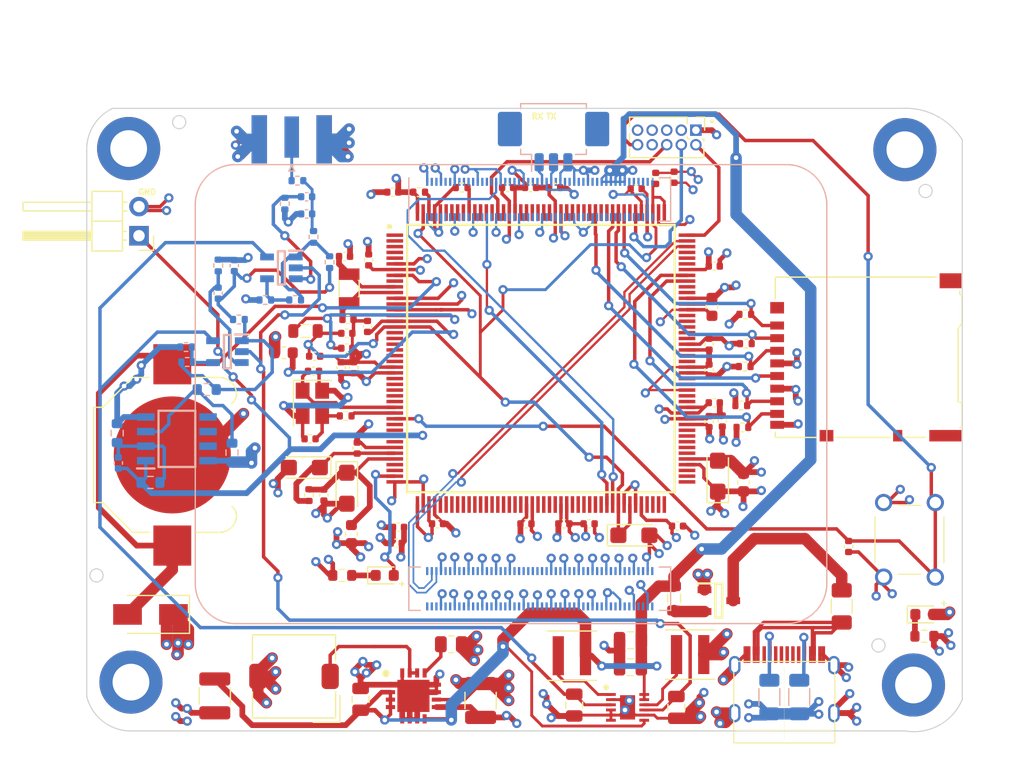
<source format=kicad_pcb>
(kicad_pcb (version 20201002) (generator pcbnew)
  (layers (0 "F.Cu" signal) (1 "In1.Cu" power "GND") (2 "In2.Cu" power "3V3") (31 "B.Cu" signal) (34 "B.Paste" user) (35 "F.Paste" user) (36 "B.SilkS" user "B.Silkscreen") (37 "F.SilkS" user "F.Silkscreen") (38 "B.Mask" user) (39 "F.Mask" user) (44 "Edge.Cuts" user))
  (net 0 "")
  (net 1 "GND")
  (net 2 "Net-(BT1-Pad1)")
  (net 3 "Net-(C1-Pad2)")
  (net 4 "Net-(C1-Pad1)")
  (net 5 "Net-(C2-Pad2)")
  (net 6 "Net-(C2-Pad1)")
  (net 7 "/v_DIV_OUT")
  (net 8 "Net-(C5-Pad1)")
  (net 9 "/5V")
  (net 10 "/VPOS")
  (net 11 "/VNEG")
  (net 12 "/+3.3V")
  (net 13 "/H7MCU/VREF+")
  (net 14 "/H7MCU/+3.3VA")
  (net 15 "/H7MCU/VCAP1")
  (net 16 "/H7MCU/VDDSMPS")
  (net 17 "/H7MCU/VLXSMPS")
  (net 18 "/H7MCU/HSE_IN")
  (net 19 "Net-(C48-Pad1)")
  (net 20 "/H7MCU/NRST")
  (net 21 "/H7MCU/OSC_IN")
  (net 22 "/H7MCU/OSC_OUT")
  (net 23 "/H7MCU/LED_STAT")
  (net 24 "Net-(D2-Pad1)")
  (net 25 "Net-(D3-Pad1)")
  (net 26 "Net-(F1-Pad2)")
  (net 27 "VCC")
  (net 28 "Net-(FB1-Pad1)")
  (net 29 "Net-(IC1-Pad4)")
  (net 30 "P_AMP_OUT")
  (net 31 "Net-(IC2-Pad4)")
  (net 32 "Net-(IC2-Pad1)")
  (net 33 "Net-(IC3-Pad7)")
  (net 34 "Net-(IC3-Pad6)")
  (net 35 "Net-(IC3-Pad5)")
  (net 36 "Net-(IC3-Pad3)")
  (net 37 "Net-(IC4-Pad10)")
  (net 38 "Net-(IC4-Pad1)")
  (net 39 "/Power/SW")
  (net 40 "/Power/PG")
  (net 41 "Net-(IC6-Pad174)")
  (net 42 "Net-(IC6-Pad171)")
  (net 43 "Net-(IC6-Pad170)")
  (net 44 "Net-(IC6-Pad169)")
  (net 45 "Net-(IC6-Pad168)")
  (net 46 "/H7MCU/BOOT0")
  (net 47 "Net-(IC6-Pad166)")
  (net 48 "Net-(IC6-Pad165)")
  (net 49 "Net-(IC6-Pad164)")
  (net 50 "Net-(IC6-Pad163)")
  (net 51 "/H7MCU/SWO")
  (net 52 "Net-(IC6-Pad161)")
  (net 53 "Net-(IC6-Pad158)")
  (net 54 "Net-(IC6-Pad157)")
  (net 55 "Net-(IC6-Pad156)")
  (net 56 "Net-(IC6-Pad155)")
  (net 57 "Net-(IC6-Pad154)")
  (net 58 "Net-(IC6-Pad153)")
  (net 59 "Net-(IC6-Pad150)")
  (net 60 "Net-(IC6-Pad149)")
  (net 61 "Net-(IC6-Pad148)")
  (net 62 "Net-(IC6-Pad147)")
  (net 63 "Net-(IC6-Pad146)")
  (net 64 "/H7MCU/SDMMC_CMD")
  (net 65 "Net-(IC6-Pad144)")
  (net 66 "Net-(IC6-Pad143)")
  (net 67 "/H7MCU/SDMMC_CK")
  (net 68 "/H7MCU/SDMMC_D3")
  (net 69 "/H7MCU/SDMMC_D2")
  (net 70 "Net-(IC6-Pad139)")
  (net 71 "/H7MCU/SWCLK")
  (net 72 "/H7MCU/SWDIO")
  (net 73 "/USB_D+")
  (net 74 "/USB_D-")
  (net 75 "Net-(IC6-Pad129)")
  (net 76 "Net-(IC6-Pad128)")
  (net 77 "Net-(IC6-Pad127)")
  (net 78 "/H7MCU/SDMMC_D1")
  (net 79 "/H7MCU/SDMMC_D0")
  (net 80 "Net-(IC6-Pad123)")
  (net 81 "Net-(IC6-Pad122)")
  (net 82 "Net-(IC6-Pad118)")
  (net 83 "Net-(IC6-Pad117)")
  (net 84 "Net-(IC6-Pad116)")
  (net 85 "Net-(IC6-Pad115)")
  (net 86 "Net-(IC6-Pad114)")
  (net 87 "Net-(IC6-Pad111)")
  (net 88 "Net-(IC6-Pad110)")
  (net 89 "Net-(IC6-Pad107)")
  (net 90 "Net-(IC6-Pad106)")
  (net 91 "Net-(IC6-Pad104)")
  (net 92 "Net-(IC6-Pad103)")
  (net 93 "Net-(IC6-Pad98)")
  (net 94 "Net-(IC6-Pad97)")
  (net 95 "Net-(IC6-Pad96)")
  (net 96 "Net-(IC6-Pad95)")
  (net 97 "Net-(IC6-Pad94)")
  (net 98 "Net-(IC6-Pad91)")
  (net 99 "Net-(IC6-Pad90)")
  (net 100 "Net-(IC6-Pad89)")
  (net 101 "Net-(IC6-Pad88)")
  (net 102 "Net-(IC6-Pad87)")
  (net 103 "Net-(IC6-Pad86)")
  (net 104 "Net-(IC6-Pad85)")
  (net 105 "/STM32_3_RX")
  (net 106 "/STM32_3_TX")
  (net 107 "Net-(IC6-Pad77)")
  (net 108 "Net-(IC6-Pad76)")
  (net 109 "Net-(IC6-Pad75)")
  (net 110 "Net-(IC6-Pad74)")
  (net 111 "Net-(IC6-Pad73)")
  (net 112 "Net-(IC6-Pad72)")
  (net 113 "Net-(IC6-Pad69)")
  (net 114 "Net-(IC6-Pad68)")
  (net 115 "Net-(IC6-Pad67)")
  (net 116 "Net-(IC6-Pad66)")
  (net 117 "Net-(IC6-Pad63)")
  (net 118 "Net-(IC6-Pad62)")
  (net 119 "Net-(IC6-Pad61)")
  (net 120 "Net-(IC6-Pad60)")
  (net 121 "Net-(IC6-Pad59)")
  (net 122 "Net-(IC6-Pad58)")
  (net 123 "Net-(IC6-Pad57)")
  (net 124 "Net-(IC6-Pad56)")
  (net 125 "Net-(IC6-Pad55)")
  (net 126 "Net-(IC6-Pad54)")
  (net 127 "Net-(IC6-Pad53)")
  (net 128 "Net-(IC6-Pad52)")
  (net 129 "Net-(IC6-Pad51)")
  (net 130 "Net-(IC6-Pad50)")
  (net 131 "Net-(IC6-Pad49)")
  (net 132 "Net-(IC6-Pad42)")
  (net 133 "Net-(IC6-Pad41)")
  (net 134 "Net-(IC6-Pad37)")
  (net 135 "Net-(IC6-Pad35)")
  (net 136 "Net-(IC6-Pad34)")
  (net 137 "/H7MCU/HSE_OUT")
  (net 138 "Net-(IC6-Pad30)")
  (net 139 "Net-(IC6-Pad29)")
  (net 140 "Net-(IC6-Pad28)")
  (net 141 "Net-(IC6-Pad27)")
  (net 142 "Net-(IC6-Pad26)")
  (net 143 "Net-(IC6-Pad23)")
  (net 144 "Net-(IC6-Pad22)")
  (net 145 "Net-(IC6-Pad21)")
  (net 146 "Net-(IC6-Pad20)")
  (net 147 "Net-(IC6-Pad19)")
  (net 148 "Net-(IC6-Pad18)")
  (net 149 "Net-(IC6-Pad9)")
  (net 150 "Net-(IC6-Pad5)")
  (net 151 "Net-(IC6-Pad4)")
  (net 152 "Net-(IC6-Pad3)")
  (net 153 "Net-(IC6-Pad2)")
  (net 154 "Net-(IC6-Pad1)")
  (net 155 "Net-(J1-Pad1)")
  (net 156 "Net-(J2-PadB8)")
  (net 157 "Net-(J2-PadB5)")
  (net 158 "Net-(J2-PadA8)")
  (net 159 "Net-(J2-PadA5)")
  (net 160 "Net-(J3-Pad8)")
  (net 161 "Net-(J3-Pad7)")
  (net 162 "/CM4_GPIO/GPIO_14_TX")
  (net 163 "/CM4_GPIO/GPIO_15_RX")
  (net 164 "Net-(Module1-Pad200)")
  (net 165 "Net-(Module1-Pad199)")
  (net 166 "Net-(Module1-Pad196)")
  (net 167 "Net-(Module1-Pad195)")
  (net 168 "Net-(Module1-Pad194)")
  (net 169 "Net-(Module1-Pad193)")
  (net 170 "Net-(Module1-Pad190)")
  (net 171 "Net-(Module1-Pad189)")
  (net 172 "Net-(Module1-Pad188)")
  (net 173 "Net-(Module1-Pad187)")
  (net 174 "Net-(Module1-Pad184)")
  (net 175 "Net-(Module1-Pad183)")
  (net 176 "Net-(Module1-Pad182)")
  (net 177 "Net-(Module1-Pad181)")
  (net 178 "Net-(Module1-Pad178)")
  (net 179 "Net-(Module1-Pad177)")
  (net 180 "Net-(Module1-Pad176)")
  (net 181 "Net-(Module1-Pad175)")
  (net 182 "Net-(Module1-Pad172)")
  (net 183 "Net-(Module1-Pad171)")
  (net 184 "Net-(Module1-Pad170)")
  (net 185 "Net-(Module1-Pad169)")
  (net 186 "Net-(Module1-Pad166)")
  (net 187 "Net-(Module1-Pad165)")
  (net 188 "Net-(Module1-Pad164)")
  (net 189 "Net-(Module1-Pad163)")
  (net 190 "Net-(Module1-Pad160)")
  (net 191 "Net-(Module1-Pad159)")
  (net 192 "Net-(Module1-Pad158)")
  (net 193 "Net-(Module1-Pad157)")
  (net 194 "Net-(Module1-Pad154)")
  (net 195 "Net-(Module1-Pad153)")
  (net 196 "Net-(Module1-Pad152)")
  (net 197 "Net-(Module1-Pad151)")
  (net 198 "Net-(Module1-Pad149)")
  (net 199 "Net-(Module1-Pad148)")
  (net 200 "Net-(Module1-Pad147)")
  (net 201 "Net-(Module1-Pad146)")
  (net 202 "Net-(Module1-Pad145)")
  (net 203 "Net-(Module1-Pad143)")
  (net 204 "Net-(Module1-Pad142)")
  (net 205 "Net-(Module1-Pad141)")
  (net 206 "Net-(Module1-Pad140)")
  (net 207 "Net-(Module1-Pad139)")
  (net 208 "Net-(Module1-Pad136)")
  (net 209 "Net-(Module1-Pad135)")
  (net 210 "Net-(Module1-Pad134)")
  (net 211 "Net-(Module1-Pad133)")
  (net 212 "Net-(Module1-Pad130)")
  (net 213 "Net-(Module1-Pad129)")
  (net 214 "Net-(Module1-Pad128)")
  (net 215 "Net-(Module1-Pad127)")
  (net 216 "Net-(Module1-Pad124)")
  (net 217 "Net-(Module1-Pad123)")
  (net 218 "Net-(Module1-Pad122)")
  (net 219 "Net-(Module1-Pad121)")
  (net 220 "Net-(Module1-Pad118)")
  (net 221 "Net-(Module1-Pad117)")
  (net 222 "Net-(Module1-Pad116)")
  (net 223 "Net-(Module1-Pad115)")
  (net 224 "Net-(Module1-Pad112)")
  (net 225 "Net-(Module1-Pad111)")
  (net 226 "Net-(Module1-Pad110)")
  (net 227 "Net-(Module1-Pad109)")
  (net 228 "Net-(Module1-Pad106)")
  (net 229 "Net-(Module1-Pad104)")
  (net 230 "Net-(Module1-Pad102)")
  (net 231 "Net-(Module1-Pad101)")
  (net 232 "Net-(Module1-Pad100)")
  (net 233 "Net-(Module1-Pad99)")
  (net 234 "Net-(Module1-Pad97)")
  (net 235 "Net-(Module1-Pad96)")
  (net 236 "Net-(Module1-Pad95)")
  (net 237 "Net-(Module1-Pad94)")
  (net 238 "Net-(Module1-Pad93)")
  (net 239 "Net-(Module1-Pad92)")
  (net 240 "Net-(Module1-Pad91)")
  (net 241 "Net-(Module1-Pad90)")
  (net 242 "Net-(Module1-Pad89)")
  (net 243 "Net-(Module1-Pad88)")
  (net 244 "Net-(Module1-Pad86)")
  (net 245 "Net-(Module1-Pad84)")
  (net 246 "Net-(Module1-Pad82)")
  (net 247 "Net-(Module1-Pad80)")
  (net 248 "Net-(Module1-Pad78)")
  (net 249 "Net-(Module1-Pad76)")
  (net 250 "Net-(Module1-Pad75)")
  (net 251 "Net-(Module1-Pad73)")
  (net 252 "Net-(Module1-Pad72)")
  (net 253 "Net-(Module1-Pad70)")
  (net 254 "Net-(Module1-Pad69)")
  (net 255 "Net-(Module1-Pad68)")
  (net 256 "Net-(Module1-Pad67)")
  (net 257 "Net-(Module1-Pad64)")
  (net 258 "Net-(Module1-Pad63)")
  (net 259 "Net-(Module1-Pad62)")
  (net 260 "Net-(Module1-Pad61)")
  (net 261 "Net-(Module1-Pad58)")
  (net 262 "Net-(Module1-Pad57)")
  (net 263 "Net-(Module1-Pad56)")
  (net 264 "Net-(Module1-Pad54)")
  (net 265 "Net-(Module1-Pad50)")
  (net 266 "Net-(Module1-Pad49)")
  (net 267 "Net-(Module1-Pad48)")
  (net 268 "Net-(Module1-Pad47)")
  (net 269 "Net-(Module1-Pad46)")
  (net 270 "Net-(Module1-Pad45)")
  (net 271 "Net-(Module1-Pad44)")
  (net 272 "Net-(Module1-Pad41)")
  (net 273 "Net-(Module1-Pad40)")
  (net 274 "Net-(Module1-Pad39)")
  (net 275 "Net-(Module1-Pad38)")
  (net 276 "Net-(Module1-Pad37)")
  (net 277 "Net-(Module1-Pad36)")
  (net 278 "Net-(Module1-Pad35)")
  (net 279 "Net-(Module1-Pad34)")
  (net 280 "Net-(Module1-Pad30)")
  (net 281 "Net-(Module1-Pad29)")
  (net 282 "Net-(Module1-Pad27)")
  (net 283 "Net-(Module1-Pad26)")
  (net 284 "Net-(Module1-Pad25)")
  (net 285 "Net-(Module1-Pad24)")
  (net 286 "Net-(Module1-Pad21)")
  (net 287 "Net-(Module1-Pad20)")
  (net 288 "Net-(Module1-Pad19)")
  (net 289 "Net-(Module1-Pad18)")
  (net 290 "Net-(Module1-Pad17)")
  (net 291 "Net-(Module1-Pad16)")
  (net 292 "Net-(Module1-Pad15)")
  (net 293 "Net-(Module1-Pad12)")
  (net 294 "Net-(Module1-Pad11)")
  (net 295 "Net-(Module1-Pad10)")
  (net 296 "Net-(Module1-Pad9)")
  (net 297 "Net-(Module1-Pad6)")
  (net 298 "Net-(Module1-Pad5)")
  (net 299 "Net-(Module1-Pad4)")
  (net 300 "Net-(Module1-Pad3)")
  (net 301 "Net-(C48-Pad2)")
  (net 302 "Net-(J2-PadB6)")
  (net 303 "Net-(J2-PadA7)")
  (net 304 "Net-(J2-PadA6)")
  (net 305 "Net-(J2-PadB7)")
  (module "Connector_Card:microSD_HC_Hirose_DM3AT-SF-PEJM5" (layer "F.Cu") (at 142.6 103.7 90)
    (fp_text reference "J4" hide)
    (fp_text value "Micro_SD_Card")
    (pad "1" smd rect (at 2.775 -7.725 90) (size 0.7 1.2) (layers "F.Cu" "F.Paste" "F.Mask") (net 69 "/H7MCU/SDMMC_D2"))
    (pad "2" smd rect (at 1.675 -7.725 90) (size 0.7 1.2) (layers "F.Cu" "F.Paste" "F.Mask") (net 68 "/H7MCU/SDMMC_D3"))
    (pad "3" smd rect (at 0.575 -7.725 90) (size 0.7 1.2) (layers "F.Cu" "F.Paste" "F.Mask") (net 64 "/H7MCU/SDMMC_CMD"))
    (pad "4" smd rect (at -0.525 -7.725 90) (size 0.7 1.2) (layers "F.Cu" "F.Paste" "F.Mask") (net 12 "/+3.3V"))
    (pad "5" smd rect (at -1.625 -7.725 90) (size 0.7 1.2) (layers "F.Cu" "F.Paste" "F.Mask") (net 67 "/H7MCU/SDMMC_CK"))
    (pad "6" smd rect (at -2.725 -7.725 90) (size 0.7 1.2) (layers "F.Cu" "F.Paste" "F.Mask") (net 1 "GND"))
    (pad "7" smd rect (at -3.825 -7.725 90) (size 0.7 1.2) (layers "F.Cu" "F.Paste" "F.Mask") (net 79 "/H7MCU/SDMMC_D0"))
    (pad "8" smd rect (at -4.925 -7.725 90) (size 0.7 1.2) (layers "F.Cu" "F.Paste" "F.Mask") (net 78 "/H7MCU/SDMMC_D1"))
    (pad "9" smd rect (at -5.875 -7.725 90) (size 0.7 1.2) (layers "F.Cu" "F.Paste" "F.Mask") (net 1 "GND"))
    (pad "10" smd rect (at -6.825 2.775 90) (size 1 0.8) (layers "F.Cu" "F.Paste" "F.Mask"))
    (pad "11" smd rect (at 6.675 7.375 90) (size 1.3 1.9) (layers "F.Cu" "F.Paste" "F.Mask"))
    (pad "11" smd rect (at -6.825 6.925 90) (size 1 2.8) (layers "F.Cu" "F.Paste" "F.Mask"))
    (pad "11" smd rect (at -6.825 -3.425 90) (size 1 1.2) (layers "F.Cu" "F.Paste" "F.Mask"))
    (pad "11" smd rect (at 4.325 -7.725 90) (size 1 1.2) (layers "F.Cu" "F.Paste" "F.Mask"))
  )
  (module "Connector_PinHeader_1.27mm:PinHeader_2x05_P1.27mm_Vertical" (layer "F.Cu") (at 127.8 83.9 -90)
    (fp_text reference "J3" hide)
    (fp_text value "SWDIO" hide)
    (pad "1" thru_hole rect (at 0 0 270) (size 1 1) (drill 0.65) (layers *.Cu *.Mask) (net 12 "/+3.3V"))
    (pad "2" thru_hole oval (at 1.27 0 270) (size 1 1) (drill 0.65) (layers *.Cu *.Mask) (net 72 "/H7MCU/SWDIO"))
    (pad "3" thru_hole oval (at 0 1.27 270) (size 1 1) (drill 0.65) (layers *.Cu *.Mask) (net 1 "GND"))
    (pad "4" thru_hole oval (at 1.27 1.27 270) (size 1 1) (drill 0.65) (layers *.Cu *.Mask) (net 71 "/H7MCU/SWCLK"))
    (pad "5" thru_hole oval (at 0 2.54 270) (size 1 1) (drill 0.65) (layers *.Cu *.Mask) (net 1 "GND"))
    (pad "6" thru_hole oval (at 1.27 2.54 270) (size 1 1) (drill 0.65) (layers *.Cu *.Mask) (net 51 "/H7MCU/SWO"))
    (pad "7" thru_hole oval (at 0 3.81 270) (size 1 1) (drill 0.65) (layers *.Cu *.Mask) (net 161 "Net-(J3-Pad7)"))
    (pad "8" thru_hole oval (at 1.27 3.81 270) (size 1 1) (drill 0.65) (layers *.Cu *.Mask) (net 160 "Net-(J3-Pad8)"))
    (pad "9" thru_hole oval (at 0 5.08 270) (size 1 1) (drill 0.65) (layers *.Cu *.Mask) (net 1 "GND"))
    (pad "10" thru_hole oval (at 1.27 5.08 270) (size 1 1) (drill 0.65) (layers *.Cu *.Mask) (net 20 "/H7MCU/NRST"))
  )
  (module "Diode_SMD:D_SMA" (layer "F.Cu") (at 80.3 126.1 180)
    (fp_text reference "D1" hide)
    (fp_text value "SS14")
    (pad "1" smd rect (at -2 0 180) (size 2.5 1.8) (layers "F.Cu" "F.Paste" "F.Mask") (net 12 "/+3.3V"))
    (pad "2" smd rect (at 2 0 180) (size 2.5 1.8) (layers "F.Cu" "F.Paste" "F.Mask") (net 2 "Net-(BT1-Pad1)"))
  )
  (module "MountingHole:MountingHole_3.2mm_M3_ISO14580_Pad" (layer "F.Cu") (at 146 85.6)
    (fp_text reference "H3" hide)
    (fp_text value "MountingHole")
    (pad "1" thru_hole circle (at 0 0) (size 5.5 5.5) (drill 3.2) (layers *.Cu *.Mask))
  )
  (module "Connector_PinHeader_2.54mm:PinHeader_1x02_P2.54mm_Horizontal" (layer "F.Cu") (at 79.3 93.1 180)
    (fp_text reference "J6" hide)
    (fp_text value "Conn_01x02_Female")
    (pad "1" thru_hole rect (at 0 0 180) (size 1.7 1.7) (drill 1) (layers *.Cu *.Mask) (net 7 "/v_DIV_OUT"))
    (pad "2" thru_hole oval (at 0 2.54 180) (size 1.7 1.7) (drill 1) (layers *.Cu *.Mask) (net 1 "GND"))
  )
  (module "MountingHole:MountingHole_3.2mm_M3_ISO14580_Pad" (layer "F.Cu") (at 78.4 85.5)
    (fp_text reference "H2" hide)
    (fp_text value "MountingHole")
    (pad "1" thru_hole circle (at 0 0) (size 5.5 5.5) (drill 3.2) (layers *.Cu *.Mask))
  )
  (module "Capacitor_SMD:C_0805_2012Metric" (layer "F.Cu") (at 98.6 133.5 90)
    (fp_text reference "C12" hide)
    (fp_text value "1u")
    (pad "1" smd roundrect (at -0.95 0 90) (size 1 1.45) (layers "F.Cu" "F.Paste" "F.Mask") (net 9 "/5V"))
    (pad "2" smd roundrect (at 0.95 0 90) (size 1 1.45) (layers "F.Cu" "F.Paste" "F.Mask") (net 1 "GND"))
  )
  (module "Fuse:Fuse_1206_3216Metric" (layer "F.Cu") (at 140.5 125.4 90)
    (fp_text reference "F1" hide)
    (fp_text value "Polyfuse")
    (pad "1" smd roundrect (at -1.4 0 90) (size 1.25 1.75) (layers "F.Cu" "F.Paste" "F.Mask") (roundrect_rratio 0.2) (net 27 "VCC"))
    (pad "2" smd roundrect (at 1.4 0 90) (size 1.25 1.75) (layers "F.Cu" "F.Paste" "F.Mask") (roundrect_rratio 0.2) (net 26 "Net-(F1-Pad2)"))
  )
  (module "Resistor_SMD:R_0402_1005Metric" (layer "F.Cu") (at 103.7 89.3)
    (fp_text reference "R19")
    (fp_text value "10k")
    (pad "1" smd roundrect (at -0.51 0) (size 0.54 0.64) (layers "F.Cu" "F.Paste" "F.Mask") (net 12 "/+3.3V"))
    (pad "2" smd roundrect (at 0.51 0) (size 0.54 0.64) (layers "F.Cu" "F.Paste" "F.Mask") (net 41 "Net-(IC6-Pad174)"))
  )
  (module "Capacitor_Tantalum_SMD:CP_EIA-3216-18_Kemet-A" (layer "F.Cu") (at 97.4 115.1 -90)
    (fp_text reference "C25" hide)
    (fp_text value "1u")
    (pad "1" smd roundrect (at -1.35 0 270) (size 1.4 1.35) (layers "F.Cu" "F.Paste" "F.Mask") (roundrect_rratio 0.185185) (net 14 "/H7MCU/+3.3VA"))
    (pad "2" smd roundrect (at 1.35 0 270) (size 1.4 1.35) (layers "F.Cu" "F.Paste" "F.Mask") (roundrect_rratio 0.185185) (net 1 "GND"))
  )
  (module "Capacitor_SMD:C_0402_1005Metric" (layer "F.Cu") (at 126.2 118.4)
    (fp_text reference "C18" hide)
    (fp_text value "100n")
    (pad "1" smd roundrect (at -0.48 0) (size 0.56 0.62) (layers "F.Cu" "F.Paste" "F.Mask") (net 12 "/+3.3V"))
    (pad "2" smd roundrect (at 0.48 0) (size 0.56 0.62) (layers "F.Cu" "F.Paste" "F.Mask") (net 1 "GND"))
  )
  (module "MountingHole:MountingHole_3.2mm_M3_ISO14580_Pad" (layer "F.Cu") (at 146.75 132.25)
    (fp_text reference "H4" hide)
    (fp_text value "MountingHole")
    (pad "1" thru_hole circle (at 0 0) (size 5.5 5.5) (drill 3.2) (layers *.Cu *.Mask))
  )
  (module "Capacitor_SMD:C_0402_1005Metric" (layer "F.Cu") (at 129.4 107.65 180)
    (fp_text reference "C44" hide)
    (fp_text value "100n")
    (pad "1" smd roundrect (at -0.48 0 180) (size 0.56 0.62) (layers "F.Cu" "F.Paste" "F.Mask") (net 1 "GND"))
    (pad "2" smd roundrect (at 0.48 0 180) (size 0.56 0.62) (layers "F.Cu" "F.Paste" "F.Mask") (net 12 "/+3.3V"))
  )
  (module "Resistor_SMD:R_0402_1005Metric" (layer "F.Cu") (at 132.05 104.5 180)
    (fp_text reference "R24" hide)
    (fp_text value "47k")
    (pad "1" smd roundrect (at -0.51 0 180) (size 0.54 0.64) (layers "F.Cu" "F.Paste" "F.Mask") (net 64 "/H7MCU/SDMMC_CMD"))
    (pad "2" smd roundrect (at 0.51 0 180) (size 0.54 0.64) (layers "F.Cu" "F.Paste" "F.Mask") (net 12 "/+3.3V"))
  )
  (module "Capacitor_SMD:C_1210_3225Metric" (layer "F.Cu") (at 109.05 133.6 -90)
    (fp_text reference "C11" hide)
    (fp_text value "22u x7R 10V")
    (pad "1" smd roundrect (at -1.475 0 270) (size 1.15 2.7) (layers "F.Cu" "F.Paste" "F.Mask") (roundrect_rratio 0.217391) (net 12 "/+3.3V"))
    (pad "2" smd roundrect (at 1.475 0 270) (size 1.15 2.7) (layers "F.Cu" "F.Paste" "F.Mask") (roundrect_rratio 0.217391) (net 1 "GND"))
  )
  (module "Battery:BatteryHolder_Keystone_3000_1x12mm" (layer "F.Cu") (at 82.2 112.2 90)
    (fp_text reference "BT1" hide)
    (fp_text value "Battery_Cell")
    (pad "1" smd rect (at -7.9 0 90) (size 3.5 3.3) (layers "F.Cu" "F.Paste" "F.Mask") (net 2 "Net-(BT1-Pad1)"))
    (pad "1" smd rect (at 7.9 0 90) (size 3.5 3.3) (layers "F.Cu" "F.Paste" "F.Mask") (net 2 "Net-(BT1-Pad1)"))
    (pad "2" smd circle (at 0 0 90) (size 10.2 10.2) (layers "F.Cu" "F.Mask") (net 1 "GND"))
  )
  (module "LED_SMD:LED_0603_1608Metric" (layer "F.Cu") (at 100.7 122.7)
    (fp_text reference "D2" hide)
    (fp_text value "LED_Red")
    (pad "1" smd roundrect (at -0.7875 0) (size 0.875 0.95) (layers "F.Cu" "F.Paste" "F.Mask") (net 24 "Net-(D2-Pad1)"))
    (pad "2" smd roundrect (at 0.7875 0) (size 0.875 0.95) (layers "F.Cu" "F.Paste" "F.Mask") (net 23 "/H7MCU/LED_STAT"))
  )
  (module "Capacitor_SMD:C_0402_1005Metric" (layer "F.Cu") (at 111.4 88.9)
    (fp_text reference "C34" hide)
    (fp_text value "100n")
    (pad "1" smd roundrect (at -0.48 0) (size 0.56 0.62) (layers "F.Cu" "F.Paste" "F.Mask") (net 12 "/+3.3V"))
    (pad "2" smd roundrect (at 0.48 0) (size 0.56 0.62) (layers "F.Cu" "F.Paste" "F.Mask") (net 1 "GND"))
  )
  (module "Capacitor_SMD:C_0402_1005Metric" (layer "F.Cu") (at 122.6 89 180)
    (fp_text reference "C37" hide)
    (fp_text value "100n")
    (pad "1" smd roundrect (at -0.48 0 180) (size 0.56 0.62) (layers "F.Cu" "F.Paste" "F.Mask") (net 12 "/+3.3V"))
    (pad "2" smd roundrect (at 0.48 0 180) (size 0.56 0.62) (layers "F.Cu" "F.Paste" "F.Mask") (net 1 "GND"))
  )
  (module "Capacitor_SMD:C_0402_1005Metric" (layer "F.Cu") (at 99.2 101 -90)
    (fp_text reference "C39" hide)
    (fp_text value "10u")
    (pad "1" smd roundrect (at -0.48 0 270) (size 0.56 0.62) (layers "F.Cu" "F.Paste" "F.Mask") (net 1 "GND"))
    (pad "2" smd roundrect (at 0.48 0 270) (size 0.56 0.62) (layers "F.Cu" "F.Paste" "F.Mask") (net 16 "/H7MCU/VDDSMPS"))
  )
  (module "Resistor_SMD:R_0805_2012Metric" (layer "F.Cu") (at 106.5 128.7)
    (fp_text reference "R17" hide)
    (fp_text value "1M")
    (pad "1" smd roundrect (at -0.9125 0) (size 1.025 1.4) (layers "F.Cu" "F.Paste" "F.Mask") (roundrect_rratio 0.243902) (net 40 "/Power/PG"))
    (pad "2" smd roundrect (at 0.9125 0) (size 1.025 1.4) (layers "F.Cu" "F.Paste" "F.Mask") (roundrect_rratio 0.243902) (net 12 "/+3.3V"))
  )
  (module "Capacitor_SMD:C_0402_1005Metric" (layer "F.Cu") (at 128.95 104.8 90)
    (fp_text reference "C17" hide)
    (fp_text value "100n")
    (pad "1" smd roundrect (at -0.48 0 90) (size 0.56 0.62) (layers "F.Cu" "F.Paste" "F.Mask") (net 12 "/+3.3V"))
    (pad "2" smd roundrect (at 0.48 0 90) (size 0.56 0.62) (layers "F.Cu" "F.Paste" "F.Mask") (net 1 "GND"))
  )
  (module "Capacitor_Tantalum_SMD:CP_EIA-3216-18_Kemet-A" (layer "F.Cu") (at 129.7 114.05 90)
    (fp_text reference "C13" hide)
    (fp_text value "4.7u")
    (pad "1" smd roundrect (at -1.35 0 90) (size 1.4 1.35) (layers "F.Cu" "F.Paste" "F.Mask") (roundrect_rratio 0.185185) (net 12 "/+3.3V"))
    (pad "2" smd roundrect (at 1.35 0 90) (size 1.4 1.35) (layers "F.Cu" "F.Paste" "F.Mask") (roundrect_rratio 0.185185) (net 1 "GND"))
  )
  (module "Capacitor_SMD:C_0402_1005Metric" (layer "F.Cu") (at 101.9 118.5 180)
    (fp_text reference "C16" hide)
    (fp_text value "100n")
    (pad "1" smd roundrect (at -0.48 0 180) (size 0.56 0.62) (layers "F.Cu" "F.Paste" "F.Mask") (net 12 "/+3.3V"))
    (pad "2" smd roundrect (at 0.48 0 180) (size 0.56 0.62) (layers "F.Cu" "F.Paste" "F.Mask") (net 1 "GND"))
  )
  (module "Inductor_SMD:L_0805_2012Metric" (layer "F.Cu") (at 93.8 101.4 180)
    (fp_text reference "L4" hide)
    (fp_text value "2.2uH")
    (pad "1" smd roundrect (at -1.0625 0 180) (size 0.875 1.2) (layers "F.Cu" "F.Paste" "F.Mask") (net 15 "/H7MCU/VCAP1"))
    (pad "2" smd roundrect (at 1.0625 0 180) (size 0.875 1.2) (layers "F.Cu" "F.Paste" "F.Mask") (net 17 "/H7MCU/VLXSMPS"))
  )
  (module "Capacitor_SMD:C_0805_2012Metric" (layer "F.Cu") (at 126.1 134.2 -90)
    (fp_text reference "C9" hide)
    (fp_text value "10u")
    (pad "1" smd roundrect (at -0.95 0 270) (size 1 1.45) (layers "F.Cu" "F.Paste" "F.Mask") (net 11 "/VNEG"))
    (pad "2" smd roundrect (at 0.95 0 270) (size 1 1.45) (layers "F.Cu" "F.Paste" "F.Mask") (net 1 "GND"))
  )
  (module "CM4IO:TYPE-C-31-M-12" (layer "F.Cu") (at 135.5 134.7)
    (fp_text reference "J2" hide)
    (fp_text value "USB_C_Receptacle_USB2.0")
    (pad "" np_thru_hole circle (at 2.9 -3.65) (size 0.65 0.65) (drill 0.65) (layers *.Cu *.Mask) (clearance 0.01))
    (pad "" np_thru_hole circle (at -2.9 -3.65) (size 0.65 0.65) (drill 0.65) (layers *.Cu *.Mask) (clearance 0.01))
    (pad "A1" smd rect (at -3.4 -5.1) (size 0.3 1.45) (layers "F.Cu" "F.Paste" "F.Mask") (net 1 "GND"))
    (pad "A4" smd rect (at -2.6 -5.1) (size 0.3 1.45) (layers "F.Cu" "F.Paste" "F.Mask") (net 27 "VCC"))
    (pad "A5" smd rect (at -1.25 -5.1) (size 0.3 1.45) (layers "F.Cu" "F.Paste" "F.Mask") (net 159 "Net-(J2-PadA5)"))
    (pad "A6" smd rect (at -0.25 -5.1) (size 0.3 1.45) (layers "F.Cu" "F.Paste" "F.Mask") (net 304 "Net-(J2-PadA6)"))
    (pad "A7" smd rect (at 0.25 -5.1) (size 0.3 1.45) (layers "F.Cu" "F.Paste" "F.Mask") (net 303 "Net-(J2-PadA7)"))
    (pad "A8" smd rect (at 1.25 -5.1) (size 0.3 1.45) (layers "F.Cu" "F.Paste" "F.Mask") (net 158 "Net-(J2-PadA8)"))
    (pad "A9" smd rect (at 2.6 -5.1) (size 0.3 1.45) (layers "F.Cu" "F.Paste" "F.Mask") (net 27 "VCC"))
    (pad "A12" smd rect (at 3.4 -5.1) (size 0.3 1.45) (layers "F.Cu" "F.Paste" "F.Mask") (net 1 "GND"))
    (pad "B1" smd rect (at 3.1 -5.1) (size 0.3 1.45) (layers "F.Cu" "F.Paste" "F.Mask") (net 1 "GND"))
    (pad "B4" smd rect (at 2.3 -5.1) (size 0.3 1.45) (layers "F.Cu" "F.Paste" "F.Mask") (net 27 "VCC"))
    (pad "B5" smd rect (at 1.75 -5.1) (size 0.3 1.45) (layers "F.Cu" "F.Paste" "F.Mask") (net 157 "Net-(J2-PadB5)"))
    (pad "B6" smd rect (at 0.75 -5.1) (size 0.3 1.45) (layers "F.Cu" "F.Paste" "F.Mask") (net 302 "Net-(J2-PadB6)"))
    (pad "B7" smd rect (at -0.75 -5.1) (size 0.3 1.45) (layers "F.Cu" "F.Paste" "F.Mask") (net 305 "Net-(J2-PadB7)"))
    (pad "B8" smd rect (at -1.75 -5.1) (size 0.3 1.45) (layers "F.Cu" "F.Paste" "F.Mask") (net 156 "Net-(J2-PadB8)"))
    (pad "B9" smd rect (at -2.3 -5.1) (size 0.3 1.45) (layers "F.Cu" "F.Paste" "F.Mask") (net 27 "VCC"))
    (pad "B12" smd rect (at -3.1 -5.1) (size 0.3 1.45) (layers "F.Cu" "F.Paste" "F.Mask") (net 1 "GND"))
    (pad "S1" thru_hole roundrect (at -4.32 -4.18) (size 1 1.6) (drill oval 0.6 1.2) (layers *.Cu *.Mask) (roundrect_rratio 0.5) (net 1 "GND"))
    (pad "S1" thru_hole roundrect (at 4.32 -4.18) (size 1 1.6) (drill oval 0.6 1.2) (layers *.Cu *.Mask) (roundrect_rratio 0.5) (net 1 "GND"))
    (pad "S1" thru_hole roundrect (at 4.32 0) (size 1 1.6) (drill oval 0.6 1.2) (layers *.Cu *.Mask) (roundrect_rratio 0.5) (net 1 "GND"))
    (pad "S1" thru_hole roundrect (at -4.32 0) (size 1 1.6) (drill oval 0.6 1.2) (layers *.Cu *.Mask) (roundrect_rratio 0.5) (net 1 "GND"))
  )
  (module "SamacSys_Parts:TL1105CF160Q" (layer "F.Cu") (at 146.4 119.6 90)
    (fp_text reference "S1" hide)
    (fp_text value "TL1105CF160Q" hide)
    (pad "1" thru_hole circle (at -3.25 2.25 90) (size 1.5 1.5) (drill 1) (layers *.Cu *.Mask) (net 20 "/H7MCU/NRST"))
    (pad "2" thru_hole circle (at 3.25 2.25 90) (size 1.5 1.5) (drill 1) (layers *.Cu *.Mask) (net 20 "/H7MCU/NRST"))
    (pad "3" thru_hole circle (at 3.25 -2.25 90) (size 1.5 1.5) (drill 1) (layers *.Cu *.Mask) (net 1 "GND"))
    (pad "4" thru_hole circle (at -3.25 -2.25 90) (size 1.5 1.5) (drill 1) (layers *.Cu *.Mask) (net 1 "GND"))
  )
  (module "Inductor_SMD:L_0603_1608Metric" (layer "F.Cu") (at 91.9 103.3)
    (fp_text reference "FB3" hide)
    (fp_text value "18 @100Mhz")
    (pad "1" smd roundrect (at -0.7875 0) (size 0.875 0.95) (layers "F.Cu" "F.Paste" "F.Mask") (net 12 "/+3.3V"))
    (pad "2" smd roundrect (at 0.7875 0) (size 0.875 0.95) (layers "F.Cu" "F.Paste" "F.Mask") (net 16 "/H7MCU/VDDSMPS"))
  )
  (module "Capacitor_SMD:C_0402_1005Metric" (layer "F.Cu") (at 116.3 118.2 180)
    (fp_text reference "C15" hide)
    (fp_text value "100n")
    (pad "1" smd roundrect (at -0.48 0 180) (size 0.56 0.62) (layers "F.Cu" "F.Paste" "F.Mask") (net 12 "/+3.3V"))
    (pad "2" smd roundrect (at 0.48 0 180) (size 0.56 0.62) (layers "F.Cu" "F.Paste" "F.Mask") (net 1 "GND"))
  )
  (module "Resistor_SMD:R_0402_1005Metric" (layer "F.Cu") (at 97.3 108.8 180)
    (fp_text reference "R20" hide)
    (fp_text value "47")
    (pad "1" smd roundrect (at -0.51 0 180) (size 0.54 0.64) (layers "F.Cu" "F.Paste" "F.Mask") (net 137 "/H7MCU/HSE_OUT"))
    (pad "2" smd roundrect (at 0.51 0 180) (size 0.54 0.64) (layers "F.Cu" "F.Paste" "F.Mask") (net 301 "Net-(C48-Pad2)"))
  )
  (module "Capacitor_SMD:C_0402_1005Metric" (layer "F.Cu") (at 97.5 100.4 180)
    (fp_text reference "C52" hide)
    (fp_text value "1.5p")
    (pad "1" smd roundrect (at -0.48 0 180) (size 0.56 0.62) (layers "F.Cu" "F.Paste" "F.Mask") (net 1 "GND"))
    (pad "2" smd roundrect (at 0.48 0 180) (size 0.56 0.62) (layers "F.Cu" "F.Paste" "F.Mask") (net 22 "/H7MCU/OSC_OUT"))
  )
  (module "Capacitor_SMD:C_0402_1005Metric" (layer "F.Cu") (at 125.9 88 90)
    (fp_text reference "C38" hide)
    (fp_text value "100n")
    (pad "1" smd roundrect (at -0.48 0 90) (size 0.56 0.62) (layers "F.Cu" "F.Paste" "F.Mask") (net 12 "/+3.3V"))
    (pad "2" smd roundrect (at 0.48 0 90) (size 0.56 0.62) (layers "F.Cu" "F.Paste" "F.Mask") (net 1 "GND"))
  )
  (module "Capacitor_SMD:C_0805_2012Metric" (layer "F.Cu") (at 122.1 128.35 180)
    (fp_text reference "C8" hide)
    (fp_text value "100n")
    (pad "1" smd roundrect (at -0.95 0 180) (size 1 1.45) (layers "F.Cu" "F.Paste" "F.Mask") (net 9 "/5V"))
    (pad "2" smd roundrect (at 0.95 0 180) (size 1 1.45) (layers "F.Cu" "F.Paste" "F.Mask") (net 1 "GND"))
  )
  (module "SamacSys_Parts:QFN65P400X400X100-17N-D" (layer "F.Cu") (at 103.2 133.2)
    (fp_text reference "IC5" hide)
    (fp_text value "TPS62111RSAT" hide)
    (pad "1" smd rect (at -2 -0.975 90) (size 0.35 0.8) (layers "F.Cu" "F.Paste" "F.Mask") (net 1 "GND"))
    (pad "2" smd rect (at -2 -0.325 90) (size 0.35 0.8) (layers "F.Cu" "F.Paste" "F.Mask") (net 9 "/5V"))
    (pad "3" smd rect (at -2 0.325 90) (size 0.35 0.8) (layers "F.Cu" "F.Paste" "F.Mask") (net 9 "/5V"))
    (pad "4" smd rect (at -2 0.975 90) (size 0.35 0.8) (layers "F.Cu" "F.Paste" "F.Mask") (net 9 "/5V"))
    (pad "5" smd rect (at -0.975 2) (size 0.35 0.8) (layers "F.Cu" "F.Paste" "F.Mask") (net 1 "GND"))
    (pad "6" smd rect (at -0.325 2) (size 0.35 0.8) (layers "F.Cu" "F.Paste" "F.Mask") (net 1 "GND"))
    (pad "7" smd rect (at 0.325 2) (size 0.35 0.8) (layers "F.Cu" "F.Paste" "F.Mask") (net 1 "GND"))
    (pad "8" smd rect (at 0.975 2) (size 0.35 0.8) (layers "F.Cu" "F.Paste" "F.Mask") (net 9 "/5V"))
    (pad "9" smd rect (at 2 0.975 90) (size 0.35 0.8) (layers "F.Cu" "F.Paste" "F.Mask") (net 1 "GND"))
    (pad "10" smd rect (at 2 0.325 90) (size 0.35 0.8) (layers "F.Cu" "F.Paste" "F.Mask") (net 12 "/+3.3V"))
    (pad "11" smd rect (at 2 -0.325 90) (size 0.35 0.8) (layers "F.Cu" "F.Paste" "F.Mask") (net 1 "GND"))
    (pad "12" smd rect (at 2 -0.975 90) (size 0.35 0.8) (layers "F.Cu" "F.Paste" "F.Mask") (net 1 "GND"))
    (pad "13" smd rect (at 0.975 -2) (size 0.35 0.8) (layers "F.Cu" "F.Paste" "F.Mask") (net 40 "/Power/PG"))
    (pad "14" smd rect (at 0.325 -2) (size 0.35 0.8) (layers "F.Cu" "F.Paste" "F.Mask") (net 39 "/Power/SW"))
    (pad "15" smd rect (at -0.325 -2) (size 0.35 0.8) (layers "F.Cu" "F.Paste" "F.Mask") (net 39 "/Power/SW"))
    (pad "16" smd rect (at -0.975 -2) (size 0.35 0.8) (layers "F.Cu" "F.Paste" "F.Mask") (net 1 "GND"))
    (pad "17" smd rect (at 0 0) (size 2.8 2.8) (layers "F.Cu" "F.Paste" "F.Mask") (net 1 "GND"))
  )
  (module "Resistor_SMD:R_0402_1005Metric" (layer "F.Cu") (at 131.85 109.8 180)
    (fp_text reference "R26" hide)
    (fp_text value "47k")
    (pad "1" smd roundrect (at -0.51 0 180) (size 0.54 0.64) (layers "F.Cu" "F.Paste" "F.Mask") (net 78 "/H7MCU/SDMMC_D1"))
    (pad "2" smd roundrect (at 0.51 0 180) (size 0.54 0.64) (layers "F.Cu" "F.Paste" "F.Mask") (net 12 "/+3.3V"))
  )
  (module "Capacitor_SMD:C_0805_2012Metric" (layer "F.Cu") (at 122.1 130.7 180)
    (fp_text reference "C6" hide)
    (fp_text value "10u")
    (pad "1" smd roundrect (at -0.95 0 180) (size 1 1.45) (layers "F.Cu" "F.Paste" "F.Mask") (net 9 "/5V"))
    (pad "2" smd roundrect (at 0.95 0 180) (size 1 1.45) (layers "F.Cu" "F.Paste" "F.Mask") (net 1 "GND"))
  )
  (module "Inductor_SMD:L_TDK_SLF7032" (layer "F.Cu") (at 92.8 131.5 180)
    (fp_text reference "L3" hide)
    (fp_text value "6.8u")
    (fp_text user "" (at -49 0.05) (layer "F.SilkS") (effects (font (size 3 3))))
    (pad "1" smd roundrect (at -3.15 0 180) (size 1.5 2.2) (layers "F.Cu" "F.Paste" "F.Mask") (net 39 "/Power/SW"))
    (pad "2" smd roundrect (at 3.15 0 180) (size 1.5 2.2) (layers "F.Cu" "F.Paste" "F.Mask") (net 12 "/+3.3V"))
  )
  (module "Capacitor_SMD:C_0402_1005Metric" (layer "F.Cu") (at 113.4 88.9 180)
    (fp_text reference "C35" hide)
    (fp_text value "100n")
    (pad "1" smd roundrect (at -0.48 0 180) (size 0.56 0.62) (layers "F.Cu" "F.Paste" "F.Mask") (net 12 "/+3.3V"))
    (pad "2" smd roundrect (at 0.48 0 180) (size 0.56 0.62) (layers "F.Cu" "F.Paste" "F.Mask") (net 1 "GND"))
  )
  (module "Resistor_SMD:R_0402_1005Metric" (layer "F.Cu") (at 132.15 102.5 180)
    (fp_text reference "R23" hide)
    (fp_text value "47k")
    (pad "1" smd roundrect (at -0.51 0 180) (size 0.54 0.64) (layers "F.Cu" "F.Paste" "F.Mask") (net 68 "/H7MCU/SDMMC_D3"))
    (pad "2" smd roundrect (at 0.51 0 180) (size 0.54 0.64) (layers "F.Cu" "F.Paste" "F.Mask") (net 12 "/+3.3V"))
  )
  (module "MountingHole:MountingHole_3.2mm_M3_ISO14580_Pad" (layer "F.Cu") (at 78.6 132)
    (fp_text reference "H1" hide)
    (fp_text value "MountingHole")
    (pad "1" thru_hole circle (at 0 0) (size 5.5 5.5) (drill 3.2) (layers *.Cu *.Mask))
  )
  (module "Capacitor_SMD:C_1210_3225Metric" (layer "F.Cu") (at 85.9 133.2 -90)
    (fp_text reference "C10" hide)
    (fp_text value "10u x5R 25V")
    (pad "1" smd roundrect (at -1.475 0 270) (size 1.15 2.7) (layers "F.Cu" "F.Paste" "F.Mask") (roundrect_rratio 0.217391) (net 9 "/5V"))
    (pad "2" smd roundrect (at 1.475 0 270) (size 1.15 2.7) (layers "F.Cu" "F.Paste" "F.Mask") (roundrect_rratio 0.217391) (net 1 "GND"))
  )
  (module "Capacitor_Tantalum_SMD:CP_EIA-3216-18_Kemet-A" (layer "F.Cu") (at 122.4 119.2)
    (fp_text reference "C47" hide)
    (fp_text value "4.7u")
    (pad "1" smd roundrect (at -1.35 0) (size 1.4 1.35) (layers "F.Cu" "F.Paste" "F.Mask") (roundrect_rratio 0.185185) (net 15 "/H7MCU/VCAP1"))
    (pad "2" smd roundrect (at 1.35 0) (size 1.4 1.35) (layers "F.Cu" "F.Paste" "F.Mask") (roundrect_rratio 0.185185) (net 1 "GND"))
  )
  (module "LED_SMD:LED_0603_1608Metric" (layer "F.Cu") (at 147.7 126.1)
    (fp_text reference "D3" hide)
    (fp_text value "LED")
    (pad "1" smd roundrect (at -0.7875 0) (size 0.875 0.95) (layers "F.Cu" "F.Paste" "F.Mask") (net 25 "Net-(D3-Pad1)"))
    (pad "2" smd roundrect (at 0.7875 0) (size 0.875 0.95) (layers "F.Cu" "F.Paste" "F.Mask") (net 12 "/+3.3V"))
  )
  (module "Capacitor_SMD:C_0402_1005Metric" (layer "F.Cu") (at 101.4 89.3 180)
    (fp_text reference "C31" hide)
    (fp_text value "100n")
    (pad "1" smd roundrect (at -0.48 0 180) (size 0.56 0.62) (layers "F.Cu" "F.Paste" "F.Mask") (net 12 "/+3.3V"))
    (pad "2" smd roundrect (at 0.48 0 180) (size 0.56 0.62) (layers "F.Cu" "F.Paste" "F.Mask") (net 1 "GND"))
  )
  (module "Resistor_SMD:R_0402_1005Metric" (layer "F.Cu") (at 131.75 107.9 180)
    (fp_text reference "R25" hide)
    (fp_text value "47k")
    (pad "1" smd roundrect (at -0.51 0 180) (size 0.54 0.64) (layers "F.Cu" "F.Paste" "F.Mask") (net 79 "/H7MCU/SDMMC_D0"))
    (pad "2" smd roundrect (at 0.51 0 180) (size 0.54 0.64) (layers "F.Cu" "F.Paste" "F.Mask") (net 12 "/+3.3V"))
  )
  (module "Inductor_SMD:L_Coilcraft_XxL4020" (layer "F.Cu") (at 127.3 129.6)
    (fp_text reference "L2" hide)
    (fp_text value "4.7u")
    (pad "1" smd rect (at -1.185 0) (size 0.98 3.4) (layers "F.Cu" "F.Paste" "F.Mask") (net 37 "Net-(IC4-Pad10)"))
    (pad "2" smd rect (at 1.185 0) (size 0.98 3.4) (layers "F.Cu" "F.Paste" "F.Mask") (net 1 "GND"))
  )
  (module "Capacitor_SMD:C_0402_1005Metric" (layer "F.Cu") (at 113 118.2 180)
    (fp_text reference "C22" hide)
    (fp_text value "100n")
    (pad "1" smd roundrect (at -0.48 0 180) (size 0.56 0.62) (layers "F.Cu" "F.Paste" "F.Mask") (net 12 "/+3.3V"))
    (pad "2" smd roundrect (at 0.48 0 180) (size 0.56 0.62) (layers "F.Cu" "F.Paste" "F.Mask") (net 1 "GND"))
  )
  (module "Capacitor_SMD:C_0402_1005Metric" (layer "F.Cu") (at 128.95 109.3 90)
    (fp_text reference "C21" hide)
    (fp_text value "100n")
    (pad "1" smd roundrect (at -0.48 0 90) (size 0.56 0.62) (layers "F.Cu" "F.Paste" "F.Mask") (net 12 "/+3.3V"))
    (pad "2" smd roundrect (at 0.48 0 90) (size 0.56 0.62) (layers "F.Cu" "F.Paste" "F.Mask") (net 1 "GND"))
  )
  (module "Capacitor_SMD:C_0603_1608Metric" (layer "F.Cu") (at 131.95 114.6 -90)
    (fp_text reference "C45" hide)
    (fp_text value "2.2u")
    (pad "1" smd roundrect (at -0.775 0 270) (size 0.9 0.95) (layers "F.Cu" "F.Paste" "F.Mask") (net 1 "GND"))
    (pad "2" smd roundrect (at 0.775 0 270) (size 0.9 0.95) (layers "F.Cu" "F.Paste" "F.Mask") (net 12 "/+3.3V"))
  )
  (module "Crystal:Crystal_SMD_3225-4Pin_3.2x2.5mm" (layer "F.Cu") (at 94.4 107.7 -90)
    (fp_text reference "Y1" hide)
    (fp_text value "16MHz")
    (pad "1" smd rect (at -1.1 0.85 270) (size 1.4 1.2) (layers "F.Cu" "F.Paste" "F.Mask") (net 18 "/H7MCU/HSE_IN"))
    (pad "2" smd rect (at 1.1 0.85 270) (size 1.4 1.2) (layers "F.Cu" "F.Paste" "F.Mask") (net 19 "Net-(C48-Pad1)"))
    (pad "3" smd rect (at 1.1 -0.85 270) (size 1.4 1.2) (layers "F.Cu" "F.Paste" "F.Mask") (net 301 "Net-(C48-Pad2)"))
    (pad "4" smd rect (at -1.1 -0.85 270) (size 1.4 1.2) (layers "F.Cu" "F.Paste" "F.Mask") (net 19 "Net-(C48-Pad1)"))
  )
  (module "Capacitor_SMD:C_0402_1005Metric" (layer "F.Cu") (at 115.5 88.9)
    (fp_text reference "C29" hide)
    (fp_text value "100n")
    (pad "1" smd roundrect (at -0.48 0) (size 0.56 0.62) (layers "F.Cu" "F.Paste" "F.Mask") (net 12 "/+3.3V"))
    (pad "2" smd roundrect (at 0.48 0) (size 0.56 0.62) (layers "F.Cu" "F.Paste" "F.Mask") (net 1 "GND"))
  )
  (module "Capacitor_SMD:C_0402_1005Metric" (layer "F.Cu") (at 96.9 104.6 90)
    (fp_text reference "C32" hide)
    (fp_text value "100n")
    (pad "1" smd roundrect (at -0.48 0 90) (size 0.56 0.62) (layers "F.Cu" "F.Paste" "F.Mask") (net 12 "/+3.3V"))
    (pad "2" smd roundrect (at 0.48 0 90) (size 0.56 0.62) (layers "F.Cu" "F.Paste" "F.Mask") (net 1 "GND"))
  )
  (module "Inductor_SMD:L_0603_1608Metric" (layer "F.Cu") (at 97.8 119.1 90)
    (fp_text reference "FB2" hide)
    (fp_text value "100 @ 100 MHz")
    (pad "1" smd roundrect (at -0.7875 0 90) (size 0.875 0.95) (layers "F.Cu" "F.Paste" "F.Mask") (net 12 "/+3.3V"))
    (pad "2" smd roundrect (at 0.7875 0 90) (size 0.875 0.95) (layers "F.Cu" "F.Paste" "F.Mask") (net 14 "/H7MCU/+3.3VA"))
  )
  (module "Capacitor_SMD:C_0402_1005Metric" (layer "F.Cu") (at 128.95 102.55 -90)
    (fp_text reference "C20" hide)
    (fp_text value "100n")
    (pad "1" smd roundrect (at -0.48 0 270) (size 0.56 0.62) (layers "F.Cu" "F.Paste" "F.Mask") (net 12 "/+3.3V"))
    (pad "2" smd roundrect (at 0.48 0 270) (size 0.56 0.62) (layers "F.Cu" "F.Paste" "F.Mask") (net 1 "GND"))
  )
  (module "Capacitor_SMD:C_0805_2012Metric" (layer "F.Cu") (at 117.2 134 -90)
    (fp_text reference "C7" hide)
    (fp_text value "10u")
    (pad "1" smd roundrect (at -0.95 0 270) (size 1 1.45) (layers "F.Cu" "F.Paste" "F.Mask") (net 10 "/VPOS"))
    (pad "2" smd roundrect (at 0.95 0 270) (size 1 1.45) (layers "F.Cu" "F.Paste" "F.Mask") (net 1 "GND"))
  )
  (module "Capacitor_SMD:C_0402_1005Metric" (layer "F.Cu") (at 95.4 115.7 90)
    (fp_text reference "C26" hide)
    (fp_text value "100n")
    (pad "1" smd roundrect (at -0.48 0 90) (size 0.56 0.62) (layers "F.Cu" "F.Paste" "F.Mask") (net 1 "GND"))
    (pad "2" smd roundrect (at 0.48 0 90) (size 0.56 0.62) (layers "F.Cu" "F.Paste" "F.Mask") (net 14 "/H7MCU/+3.3VA"))
  )
  (module "Resistor_SMD:R_0402_1005Metric" (layer "F.Cu") (at 107.4 88.9 180)
    (fp_text reference "R27" hide)
    (fp_text value "10k")
    (pad "1" smd roundrect (at -0.51 0 180) (size 0.54 0.64) (layers "F.Cu" "F.Paste" "F.Mask") (net 46 "/H7MCU/BOOT0"))
    (pad "2" smd roundrect (at 0.51 0 180) (size 0.54 0.64) (layers "F.Cu" "F.Paste" "F.Mask") (net 1 "GND"))
  )
  (module "Capacitor_SMD:C_0402_1005Metric" (layer "F.Cu") (at 105.3 118.2 180)
    (fp_text reference "C19" hide)
    (fp_text value "100n")
    (pad "1" smd roundrect (at -0.48 0 180) (size 0.56 0.62) (layers "F.Cu" "F.Paste" "F.Mask") (net 12 "/+3.3V"))
    (pad "2" smd roundrect (at 0.48 0 180) (size 0.56 0.62) (layers "F.Cu" "F.Paste" "F.Mask") (net 1 "GND"))
  )
  (module "Capacitor_SMD:C_0402_1005Metric" (layer "F.Cu") (at 141.1 120.18 90)
    (fp_text reference "C50" hide)
    (fp_text value "100n")
    (pad "1" smd roundrect (at -0.48 0 90) (size 0.56 0.62) (layers "F.Cu" "F.Paste" "F.Mask") (net 1 "GND"))
    (pad "2" smd roundrect (at 0.48 0 90) (size 0.56 0.62) (layers "F.Cu" "F.Paste" "F.Mask") (net 20 "/H7MCU/NRST"))
  )
  (module "Crystal:Crystal_SMD_3215-2Pin_3.2x1.5mm" (layer "F.Cu") (at 97.6 97.7 -90)
    (fp_text reference "Y2" hide)
    (fp_text value "32.768KHz")
    (pad "1" smd rect (at 1.25 0 270) (size 1 1.8) (layers "F.Cu" "F.Paste" "F.Mask") (net 22 "/H7MCU/OSC_OUT"))
    (pad "2" smd rect (at -1.25 0 270) (size 1 1.8) (layers "F.Cu" "F.Paste" "F.Mask") (net 21 "/H7MCU/OSC_IN"))
  )
  (module "Capacitor_SMD:C_0402_1005Metric" (layer "F.Cu") (at 97.2 94.9 180)
    (fp_text reference "C51" hide)
    (fp_text value "1.5p")
    (pad "1" smd roundrect (at -0.48 0 180) (size 0.56 0.62) (layers "F.Cu" "F.Paste" "F.Mask") (net 1 "GND"))
    (pad "2" smd roundrect (at 0.48 0 180) (size 0.56 0.62) (layers "F.Cu" "F.Paste" "F.Mask") (net 21 "/H7MCU/OSC_IN"))
  )
  (module "Capacitor_SMD:C_0402_1005Metric" (layer "F.Cu") (at 94.2 110.8)
    (fp_text reference "C48" hide)
    (fp_text value "12p")
    (pad "1" smd roundrect (at -0.48 0) (size 0.56 0.62) (layers "F.Cu" "F.Paste" "F.Mask") (net 19 "Net-(C48-Pad1)"))
    (pad "2" smd roundrect (at 0.48 0) (size 0.56 0.62) (layers "F.Cu" "F.Paste" "F.Mask") (net 301 "Net-(C48-Pad2)"))
  )
  (module "Capacitor_Tantalum_SMD:CP_EIA-3216-18_Kemet-A" (layer "F.Cu") (at 93.7 113.3 180)
    (fp_text reference "C23" hide)
    (fp_text value "1u")
    (pad "1" smd roundrect (at -1.35 0 180) (size 1.4 1.35) (layers "F.Cu" "F.Paste" "F.Mask") (roundrect_rratio 0.185185) (net 13 "/H7MCU/VREF+"))
    (pad "2" smd roundrect (at 1.35 0 180) (size 1.4 1.35) (layers "F.Cu" "F.Paste" "F.Mask") (roundrect_rratio 0.185185) (net 1 "GND"))
  )
  (module "Resistor_SMD:R_0603_1608Metric" (layer "F.Cu") (at 147.7 128 180)
    (fp_text reference "R28" hide)
    (fp_text value "2.2k")
    (pad "1" smd roundrect (at -0.825 0 180) (size 0.8 0.95) (layers "F.Cu" "F.Paste" "F.Mask") (net 1 "GND"))
    (pad "2" smd roundrect (at 0.825 0 180) (size 0.8 0.95) (layers "F.Cu" "F.Paste" "F.Mask") (net 25 "Net-(D3-Pad1)"))
  )
  (module "Inductor_SMD:L_Coilcraft_XxL4020" (layer "F.Cu") (at 117 129.7 180)
    (fp_text reference "L1" hide)
    (fp_text value "4.7u")
    (pad "1" smd rect (at -1.185 0 180) (size 0.98 3.4) (layers "F.Cu" "F.Paste" "F.Mask") (net 9 "/5V"))
    (pad "2" smd rect (at 1.185 0 180) (size 0.98 3.4) (layers "F.Cu" "F.Paste" "F.Mask") (net 38 "Net-(IC4-Pad1)"))
  )
  (module "SamacSys_Parts:SOT95P280X125-3N" (layer "F.Cu") (at 129.8 124.9)
    (fp_text reference "Q1" hide)
    (fp_text value "AO3401A" hide)
    (pad "1" smd rect (at -1.25 -0.95 90) (size 0.6 1.2) (layers "F.Cu" "F.Paste" "F.Mask") (net 1 "GND"))
    (pad "2" smd rect (at -1.25 0.95 90) (size 0.6 1.2) (layers "F.Cu" "F.Paste" "F.Mask") (net 28 "Net-(FB1-Pad1)"))
    (pad "3" smd rect (at 1.25 0 90) (size 0.6 1.2) (layers "F.Cu" "F.Paste" "F.Mask") (net 26 "Net-(F1-Pad2)"))
  )
  (module "Capacitor_SMD:C_0402_1005Metric" (layer "F.Cu") (at 101.7 119.9 180)
    (fp_text reference "C28" hide)
    (fp_text value "100n")
    (pad "1" smd roundrect (at -0.48 0 180) (size 0.56 0.62) (layers "F.Cu" "F.Paste" "F.Mask") (net 12 "/+3.3V"))
    (pad "2" smd roundrect (at 0.48 0 180) (size 0.56 0.62) (layers "F.Cu" "F.Paste" "F.Mask") (net 1 "GND"))
  )
  (module "Capacitor_SMD:C_0603_1608Metric" (layer "F.Cu") (at 129.2 99.3 -90)
    (fp_text reference "C40" hide)
    (fp_text value "1u_X5R_0603")
    (pad "1" smd roundrect (at -0.775 0 270) (size 0.9 0.95) (layers "F.Cu" "F.Paste" "F.Mask") (net 12 "/+3.3V"))
    (pad "2" smd roundrect (at 0.775 0 270) (size 0.9 0.95) (layers "F.Cu" "F.Paste" "F.Mask") (net 1 "GND"))
  )
  (module "Capacitor_SMD:C_0402_1005Metric" (layer "F.Cu") (at 97.4 101.6)
    (fp_text reference "C43" hide)
    (fp_text value "4.7u")
    (pad "1" smd roundrect (at -0.48 0) (size 0.56 0.62) (layers "F.Cu" "F.Paste" "F.Mask") (net 15 "/H7MCU/VCAP1"))
    (pad "2" smd roundrect (at 0.48 0) (size 0.56 0.62) (layers "F.Cu" "F.Paste" "F.Mask") (net 1 "GND"))
  )
  (module "Capacitor_SMD:C_0402_1005Metric" (layer "F.Cu") (at 99.3 95.2 90)
    (fp_text reference "C27" hide)
    (fp_text value "100n")
    (pad "1" smd roundrect (at -0.48 0 90) (size 0.56 0.62) (layers "F.Cu" "F.Paste" "F.Mask") (net 12 "/+3.3V"))
    (pad "2" smd roundrect (at 0.48 0 90) (size 0.56 0.62) (layers "F.Cu" "F.Paste" "F.Mask") (net 1 "GND"))
  )
  (module "Capacitor_SMD:C_0402_1005Metric" (layer "F.Cu") (at 94.5 104.9)
    (fp_text reference "C49" hide)
    (fp_text value "12p")
    (pad "1" smd roundrect (at -0.48 0) (size 0.56 0.62) (layers "F.Cu" "F.Paste" "F.Mask") (net 18 "/H7MCU/HSE_IN"))
    (pad "2" smd roundrect (at 0.48 0) (size 0.56 0.62) (layers "F.Cu" "F.Paste" "F.Mask") (net 19 "Net-(C48-Pad1)"))
  )
  (module "Capacitor_SMD:C_0402_1005Metric" (layer "F.Cu") (at 124.3 88.1 90)
    (fp_text reference "C46" hide)
    (fp_text value "4.7u")
    (pad "1" smd roundrect (at -0.48 0 90) (size 0.56 0.62) (layers "F.Cu" "F.Paste" "F.Mask") (net 15 "/H7MCU/VCAP1"))
    (pad "2" smd roundrect (at 0.48 0 90) (size 0.56 0.62) (layers "F.Cu" "F.Paste" "F.Mask") (net 1 "GND"))
  )
  (module "Capacitor_SMD:C_0402_1005Metric" (layer "F.Cu") (at 98 104.6 90)
    (fp_text reference "C30" hide)
    (fp_text value "100n")
    (pad "1" smd roundrect (at -0.48 0 90) (size 0.56 0.62) (layers "F.Cu" "F.Paste" "F.Mask") (net 12 "/+3.3V"))
    (pad "2" smd roundrect (at 0.48 0 90) (size 0.56 0.62) (layers "F.Cu" "F.Paste" "F.Mask") (net 1 "GND"))
  )
  (module "Resistor_SMD:R_0402_1005Metric" (layer "F.Cu") (at 132.1 99.95 180)
    (fp_text reference "R22" hide)
    (fp_text value "47k")
    (pad "1" smd roundrect (at -0.51 0 180) (size 0.54 0.64) (layers "F.Cu" "F.Paste" "F.Mask") (net 69 "/H7MCU/SDMMC_D2"))
    (pad "2" smd roundrect (at 0.51 0 180) (size 0.54 0.64) (layers "F.Cu" "F.Paste" "F.Mask") (net 12 "/+3.3V"))
  )
  (module "Capacitor_SMD:C_0402_1005Metric" (layer "F.Cu") (at 129.4 95.75)
    (fp_text reference "C36" hide)
    (fp_text value "100n")
    (pad "1" smd roundrect (at -0.48 0) (size 0.56 0.62) (layers "F.Cu" "F.Paste" "F.Mask") (net 12 "/+3.3V"))
    (pad "2" smd roundrect (at 0.48 0) (size 0.56 0.62) (layers "F.Cu" "F.Paste" "F.Mask") (net 1 "GND"))
  )
  (module "Capacitor_SMD:C_0402_1005Metric" (layer "F.Cu") (at 130.1 109.25 90)
    (fp_text reference "C33" hide)
    (fp_text value "100n")
    (pad "1" smd roundrect (at -0.48 0 90) (size 0.56 0.62) (layers "F.Cu" "F.Paste" "F.Mask") (net 12 "/+3.3V"))
    (pad "2" smd roundrect (at 0.48 0 90) (size 0.56 0.62) (layers "F.Cu" "F.Paste" "F.Mask") (net 1 "GND"))
  )
  (module "Capacitor_SMD:C_0402_1005Metric" (layer "F.Cu") (at 118.5 118.2)
    (fp_text reference "C14" hide)
    (fp_text value "100n")
    (pad "1" smd roundrect (at -0.48 0) (size 0.56 0.62) (layers "F.Cu" "F.Paste" "F.Mask") (net 12 "/+3.3V"))
    (pad "2" smd roundrect (at 0.48 0) (size 0.56 0.62) (layers "F.Cu" "F.Paste" "F.Mask") (net 1 "GND"))
  )
  (module "SamacSys_Parts:QFP50P2600X2600X160-176N" (layer "F.Cu") (at 114.3 103.8)
    (fp_text reference "IC6")
    (fp_text value "STM32H747IIT6" hide)
    (pad "1" smd rect (at -12.725 -10.75 90) (size 0.3 1.45) (layers "F.Cu" "F.Paste" "F.Mask") (net 154 "Net-(IC6-Pad1)"))
    (pad "2" smd rect (at -12.725 -10.25 90) (size 0.3 1.45) (layers "F.Cu" "F.Paste" "F.Mask") (net 153 "Net-(IC6-Pad2)"))
    (pad "3" smd rect (at -12.725 -9.75 90) (size 0.3 1.45) (layers "F.Cu" "F.Paste" "F.Mask") (net 152 "Net-(IC6-Pad3)"))
    (pad "4" smd rect (at -12.725 -9.25 90) (size 0.3 1.45) (layers "F.Cu" "F.Paste" "F.Mask") (net 151 "Net-(IC6-Pad4)"))
    (pad "5" smd rect (at -12.725 -8.75 90) (size 0.3 1.45) (layers "F.Cu" "F.Paste" "F.Mask") (net 150 "Net-(IC6-Pad5)"))
    (pad "6" smd rect (at -12.725 -8.25 90) (size 0.3 1.45) (layers "F.Cu" "F.Paste" "F.Mask") (net 1 "GND"))
    (pad "7" smd rect (at -12.725 -7.75 90) (size 0.3 1.45) (layers "F.Cu" "F.Paste" "F.Mask") (net 12 "/+3.3V"))
    (pad "8" smd rect (at -12.725 -7.25 90) (size 0.3 1.45) (layers "F.Cu" "F.Paste" "F.Mask") (net 2 "Net-(BT1-Pad1)"))
    (pad "9" smd rect (at -12.725 -6.75 90) (size 0.3 1.45) (layers "F.Cu" "F.Paste" "F.Mask") (net 149 "Net-(IC6-Pad9)"))
    (pad "10" smd rect (at -12.725 -6.25 90) (size 0.3 1.45) (layers "F.Cu" "F.Paste" "F.Mask") (net 21 "/H7MCU/OSC_IN"))
    (pad "11" smd rect (at -12.725 -5.75 90) (size 0.3 1.45) (layers "F.Cu" "F.Paste" "F.Mask") (net 22 "/H7MCU/OSC_OUT"))
    (pad "12" smd rect (at -12.725 -5.25 90) (size 0.3 1.45) (layers "F.Cu" "F.Paste" "F.Mask") (net 1 "GND"))
    (pad "13" smd rect (at -12.725 -4.75 90) (size 0.3 1.45) (layers "F.Cu" "F.Paste" "F.Mask") (net 12 "/+3.3V"))
    (pad "14" smd rect (at -12.725 -4.25 90) (size 0.3 1.45) (layers "F.Cu" "F.Paste" "F.Mask") (net 1 "GND"))
    (pad "15" smd rect (at -12.725 -3.75 90) (size 0.3 1.45) (layers "F.Cu" "F.Paste" "F.Mask") (net 17 "/H7MCU/VLXSMPS"))
    (pad "16" smd rect (at -12.725 -3.25 90) (size 0.3 1.45) (layers "F.Cu" "F.Paste" "F.Mask") (net 16 "/H7MCU/VDDSMPS"))
    (pad "17" smd rect (at -12.725 -2.75 90) (size 0.3 1.45) (layers "F.Cu" "F.Paste" "F.Mask") (net 15 "/H7MCU/VCAP1"))
    (pad "18" smd rect (at -12.725 -2.25 90) (size 0.3 1.45) (layers "F.Cu" "F.Paste" "F.Mask") (net 148 "Net-(IC6-Pad18)"))
    (pad "19" smd rect (at -12.725 -1.75 90) (size 0.3 1.45) (layers "F.Cu" "F.Paste" "F.Mask") (net 147 "Net-(IC6-Pad19)"))
    (pad "20" smd rect (at -12.725 -1.25 90) (size 0.3 1.45) (layers "F.Cu" "F.Paste" "F.Mask") (net 146 "Net-(IC6-Pad20)"))
    (pad "21" smd rect (at -12.725 -0.75 90) (size 0.3 1.45) (layers "F.Cu" "F.Paste" "F.Mask") (net 145 "Net-(IC6-Pad21)"))
    (pad "22" smd rect (at -12.725 -0.25 90) (size 0.3 1.45) (layers "F.Cu" "F.Paste" "F.Mask") (net 144 "Net-(IC6-Pad22)"))
    (pad "23" smd rect (at -12.725 0.25 90) (size 0.3 1.45) (layers "F.Cu" "F.Paste" "F.Mask") (net 143 "Net-(IC6-Pad23)"))
    (pad "24" smd rect (at -12.725 0.75 90) (size 0.3 1.45) (layers "F.Cu" "F.Paste" "F.Mask") (net 1 "GND"))
    (pad "25" smd rect (at -12.725 1.25 90) (size 0.3 1.45) (layers "F.Cu" "F.Paste" "F.Mask") (net 12 "/+3.3V"))
    (pad "26" smd rect (at -12.725 1.75 90) (size 0.3 1.45) (layers "F.Cu" "F.Paste" "F.Mask") (net 142 "Net-(IC6-Pad26)"))
    (pad "27" smd rect (at -12.725 2.25 90) (size 0.3 1.45) (layers "F.Cu" "F.Paste" "F.Mask") (net 141 "Net-(IC6-Pad27)"))
    (pad "28" smd rect (at -12.725 2.75 90) (size 0.3 1.45) (layers "F.Cu" "F.Paste" "F.Mask") (net 140 "Net-(IC6-Pad28)"))
    (pad "29" smd rect (at -12.725 3.25 90) (size 0.3 1.45) (layers "F.Cu" "F.Paste" "F.Mask") (net 139 "Net-(IC6-Pad29)"))
    (pad "30" smd rect (at -12.725 3.75 90) (size 0.3 1.45) (layers "F.Cu" "F.Paste" "F.Mask") (net 138 "Net-(IC6-Pad30)"))
    (pad "31" smd rect (at -12.725 4.25 90) (size 0.3 1.45) (layers "F.Cu" "F.Paste" "F.Mask") (net 18 "/H7MCU/HSE_IN"))
    (pad "32" smd rect (at -12.725 4.75 90) (size 0.3 1.45) (layers "F.Cu" "F.Paste" "F.Mask") (net 137 "/H7MCU/HSE_OUT"))
    (pad "33" smd rect (at -12.725 5.25 90) (size 0.3 1.45) (layers "F.Cu" "F.Paste" "F.Mask") (net 20 "/H7MCU/NRST"))
    (pad "34" smd rect (at -12.725 5.75 90) (size 0.3 1.45) (layers "F.Cu" "F.Paste" "F.Mask") (net 136 "Net-(IC6-Pad34)"))
    (pad "35" smd rect (at -12.725 6.25 90) (size 0.3 1.45) (layers "F.Cu" "F.Paste" "F.Mask") (net 135 "Net-(IC6-Pad35)"))
    (pad "36" smd rect (at -12.725 6.75 90) (size 0.3 1.45) (layers "F.Cu" "F.Paste" "F.Mask") (net 7 "/v_DIV_OUT"))
    (pad "37" smd rect (at -12.725 7.25 90) (size 0.3 1.45) (layers "F.Cu" "F.Paste" "F.Mask") (net 134 "Net-(IC6-Pad37)"))
    (pad "38" smd rect (at -12.725 7.75 90) (size 0.3 1.45) (layers "F.Cu" "F.Paste" "F.Mask") (net 1 "GND"))
    (pad "39" smd rect (at -12.725 8.25 90) (size 0.3 1.45) (layers "F.Cu" "F.Paste" "F.Mask") (net 13 "/H7MCU/VREF+"))
    (pad "40" smd rect (at -12.725 8.75 90) (size 0.3 1.45) (layers "F.Cu" "F.Paste" "F.Mask") (net 14 "/H7MCU/+3.3VA"))
    (pad "41" smd rect (at -12.725 9.25 90) (size 0.3 1.45) (layers "F.Cu" "F.Paste" "F.Mask") (net 133 "Net-(IC6-Pad41)"))
    (pad "42" smd rect (at -12.725 9.75 90) (size 0.3 1.45) (layers "F.Cu" "F.Paste" "F.Mask") (net 132 "Net-(IC6-Pad42)"))
    (pad "43" smd rect (at -12.725 10.25 90) (size 0.3 1.45) (layers "F.Cu" "F.Paste" "F.Mask") (net 23 "/H7MCU/LED_STAT"))
    (pad "44" smd rect (at -12.725 10.75 90) (size 0.3 1.45) (layers "F.Cu" "F.Paste" "F.Mask") (net 12 "/+3.3V"))
    (pad "45" smd rect (at -10.75 12.725) (size 0.3 1.45) (layers "F.Cu" "F.Paste" "F.Mask") (net 1 "GND"))
    (pad "46" smd rect (at -10.25 12.725) (size 0.3 1.45) (layers "F.Cu" "F.Paste" "F.Mask") (net 12 "/+3.3V"))
    (pad "47" smd rect (at -9.75 12.725) (size 0.3 1.45) (layers "F.Cu" "F.Paste" "F.Mask") (net 1 "GND"))
    (pad "48" smd rect (at -9.25 12.725) (size 0.3 1.45) (layers "F.Cu" "F.Paste" "F.Mask") (net 12 "/+3.3V"))
    (pad "49" smd rect (at -8.75 12.725) (size 0.3 1.45) (layers "F.Cu" "F.Paste" "F.Mask") (net 131 "Net-(IC6-Pad49)"))
    (pad "50" smd rect (at -8.25 12.725) (size 0.3 1.45) (layers "F.Cu" "F.Paste" "F.Mask") (net 130 "Net-(IC6-Pad50)"))
    (pad "51" smd rect (at -7.75 12.725) (size 0.3 1.45) (layers "F.Cu" "F.Paste" "F.Mask") (net 129 "Net-(IC6-Pad51)"))
    (pad "52" smd rect (at -7.25 12.725) (size 0.3 1.45) (layers "F.Cu" "F.Paste" "F.Mask") (net 128 "Net-(IC6-Pad52)"))
    (pad "53" smd rect (at -6.75 12.725) (size 0.3 1.45) (layers "F.Cu" "F.Paste" "F.Mask") (net 127 "Net-(IC6-Pad53)"))
    (pad "54" smd rect (at -6.25 12.725) (size 0.3 1.45) (layers "F.Cu" "F.Paste" "F.Mask") (net 126 "Net-(IC6-Pad54)"))
    (pad "55" smd rect (at -5.75 12.725) (size 0.3 1.45) (layers "F.Cu" "F.Paste" "F.Mask") (net 125 "Net-(IC6-Pad55)"))
    (pad "56" smd rect (at -5.25 12.725) (size 0.3 1.45) (layers "F.Cu" "F.Paste" "F.Mask") (net 124 "Net-(IC6-Pad56)"))
    (pad "57" smd rect (at -4.75 12.725) (size 0.3 1.45) (layers "F.Cu" "F.Paste" "F.Mask") (net 123 "Net-(IC6-Pad57)"))
    (pad "58" smd rect (at -4.25 12.725) (size 0.3 1.45) (layers "F.Cu" "F.Paste" "F.Mask") (net 122 "Net-(IC6-Pad58)"))
    (pad "59" smd rect (at -3.75 12.725) (size 0.3 1.45) (layers "F.Cu" "F.Paste" "F.Mask") (net 121 "Net-(IC6-Pad59)"))
    (pad "60" smd rect (at -3.25 12.725) (size 0.3 1.45) (layers "F.Cu" "F.Paste" "F.Mask") (net 120 "Net-(IC6-Pad60)"))
    (pad "61" smd rect (at -2.75 12.725) (size 0.3 1.45) (layers "F.Cu" "F.Paste" "F.Mask") (net 119 "Net-(IC6-Pad61)"))
    (pad "62" smd rect (at -2.25 12.725) (size 0.3 1.45) (layers "F.Cu" "F.Paste" "F.Mask") (net 118 "Net-(IC6-Pad62)"))
    (pad "63" smd rect (at -1.75 12.725) (size 0.3 1.45) (layers "F.Cu" "F.Paste" "F.Mask") (net 117 "Net-(IC6-Pad63)"))
    (pad "64" smd rect (at -1.25 12.725) (size 0.3 1.45) (layers "F.Cu" "F.Paste" "F.Mask") (net 1 "GND"))
    (pad "65" smd rect (at -0.75 12.725) (size 0.3 1.45) (layers "F.Cu" "F.Paste" "F.Mask") (net 12 "/+3.3V"))
    (pad "66" smd rect (at -0.25 12.725) (size 0.3 1.45) (layers "F.Cu" "F.Paste" "F.Mask") (net 116 "Net-(IC6-Pad66)"))
    (pad "67" smd rect (at 0.25 12.725) (size 0.3 1.45) (layers "F.Cu" "F.Paste" "F.Mask") (net 115 "Net-(IC6-Pad67)"))
    (pad "68" smd rect (at 0.75 12.725) (size 0.3 1.45) (layers "F.Cu" "F.Paste" "F.Mask") (net 114 "Net-(IC6-Pad68)"))
    (pad "69" smd rect (at 1.25 12.725) (size 0.3 1.45) (layers "F.Cu" "F.Paste" "F.Mask") (net 113 "Net-(IC6-Pad69)"))
    (pad "70" smd rect (at 1.75 12.725) (size 0.3 1.45) (layers "F.Cu" "F.Paste" "F.Mask") (net 1 "GND"))
    (pad "71" smd rect (at 2.25 12.725) (size 0.3 1.45) (layers "F.Cu" "F.Paste" "F.Mask") (net 12 "/+3.3V"))
    (pad "72" smd rect (at 2.75 12.725) (size 0.3 1.45) (layers "F.Cu" "F.Paste" "F.Mask") (net 112 "Net-(IC6-Pad72)"))
    (pad "73" smd rect (at 3.25 12.725) (size 0.3 1.45) (layers "F.Cu" "F.Paste" "F.Mask") (net 111 "Net-(IC6-Pad73)"))
    (pad "74" smd rect (at 3.75 12.725) (size 0.3 1.45) (layers "F.Cu" "F.Paste" "F.Mask") (net 110 "Net-(IC6-Pad74)"))
    (pad "75" smd rect (at 4.25 12.725) (size 0.3 1.45) (layers "F.Cu" "F.Paste" "F.Mask") (net 109 "Net-(IC6-Pad75)"))
    (pad "76" smd rect (at 4.75 12.725) (size 0.3 1.45) (layers "F.Cu" "F.Paste" "F.Mask") (net 108 "Net-(IC6-Pad76)"))
    (pad "77" smd rect (at 5.25 12.725) (size 0.3 1.45) (layers "F.Cu" "F.Paste" "F.Mask") (net 107 "Net-(IC6-Pad77)"))
    (pad "78" smd rect (at 5.75 12.725) (size 0.3 1.45) (layers "F.Cu" "F.Paste" "F.Mask") (net 106 "/STM32_3_TX"))
    (pad "79" smd rect (at 6.25 12.725) (size 0.3 1.45) (layers "F.Cu" "F.Paste" "F.Mask") (net 105 "/STM32_3_RX"))
    (pad "80" smd rect (at 6.75 12.725) (size 0.3 1.45) (layers "F.Cu" "F.Paste" "F.Mask") (net 15 "/H7MCU/VCAP1"))
    (pad "81" smd rect (at 7.25 12.725) (size 0.3 1.45) (layers "F.Cu" "F.Paste" "F.Mask") (net 1 "GND"))
    (pad "82" smd rect (at 7.75 12.725) (size 0.3 1.45) (layers "F.Cu" "F.Paste" "F.Mask") (net 15 "/H7MCU/VCAP1"))
    (pad "83" smd rect (at 8.25 12.725) (size 0.3 1.45) (layers "F.Cu" "F.Paste" "F.Mask") (net 1 "GND"))
    (pad "84" smd rect (at 8.75 12.725) (size 0.3 1.45) (layers "F.Cu" "F.Paste" "F.Mask") (net 12 "/+3.3V"))
    (pad "85" smd rect (at 9.25 12.725) (size 0.3 1.45) (layers "F.Cu" "F.Paste" "F.Mask") (net 104 "Net-(IC6-Pad85)"))
    (pad "86" smd rect (at 9.75 12.725) (size 0.3 1.45) (layers "F.Cu" "F.Paste" "F.Mask") (net 103 "Net-(IC6-Pad86)"))
    (pad "87" smd rect (at 10.25 12.725) (size 0.3 1.45) (layers "F.Cu" "F.Paste" "F.Mask") (net 102 "Net-(IC6-Pad87)"))
    (pad "88" smd rect (at 10.75 12.725) (size 0.3 1.45) (layers "F.Cu" "F.Paste" "F.Mask") (net 101 "Net-(IC6-Pad88)"))
    (pad "89" smd rect (at 12.725 10.75 90) (size 0.3 1.45) (layers "F.Cu" "F.Paste" "F.Mask") (net 100 "Net-(IC6-Pad89)"))
    (pad "90" smd rect (at 12.725 10.25 90) (size 0.3 1.45) (layers "F.Cu" "F.Paste" "F.Mask") (net 99 "Net-(IC6-Pad90)"))
    (pad "91" smd rect (at 12.725 9.75 90) (size 0.3 1.45) (layers "F.Cu" "F.Paste" "F.Mask") (net 98 "Net-(IC6-Pad91)"))
    (pad "92" smd rect (at 12.725 9.25 90) (size 0.3 1.45) (layers "F.Cu" "F.Paste" "F.Mask") (net 12 "/+3.3V"))
    (pad "93" smd rect (at 12.725 8.75 90) (size 0.3 1.45) (layers "F.Cu" "F.Paste" "F.Mask") (net 1 "GND"))
    (pad "94" smd rect (at 12.725 8.25 90) (size 0.3 1.45) (layers "F.Cu" "F.Paste" "F.Mask") (net 97 "Net-(IC6-Pad94)"))
    (pad "95" smd rect (at 12.725 7.75 90) (size 0.3 1.45) (layers "F.Cu" "F.Paste" "F.Mask") (net 96 "Net-(IC6-Pad95)"))
    (pad "96" smd rect (at 12.725 7.25 90) (size 0.3 1.45) (layers "F.Cu" "F.Paste" "F.Mask") (net 95 "Net-(IC6-Pad96)"))
    (pad "97" smd rect (at 12.725 6.75 90) (size 0.3 1.45) (layers "F.Cu" "F.Paste" "F.Mask") (net 94 "Net-(IC6-Pad97)"))
    (pad "98" smd rect (at 12.725 6.25 90) (size 0.3 1.45) (layers "F.Cu" "F.Paste" "F.Mask") (net 93 "Net-(IC6-Pad98)"))
    (pad "99" smd rect (at 12.725 5.75 90) (size 0.3 1.45) (layers "F.Cu" "F.Paste" "F.Mask") (net 12 "/+3.3V"))
    (pad "100" smd rect (at 12.725 5.25 90) (size 0.3 1.45) (layers "F.Cu" "F.Paste" "F.Mask") (net 1 "GND"))
    (pad "101" smd rect (at 12.725 4.75 90) (size 0.3 1.45) (layers "F.Cu" "F.Paste" "F.Mask") (net 12 "/+3.3V"))
    (pad "102" smd rect (at 12.725 4.25 90) (size 0.3 1.45) (layers "F.Cu" "F.Paste" "F.Mask") (net 12 "/+3.3V"))
    (pad "103" smd rect (at 12.725 3.75 90) (size 0.3 1.45) (layers "F.Cu" "F.Paste" "F.Mask") (net 92 "Net-(IC6-Pad103)"))
    (pad "104" smd rect (at 12.725 3.25 90) (size 0.3 1.45) (layers "F.Cu" "F.Paste" "F.Mask") (net 91 "Net-(IC6-Pad104)"))
    (pad "105" smd rect (at 12.725 2.75 90) (size 0.3 1.45) (layers "F.Cu" "F.Paste" "F.Mask") (net 1 "GND"))
    (pad "106" smd rect (at 12.725 2.25 90) (size 0.3 1.45) (layers "F.Cu" "F.Paste" "F.Mask") (net 90 "Net-(IC6-Pad106)"))
    (pad "107" smd rect (at 12.725 1.75 90) (size 0.3 1.45) (layers "F.Cu" "F.Paste" "F.Mask") (net 89 "Net-(IC6-Pad107)"))
    (pad "108" smd rect (at 12.725 1.25 90) (size 0.3 1.45) (layers "F.Cu" "F.Paste" "F.Mask") (net 12 "/+3.3V"))
    (pad "109" smd rect (at 12.725 0.75 90) (size 0.3 1.45) (layers "F.Cu" "F.Paste" "F.Mask") (net 1 "GND"))
    (pad "110" smd rect (at 12.725 0.25 90) (size 0.3 1.45) (layers "F.Cu" "F.Paste" "F.Mask") (net 88 "Net-(IC6-Pad110)"))
    (pad "111" smd rect (at 12.725 -0.25 90) (size 0.3 1.45) (layers "F.Cu" "F.Paste" "F.Mask") (net 87 "Net-(IC6-Pad111)"))
    (pad "112" smd rect (at 12.725 -0.75 90) (size 0.3 1.45) (layers "F.Cu" "F.Paste" "F.Mask") (net 1 "GND"))
    (pad "113" smd rect (at 12.725 -1.25 90) (size 0.3 1.45) (layers "F.Cu" "F.Paste" "F.Mask") (net 12 "/+3.3V"))
    (pad "114" smd rect (at 12.725 -1.75 90) (size 0.3 1.45) (layers "F.Cu" "F.Paste" "F.Mask") (net 86 "Net-(IC6-Pad114)"))
    (pad "115" smd rect (at 12.725 -2.25 90) (size 0.3 1.45) (layers "F.Cu" "F.Paste" "F.Mask") (net 85 "Net-(IC6-Pad115)"))
    (pad "116" smd rect (at 12.725 -2.75 90) (size 0.3 1.45) (layers "F.Cu" "F.Paste" "F.Mask") (net 84 "Net-(IC6-Pad116)"))
    (pad "117" smd rect (at 12.725 -3.25 90) (size 0.3 1.45) (layers "F.Cu" "F.Paste" "F.Mask") (net 83 "Net-(IC6-Pad117)"))
    (pad "118" smd rect (at 12.725 -3.75 90) (size 0.3 1.45) (layers "F.Cu" "F.Paste" "F.Mask") (net 82 "Net-(IC6-Pad118)"))
    (pad "119" smd rect (at 12.725 -4.25 90) (size 0.3 1.45) (layers "F.Cu" "F.Paste" "F.Mask") (net 1 "GND"))
    (pad "120" smd rect (at 12.725 -4.75 90) (size 0.3 1.45) (layers "F.Cu" "F.Paste" "F.Mask") (net 12 "/+3.3V"))
    (pad "121" smd rect (at 12.725 -5.25 90) (size 0.3 1.45) (layers "F.Cu" "F.Paste" "F.Mask") (net 12 "/+3.3V"))
    (pad "122" smd rect (at 12.725 -5.75 90) (size 0.3 1.45) (layers "F.Cu" "F.Paste" "F.Mask") (net 81 "Net-(IC6-Pad122)"))
    (pad "123" smd rect (at 12.725 -6.25 90) (size 0.3 1.45) (layers "F.Cu" "F.Paste" "F.Mask") (net 80 "Net-(IC6-Pad123)"))
    (pad "124" smd rect (at 12.725 -6.75 90) (size 0.3 1.45) (layers "F.Cu" "F.Paste" "F.Mask") (net 79 "/H7MCU/SDMMC_D0"))
    (pad "125" smd rect (at 12.725 -7.25 90) (size 0.3 1.45) (layers "F.Cu" "F.Paste" "F.Mask") (net 78 "/H7MCU/SDMMC_D1"))
    (pad "126" smd rect (at 12.725 -7.75 90) (size 0.3 1.45) (layers "F.Cu" "F.Paste" "F.Mask") (net 12 "/+3.3V"))
    (pad "127" smd rect (at 12.725 -8.25 90) (size 0.3 1.45) (layers "F.Cu" "F.Paste" "F.Mask") (net 77 "Net-(IC6-Pad127)"))
    (pad "128" smd rect (at 12.725 -8.75 90) (size 0.3 1.45) (layers "F.Cu" "F.Paste" "F.Mask") (net 76 "Net-(IC6-Pad128)"))
    (pad "129" smd rect (at 12.725 -9.25 90) (size 0.3 1.45) (layers "F.Cu" "F.Paste" "F.Mask") (net 75 "Net-(IC6-Pad129)"))
    (pad "130" smd rect (at 12.725 -9.75 90) (size 0.3 1.45) (layers "F.Cu" "F.Paste" "F.Mask") (net 74 "/USB_D-"))
    (pad "131" smd rect (at 12.725 -10.25 90) (size 0.3 1.45) (layers "F.Cu" "F.Paste" "F.Mask") (net 73 "/USB_D+"))
    (pad "132" smd rect (at 12.725 -10.75 90) (size 0.3 1.45) (layers "F.Cu" "F.Paste" "F.Mask") (net 72 "/H7MCU/SWDIO"))
    (pad "133" smd rect (at 10.75 -12.725) (size 0.3 1.45) (layers "F.Cu" "F.Paste" "F.Mask") (net 15 "/H7MCU/VCAP1"))
    (pad "134" smd rect (at 10.25 -12.725) (size 0.3 1.45) (layers "F.Cu" "F.Paste" "F.Mask") (net 1 "GND"))
    (pad "135" smd rect (at 9.75 -12.725) (size 0.3 1.45) (layers "F.Cu" "F.Paste" "F.Mask") (net 15 "/H7MCU/VCAP1"))
    (pad "136" smd rect (at 9.25 -12.725) (size 0.3 1.45) (layers "F.Cu" "F.Paste" "F.Mask") (net 12 "/+3.3V"))
    (pad "137" smd rect (at 8.75 -12.725) (size 0.3 1.45) (layers "F.Cu" "F.Paste" "F.Mask") (net 1 "GND"))
    (pad "138" smd rect (at 8.25 -12.725) (size 0.3 1.45) (layers "F.Cu" "F.Paste" "F.Mask") (net 71 "/H7MCU/SWCLK"))
    (pad "139" smd rect (at 7.75 -12.725) (size 0.3 1.45) (layers "F.Cu" "F.Paste" "F.Mask") (net 70 "Net-(IC6-Pad139)"))
    (pad "140" smd rect (at 7.25 -12.725) (size 0.3 1.45) (layers "F.Cu" "F.Paste" "F.Mask") (net 69 "/H7MCU/SDMMC_D2"))
    (pad "141" smd rect (at 6.75 -12.725) (size 0.3 1.45) (layers "F.Cu" "F.Paste" "F.Mask") (net 68 "/H7MCU/SDMMC_D3"))
    (pad "142" smd rect (at 6.25 -12.725) (size 0.3 1.45) (layers "F.Cu" "F.Paste" "F.Mask") (net 67 "/H7MCU/SDMMC_CK"))
    (pad "143" smd rect (at 5.75 -12.725) (size 0.3 1.45) (layers "F.Cu" "F.Paste" "F.Mask") (net 66 "Net-(IC6-Pad143)"))
    (pad "144" smd rect (at 5.25 -12.725) (size 0.3 1.45) (layers "F.Cu" "F.Paste" "F.Mask") (net 65 "Net-(IC6-Pad144)"))
    (pad "145" smd rect (at 4.75 -12.725) (size 0.3 1.45) (layers "F.Cu" "F.Paste" "F.Mask") (net 64 "/H7MCU/SDMMC_CMD"))
    (pad "146" smd rect (at 4.25 -12.725) (size 0.3 1.45) (layers "F.Cu" "F.Paste" "F.Mask") (net 63 "Net-(IC6-Pad146)"))
    (pad "147" smd rect (at 3.75 -12.725) (size 0.3 1.45) (layers "F.Cu" "F.Paste" "F.Mask") (net 62 "Net-(IC6-Pad147)"))
    (pad "148" smd rect (at 3.25 -12.725) (size 0.3 1.45) (layers "F.Cu" "F.Paste" "F.Mask") (net 61 "Net-(IC6-Pad148)"))
    (pad "149" smd rect (at 2.75 -12.725) (size 0.3 1.45) (layers "F.Cu" "F.Paste" "F.Mask") (net 60 "Net-(IC6-Pad149)"))
    (pad "150" smd rect (at 2.25 -12.725) (size 0.3 1.45) (layers "F.Cu" "F.Paste" "F.Mask") (net 59 "Net-(IC6-Pad150)"))
    (pad "151" smd rect (at 1.75 -12.725) (size 0.3 1.45) (layers "F.Cu" "F.Paste" "F.Mask") (net 1 "GND"))
    (pad "152" smd rect (at 1.25 -12.725) (size 0.3 1.45) (layers "F.Cu" "F.Paste" "F.Mask") (net 12 "/+3.3V"))
    (pad "153" smd rect (at 0.75 -12.725) (size 0.3 1.45) (layers "F.Cu" "F.Paste" "F.Mask") (net 58 "Net-(IC6-Pad153)"))
    (pad "154" smd rect (at 0.25 -12.725) (size 0.3 1.45) (layers "F.Cu" "F.Paste" "F.Mask") (net 57 "Net-(IC6-Pad154)"))
    (pad "155" smd rect (at -0.25 -12.725) (size 0.3 1.45) (layers "F.Cu" "F.Paste" "F.Mask") (net 56 "Net-(IC6-Pad155)"))
    (pad "156" smd rect (at -0.75 -12.725) (size 0.3 1.45) (layers "F.Cu" "F.Paste" "F.Mask") (net 55 "Net-(IC6-Pad156)"))
    (pad "157" smd rect (at -1.25 -12.725) (size 0.3 1.45) (layers "F.Cu" "F.Paste" "F.Mask") (net 54 "Net-(IC6-Pad157)"))
    (pad "158" smd rect (at -1.75 -12.725) (size 0.3 1.45) (layers "F.Cu" "F.Paste" "F.Mask") (net 53 "Net-(IC6-Pad158)"))
    (pad "159" smd rect (at -2.25 -12.725) (size 0.3 1.45) (layers "F.Cu" "F.Paste" "F.Mask") (net 1 "GND"))
    (pad "160" smd rect (at -2.75 -12.725) (size 0.3 1.45) (layers "F.Cu" "F.Paste" "F.Mask") (net 12 "/+3.3V"))
    (pad "161" smd rect (at -3.25 -12.725) (size 0.3 1.45) (layers "F.Cu" "F.Paste" "F.Mask") (net 52 "Net-(IC6-Pad161)"))
    (pad "162" smd rect (at -3.75 -12.725) (size 0.3 1.45) (layers "F.Cu" "F.Paste" "F.Mask") (net 51 "/H7MCU/SWO"))
    (pad "163" smd rect (at -4.25 -12.725) (size 0.3 1.45) (layers "F.Cu" "F.Paste" "F.Mask") (net 50 "Net-(IC6-Pad163)"))
    (pad "164" smd rect (at -4.75 -12.725) (size 0.3 1.45) (layers "F.Cu" "F.Paste" "F.Mask") (net 49 "Net-(IC6-Pad164)"))
    (pad "165" smd rect (at -5.25 -12.725) (size 0.3 1.45) (layers "F.Cu" "F.Paste" "F.Mask") (net 48 "Net-(IC6-Pad165)"))
    (pad "166" smd rect (at -5.75 -12.725) (size 0.3 1.45) (layers "F.Cu" "F.Paste" "F.Mask") (net 47 "Net-(IC6-Pad166)"))
    (pad "167" smd rect (at -6.25 -12.725) (size 0.3 1.45) (layers "F.Cu" "F.Paste" "F.Mask") (net 46 "/H7MCU/BOOT0"))
    (pad "168" smd rect (at -6.75 -12.725) (size 0.3 1.45) (layers "F.Cu" "F.Paste" "F.Mask") (net 45 "Net-(IC6-Pad168)"))
    (pad "169" smd rect (at -7.25 -12.725) (size 0.3 1.45) (layers "F.Cu" "F.Paste" "F.Mask") (net 44 "Net-(IC6-Pad169)"))
    (pad "170" smd rect (at -7.75 -12.725) (size 0.3 1.45) (layers "F.Cu" "F.Paste" "F.Mask") (net 43 "Net-(IC6-Pad170)"))
    (pad "171" smd rect (at -8.25 -12.725) (size 0.3 1.45) (layers "F.Cu" "F.Paste" "F.Mask") (net 42 "Net-(IC6-Pad171)"))
    (pad "172" smd rect (at -8.75 -12.725) (size 0.3 1.45) (layers "F.Cu" "F.Paste" "F.Mask") (net 1 "GND"))
    (pad "173" smd rect (at -9.25 -12.725) (size 0.3 1.45) (layers "F.Cu" "F.Paste" "F.Mask") (net 1 "GND"))
    (pad "174" smd rect (at -9.75 -12.725) (size 0.3 1.45) (layers "F.Cu" "F.Paste" "F.Mask") (net 41 "Net-(IC6-Pad174)"))
    (pad "175" smd rect (at -10.25 -12.725) (size 0.3 1.45) (layers "F.Cu" "F.Paste" "F.Mask") (net 15 "/H7MCU/VCAP1"))
    (pad "176" smd rect (at -10.75 -12.725) (size 0.3 1.45) (layers "F.Cu" "F.Paste" "F.Mask") (net 12 "/+3.3V"))
  )
  (module "Capacitor_SMD:C_0402_1005Metric" (layer "F.Cu") (at 94.6 103.6)
    (fp_text reference "C42" hide)
    (fp_text value "10u")
    (pad "1" smd roundrect (at -0.48 0) (size 0.56 0.62) (layers "F.Cu" "F.Paste" "F.Mask") (net 15 "/H7MCU/VCAP1"))
    (pad "2" smd roundrect (at 0.48 0) (size 0.56 0.62) (layers "F.Cu" "F.Paste" "F.Mask") (net 1 "GND"))
  )
  (module "Inductor_SMD:L_0805_2012Metric" (layer "F.Cu") (at 125.9 124.7 90)
    (fp_text reference "FB1" hide)
    (fp_text value "600 @ 100MHz")
    (pad "1" smd roundrect (at -1.0625 0 90) (size 0.875 1.2) (layers "F.Cu" "F.Paste" "F.Mask") (net 28 "Net-(FB1-Pad1)"))
    (pad "2" smd roundrect (at 1.0625 0 90) (size 0.875 1.2) (layers "F.Cu" "F.Paste" "F.Mask") (net 9 "/5V"))
  )
  (module "Capacitor_SMD:C_0402_1005Metric" (layer "F.Cu") (at 98.3 111.6 -90)
    (fp_text reference "C24" hide)
    (fp_text value "100n")
    (pad "1" smd roundrect (at -0.48 0 270) (size 0.56 0.62) (layers "F.Cu" "F.Paste" "F.Mask") (net 1 "GND"))
    (pad "2" smd roundrect (at 0.48 0 270) (size 0.56 0.62) (layers "F.Cu" "F.Paste" "F.Mask") (net 13 "/H7MCU/VREF+"))
  )
  (module "Capacitor_SMD:C_0402_1005Metric" (layer "F.Cu") (at 97.4 102.9)
    (fp_text reference "C41" hide)
    (fp_text value "220p")
    (pad "1" smd roundrect (at -0.48 0) (size 0.56 0.62) (layers "F.Cu" "F.Paste" "F.Mask") (net 17 "/H7MCU/VLXSMPS"))
    (pad "2" smd roundrect (at 0.48 0) (size 0.56 0.62) (layers "F.Cu" "F.Paste" "F.Mask") (net 1 "GND"))
  )
  (module "Resistor_SMD:R_0402_1005Metric" (layer "F.Cu") (at 94.1 115.7 90)
    (fp_text reference "R18" hide)
    (fp_text value "47")
    (pad "1" smd roundrect (at -0.51 0 90) (size 0.54 0.64) (layers "F.Cu" "F.Paste" "F.Mask") (net 13 "/H7MCU/VREF+"))
    (pad "2" smd roundrect (at 0.51 0 90) (size 0.54 0.64) (layers "F.Cu" "F.Paste" "F.Mask") (net 14 "/H7MCU/+3.3VA"))
  )
  (module "SamacSys_Parts:SON45P300X300X80-13N-D" (layer "F.Cu") (at 121.85 134.2)
    (fp_text reference "IC4" hide)
    (fp_text value "TPS65133DPDR" hide)
    (pad "1" smd rect (at -1.45 -1.125 90) (size 0.25 0.85) (layers "F.Cu" "F.Paste" "F.Mask") (net 38 "Net-(IC4-Pad1)"))
    (pad "2" smd rect (at -1.45 -0.675 90) (size 0.25 0.85) (layers "F.Cu" "F.Paste" "F.Mask") (net 1 "GND"))
    (pad "3" smd rect (at -1.45 -0.225 90) (size 0.25 0.85) (layers "F.Cu" "F.Paste" "F.Mask") (net 10 "/VPOS"))
    (pad "4" smd rect (at -1.45 0.225 90) (size 0.25 0.85) (layers "F.Cu" "F.Paste" "F.Mask") (net 1 "GND"))
    (pad "5" smd rect (at -1.45 0.675 90) (size 0.25 0.85) (layers "F.Cu" "F.Paste" "F.Mask") (net 1 "GND"))
    (pad "6" smd rect (at -1.45 1.125 90) (size 0.25 0.85) (layers "F.Cu" "F.Paste" "F.Mask") (net 1 "GND"))
    (pad "7" smd rect (at 1.45 1.125 90) (size 0.25 0.85) (layers "F.Cu" "F.Paste" "F.Mask") (net 9 "/5V"))
    (pad "8" smd rect (at 1.45 0.675 90) (size 0.25 0.85) (layers "F.Cu" "F.Paste" "F.Mask") (net 1 "GND"))
    (pad "9" smd rect (at 1.45 0.225 90) (size 0.25 0.85) (layers "F.Cu" "F.Paste" "F.Mask") (net 11 "/VNEG"))
    (pad "10" smd rect (at 1.45 -0.225 90) (size 0.25 0.85) (layers "F.Cu" "F.Paste" "F.Mask") (net 37 "Net-(IC4-Pad10)"))
    (pad "11" smd rect (at 1.45 -0.675 90) (size 0.25 0.85) (layers "F.Cu" "F.Paste" "F.Mask") (net 9 "/5V"))
    (pad "12" smd rect (at 1.45 -1.125 90) (size 0.25 0.85) (layers "F.Cu" "F.Paste" "F.Mask") (net 9 "/5V"))
    (pad "13" smd rect (at 0 0) (size 1.31 2.12) (layers "F.Cu" "F.Paste" "F.Mask") (net 1 "GND"))
  )
  (module "Resistor_SMD:R_0603_1608Metric" (layer "F.Cu") (at 97 122.7 180)
    (fp_text reference "R21" hide)
    (fp_text value "2k2")
    (pad "1" smd roundrect (at -0.825 0 180) (size 0.8 0.95) (layers "F.Cu" "F.Paste" "F.Mask") (net 24 "Net-(D2-Pad1)"))
    (pad "2" smd roundrect (at 0.825 0 180) (size 0.8 0.95) (layers "F.Cu" "F.Paste" "F.Mask") (net 1 "GND"))
  )
  (module "Resistor_SMD:R_1206_3216Metric" (layer "B.Cu") (at 134.2 133.3 -90)
    (fp_text reference "R15" hide)
    (fp_text value "5.1k" hide)
    (pad "1" smd roundrect (at -1.4625 0 270) (size 1.125 1.75) (layers "B.Cu" "B.Paste" "B.Mask") (roundrect_rratio 0.222222) (net 159 "Net-(J2-PadA5)"))
    (pad "2" smd roundrect (at 1.4625 0 270) (size 1.125 1.75) (layers "B.Cu" "B.Paste" "B.Mask") (roundrect_rratio 0.222222) (net 1 "GND"))
  )
  (module "Resistor_SMD:R_0402_1005Metric" (layer "B.Cu") (at 86.2 95.69 -90)
    (fp_text reference "R3" hide)
    (fp_text value "6.34k" hide)
    (pad "1" smd roundrect (at -0.51 0 270) (size 0.54 0.64) (layers "B.Cu" "B.Paste" "B.Mask") (net 1 "GND"))
    (pad "2" smd roundrect (at 0.51 0 270) (size 0.54 0.64) (layers "B.Cu" "B.Paste" "B.Mask") (net 4 "Net-(C1-Pad1)"))
  )
  (module "Connector_Molex:Molex_PicoBlade_53261-0371_1x03-1MP_P1.25mm_Horizontal" (layer "B.Cu") (at 115.4 84.3)
    (fp_text reference "J5" hide)
    (fp_text value "DJI UART" hide)
    (pad "1" smd roundrect (at -1.25 2.4) (size 0.8 1.6) (layers "B.Cu" "B.Paste" "B.Mask") (net 163 "/CM4_GPIO/GPIO_15_RX"))
    (pad "2" smd roundrect (at 0 2.4) (size 0.8 1.6) (layers "B.Cu" "B.Paste" "B.Mask") (net 162 "/CM4_GPIO/GPIO_14_TX"))
    (pad "3" smd roundrect (at 1.25 2.4) (size 0.8 1.6) (layers "B.Cu" "B.Paste" "B.Mask") (net 1 "GND"))
    (pad "MP" smd roundrect (at 3.8 -0.5) (size 2.1 3) (layers "B.Cu" "B.Paste" "B.Mask") (roundrect_rratio 0.119048))
    (pad "MP" smd roundrect (at -3.8 -0.5) (size 2.1 3) (layers "B.Cu" "B.Paste" "B.Mask") (roundrect_rratio 0.119048))
  )
  (module "Resistor_SMD:R_0402_1005Metric" (layer "B.Cu") (at 94.5 93.2 90)
    (fp_text reference "R2" hide)
    (fp_text value "66.5k" hide)
    (pad "1" smd roundrect (at -0.51 0 90) (size 0.54 0.64) (layers "B.Cu" "B.Paste" "B.Mask") (net 32 "Net-(IC2-Pad1)"))
    (pad "2" smd roundrect (at 0.51 0 90) (size 0.54 0.64) (layers "B.Cu" "B.Paste" "B.Mask") (net 5 "Net-(C2-Pad2)"))
  )
  (module "Capacitor_SMD:C_0402_1005Metric" (layer "B.Cu") (at 86.2 98.1 -90)
    (fp_text reference "C1" hide)
    (fp_text value "100p" hide)
    (pad "1" smd roundrect (at -0.48 0 270) (size 0.56 0.62) (layers "B.Cu" "B.Paste" "B.Mask") (net 4 "Net-(C1-Pad1)"))
    (pad "2" smd roundrect (at 0.48 0 270) (size 0.56 0.62) (layers "B.Cu" "B.Paste" "B.Mask") (net 3 "Net-(C1-Pad2)"))
  )
  (module "Capacitor_SMD:C_0402_1005Metric" (layer "B.Cu") (at 93.9 89.7)
    (fp_text reference "C2" hide)
    (fp_text value "100p" hide)
    (pad "1" smd roundrect (at -0.48 0) (size 0.56 0.62) (layers "B.Cu" "B.Paste" "B.Mask") (net 6 "Net-(C2-Pad1)"))
    (pad "2" smd roundrect (at 0.48 0) (size 0.56 0.62) (layers "B.Cu" "B.Paste" "B.Mask") (net 5 "Net-(C2-Pad2)"))
  )
  (module "Resistor_SMD:R_0402_1005Metric" (layer "B.Cu") (at 83.5 104.1)
    (fp_text reference "R8" hide)
    (fp_text value "2.49k" hide)
    (pad "1" smd roundrect (at -0.51 0) (size 0.54 0.64) (layers "B.Cu" "B.Paste" "B.Mask") (net 30 "P_AMP_OUT"))
    (pad "2" smd roundrect (at 0.51 0) (size 0.54 0.64) (layers "B.Cu" "B.Paste" "B.Mask") (net 29 "Net-(IC1-Pad4)"))
  )
  (module "Resistor_SMD:R_0402_1005Metric" (layer "B.Cu") (at 92 90.3 90)
    (fp_text reference "R6" hide)
    (fp_text value "10k" hide)
    (pad "1" smd roundrect (at -0.51 0 90) (size 0.54 0.64) (layers "B.Cu" "B.Paste" "B.Mask") (net 1 "GND"))
    (pad "2" smd roundrect (at 0.51 0 90) (size 0.54 0.64) (layers "B.Cu" "B.Paste" "B.Mask") (net 6 "Net-(C2-Pad1)"))
  )
  (module "Capacitor_SMD:C_0402_1005Metric" (layer "B.Cu") (at 77.5 112.9 -90)
    (fp_text reference "C5" hide)
    (fp_text value "10p" hide)
    (pad "1" smd roundrect (at -0.48 0 270) (size 0.56 0.62) (layers "B.Cu" "B.Paste" "B.Mask") (net 8 "Net-(C5-Pad1)"))
    (pad "2" smd roundrect (at 0.48 0 270) (size 0.56 0.62) (layers "B.Cu" "B.Paste" "B.Mask") (net 7 "/v_DIV_OUT"))
  )
  (module "Capacitor_SMD:C_0402_1005Metric" (layer "B.Cu") (at 93.9 91.2 180)
    (fp_text reference "C4" hide)
    (fp_text value "100p" hide)
    (pad "1" smd roundrect (at -0.48 0 180) (size 0.56 0.62) (layers "B.Cu" "B.Paste" "B.Mask") (net 5 "Net-(C2-Pad2)"))
    (pad "2" smd roundrect (at 0.48 0 180) (size 0.56 0.62) (layers "B.Cu" "B.Paste" "B.Mask") (net 1 "GND"))
  )
  (module "SamacSys_Parts:SOIC127P600X175-8N" (layer "B.Cu") (at 82.6 110.8)
    (fp_text reference "IC3" hide)
    (fp_text value "LMH6643MAX_NOPB" hide)
    (pad "1" smd rect (at -2.712 1.905 270) (size 0.65 1.525) (layers "B.Cu" "B.Paste" "B.Mask") (net 7 "/v_DIV_OUT"))
    (pad "2" smd rect (at -2.712 0.635 270) (size 0.65 1.525) (layers "B.Cu" "B.Paste" "B.Mask") (net 8 "Net-(C5-Pad1)"))
    (pad "3" smd rect (at -2.712 -0.635 270) (size 0.65 1.525) (layers "B.Cu" "B.Paste" "B.Mask") (net 36 "Net-(IC3-Pad3)"))
    (pad "4" smd rect (at -2.712 -1.905 270) (size 0.65 1.525) (layers "B.Cu" "B.Paste" "B.Mask") (net 1 "GND"))
    (pad "5" smd rect (at 2.712 -1.905 270) (size 0.65 1.525) (layers "B.Cu" "B.Paste" "B.Mask") (net 35 "Net-(IC3-Pad5)"))
    (pad "6" smd rect (at 2.712 -0.635 270) (size 0.65 1.525) (layers "B.Cu" "B.Paste" "B.Mask") (net 34 "Net-(IC3-Pad6)"))
    (pad "7" smd rect (at 2.712 0.635 270) (size 0.65 1.525) (layers "B.Cu" "B.Paste" "B.Mask") (net 33 "Net-(IC3-Pad7)"))
    (pad "8" smd rect (at 2.712 1.905 270) (size 0.65 1.525) (layers "B.Cu" "B.Paste" "B.Mask") (net 12 "/+3.3V"))
  )
  (module "Resistor_SMD:R_1206_3216Metric" (layer "B.Cu") (at 136.8 133.3 -90)
    (fp_text reference "R16" hide)
    (fp_text value "5.1k" hide)
    (pad "1" smd roundrect (at -1.4625 0 270) (size 1.125 1.75) (layers "B.Cu" "B.Paste" "B.Mask") (roundrect_rratio 0.222222) (net 157 "Net-(J2-PadB5)"))
    (pad "2" smd roundrect (at 1.4625 0 270) (size 1.125 1.75) (layers "B.Cu" "B.Paste" "B.Mask") (roundrect_rratio 0.222222) (net 1 "GND"))
  )
  (module "Resistor_SMD:R_0402_1005Metric" (layer "B.Cu") (at 88 100.4 180)
    (fp_text reference "R1" hide)
    (fp_text value "44.2k" hide)
    (pad "1" smd roundrect (at -0.51 0 180) (size 0.54 0.64) (layers "B.Cu" "B.Paste" "B.Mask") (net 30 "P_AMP_OUT"))
    (pad "2" smd roundrect (at 0.51 0 180) (size 0.54 0.64) (layers "B.Cu" "B.Paste" "B.Mask") (net 3 "Net-(C1-Pad2)"))
  )
  (module "Resistor_SMD:R_0603_1608Metric" (layer "B.Cu") (at 85.2 106.5)
    (fp_text reference "R13" hide)
    (fp_text value "50k" hide)
    (pad "1" smd roundrect (at -0.825 0) (size 0.8 0.95) (layers "B.Cu" "B.Paste" "B.Mask") (net 36 "Net-(IC3-Pad3)"))
    (pad "2" smd roundrect (at 0.825 0) (size 0.8 0.95) (layers "B.Cu" "B.Paste" "B.Mask") (net 30 "P_AMP_OUT"))
  )
  (module "Resistor_SMD:R_0402_1005Metric" (layer "B.Cu") (at 90.3 98.7 180)
    (fp_text reference "R9" hide)
    (fp_text value "187" hide)
    (pad "1" smd roundrect (at -0.51 0 180) (size 0.54 0.64) (layers "B.Cu" "B.Paste" "B.Mask") (net 31 "Net-(IC2-Pad4)"))
    (pad "2" smd roundrect (at 0.51 0 180) (size 0.54 0.64) (layers "B.Cu" "B.Paste" "B.Mask") (net 1 "GND"))
  )
  (module "Resistor_SMD:R_0603_1608Metric" (layer "B.Cu") (at 77.4 110.3 -90)
    (fp_text reference "R11" hide)
    (fp_text value "100k" hide)
    (pad "1" smd roundrect (at -0.825 0 270) (size 0.8 0.95) (layers "B.Cu" "B.Paste" "B.Mask") (net 1 "GND"))
    (pad "2" smd roundrect (at 0.825 0 270) (size 0.8 0.95) (layers "B.Cu" "B.Paste" "B.Mask") (net 8 "Net-(C5-Pad1)"))
  )
  (module "Resistor_SMD:R_0402_1005Metric" (layer "B.Cu") (at 92.9 98.7 180)
    (fp_text reference "R10" hide)
    (fp_text value "2.49k" hide)
    (pad "1" smd roundrect (at -0.51 0 180) (size 0.54 0.64) (layers "B.Cu" "B.Paste" "B.Mask") (net 32 "Net-(IC2-Pad1)"))
    (pad "2" smd roundrect (at 0.51 0 180) (size 0.54 0.64) (layers "B.Cu" "B.Paste" "B.Mask") (net 31 "Net-(IC2-Pad4)"))
  )
  (module "Resistor_SMD:R_0603_1608Metric" (layer "B.Cu") (at 87.4 112 90)
    (fp_text reference "R14" hide)
    (fp_text value "100k" hide)
    (pad "1" smd roundrect (at -0.825 0 90) (size 0.8 0.95) (layers "B.Cu" "B.Paste" "B.Mask") (net 12 "/+3.3V"))
    (pad "2" smd roundrect (at 0.825 0 90) (size 0.8 0.95) (layers "B.Cu" "B.Paste" "B.Mask") (net 36 "Net-(IC3-Pad3)"))
  )
  (module "Capacitor_SMD:C_0402_1005Metric" (layer "B.Cu") (at 87.6 95.7 90)
    (fp_text reference "C3" hide)
    (fp_text value "100p" hide)
    (pad "1" smd roundrect (at -0.48 0 90) (size 0.56 0.62) (layers "B.Cu" "B.Paste" "B.Mask") (net 3 "Net-(C1-Pad2)"))
    (pad "2" smd roundrect (at 0.48 0 90) (size 0.56 0.62) (layers "B.Cu" "B.Paste" "B.Mask") (net 1 "GND"))
  )
  (module "SamacSys_Parts:SOT95P280X145-5N" (layer "B.Cu") (at 87 103.2 180)
    (fp_text reference "IC1" hide)
    (fp_text value "OPA659IDBVR" hide)
    (pad "1" smd rect (at -1.25 0.95 90) (size 0.6 1.2) (layers "B.Cu" "B.Paste" "B.Mask") (net 30 "P_AMP_OUT"))
    (pad "2" smd rect (at -1.25 0 90) (size 0.6 1.2) (layers "B.Cu" "B.Paste" "B.Mask") (net 11 "/VNEG"))
    (pad "3" smd rect (at -1.25 -0.95 90) (size 0.6 1.2) (layers "B.Cu" "B.Paste" "B.Mask") (net 4 "Net-(C1-Pad1)"))
    (pad "4" smd rect (at 1.25 -0.95 90) (size 0.6 1.2) (layers "B.Cu" "B.Paste" "B.Mask") (net 29 "Net-(IC1-Pad4)"))
    (pad "5" smd rect (at 1.25 0.95 90) (size 0.6 1.2) (layers "B.Cu" "B.Paste" "B.Mask") (net 10 "/VPOS"))
  )
  (module "SamacSys_Parts:SOT95P280X145-5N" (layer "B.Cu") (at 91.7 95.9 180)
    (fp_text reference "IC2" hide)
    (fp_text value "OPA659IDBVR" hide)
    (pad "1" smd rect (at -1.25 0.95 90) (size 0.6 1.2) (layers "B.Cu" "B.Paste" "B.Mask") (net 32 "Net-(IC2-Pad1)"))
    (pad "2" smd rect (at -1.25 0 90) (size 0.6 1.2) (layers "B.Cu" "B.Paste" "B.Mask") (net 11 "/VNEG"))
    (pad "3" smd rect (at -1.25 -0.95 90) (size 0.6 1.2) (layers "B.Cu" "B.Paste" "B.Mask") (net 6 "Net-(C2-Pad1)"))
    (pad "4" smd rect (at 1.25 -0.95 90) (size 0.6 1.2) (layers "B.Cu" "B.Paste" "B.Mask") (net 31 "Net-(IC2-Pad4)"))
    (pad "5" smd rect (at 1.25 0.95 90) (size 0.6 1.2) (layers "B.Cu" "B.Paste" "B.Mask") (net 10 "/VPOS"))
  )
  (module "Resistor_SMD:R_0402_1005Metric" (layer "B.Cu") (at 93.1 88.3 180)
    (fp_text reference "R4" hide)
    (fp_text value "35.7k" hide)
    (pad "1" smd roundrect (at -0.51 0 180) (size 0.54 0.64) (layers "B.Cu" "B.Paste" "B.Mask") (net 5 "Net-(C2-Pad2)"))
    (pad "2" smd roundrect (at 0.51 0 180) (size 0.54 0.64) (layers "B.Cu" "B.Paste" "B.Mask") (net 155 "Net-(J1-Pad1)"))
  )
  (module "CM4IO:Raspberry-Pi-4-Compute-Module" (layer "B.Cu") (at 135.7 90.4 -90)
    (fp_text reference "Module1" hide)
    (fp_text value "ComputeModule4" hide)
    (pad "" np_thru_hole circle (at 33 48 270) (size 2.7 2.7) (drill 2.7) (layers *.Cu *.Mask) (clearance 1.7))
    (pad "" np_thru_hole circle (at 0 48 270) (size 2.7 2.7) (drill 2.7) (layers *.Cu *.Mask) (clearance 1.7))
    (pad "" np_thru_hole circle (at 0 0 270) (size 2.7 2.7) (drill 2.7) (layers *.Cu *.Mask) (clearance 1.7))
    (pad "" np_thru_hole circle (at 33 0 270) (size 2.7 2.7) (drill 2.7) (layers *.Cu *.Mask) (clearance 1.7))
    (pad "1" smd rect (at -2 31.3) (size 0.2 0.7) (layers "B.Cu" "B.Paste" "B.Mask") (net 1 "GND"))
    (pad "2" smd rect (at 1.08 31.3) (size 0.2 0.7) (layers "B.Cu" "B.Paste" "B.Mask") (net 1 "GND"))
    (pad "3" smd rect (at -2 30.9) (size 0.2 0.7) (layers "B.Cu" "B.Paste" "B.Mask") (net 300 "Net-(Module1-Pad3)"))
    (pad "4" smd rect (at 1.08 30.9) (size 0.2 0.7) (layers "B.Cu" "B.Paste" "B.Mask") (net 299 "Net-(Module1-Pad4)"))
    (pad "5" smd rect (at -2 30.5) (size 0.2 0.7) (layers "B.Cu" "B.Paste" "B.Mask") (net 298 "Net-(Module1-Pad5)"))
    (pad "6" smd rect (at 1.08 30.5) (size 0.2 0.7) (layers "B.Cu" "B.Paste" "B.Mask") (net 297 "Net-(Module1-Pad6)"))
    (pad "7" smd rect (at -2 30.1) (size 0.2 0.7) (layers "B.Cu" "B.Paste" "B.Mask") (net 1 "GND"))
    (pad "8" smd rect (at 1.08 30.1) (size 0.2 0.7) (layers "B.Cu" "B.Paste" "B.Mask") (net 1 "GND"))
    (pad "9" smd rect (at -2 29.7) (size 0.2 0.7) (layers "B.Cu" "B.Paste" "B.Mask") (net 296 "Net-(Module1-Pad9)"))
    (pad "10" smd rect (at 1.08 29.7) (size 0.2 0.7) (layers "B.Cu" "B.Paste" "B.Mask") (net 295 "Net-(Module1-Pad10)"))
    (pad "11" smd rect (at -2 29.3) (size 0.2 0.7) (layers "B.Cu" "B.Paste" "B.Mask") (net 294 "Net-(Module1-Pad11)"))
    (pad "12" smd rect (at 1.08 29.3) (size 0.2 0.7) (layers "B.Cu" "B.Paste" "B.Mask") (net 293 "Net-(Module1-Pad12)"))
    (pad "13" smd rect (at -2 28.9) (size 0.2 0.7) (layers "B.Cu" "B.Paste" "B.Mask") (net 1 "GND"))
    (pad "14" smd rect (at 1.08 28.9) (size 0.2 0.7) (layers "B.Cu" "B.Paste" "B.Mask") (net 1 "GND"))
    (pad "15" smd rect (at -2 28.5) (size 0.2 0.7) (layers "B.Cu" "B.Paste" "B.Mask") (net 292 "Net-(Module1-Pad15)"))
    (pad "16" smd rect (at 1.08 28.5) (size 0.2 0.7) (layers "B.Cu" "B.Paste" "B.Mask") (net 291 "Net-(Module1-Pad16)"))
    (pad "17" smd rect (at -2 28.1) (size 0.2 0.7) (layers "B.Cu" "B.Paste" "B.Mask") (net 290 "Net-(Module1-Pad17)"))
    (pad "18" smd rect (at 1.08 28.1) (size 0.2 0.7) (layers "B.Cu" "B.Paste" "B.Mask") (net 289 "Net-(Module1-Pad18)"))
    (pad "19" smd rect (at -2 27.7) (size 0.2 0.7) (layers "B.Cu" "B.Paste" "B.Mask") (net 288 "Net-(Module1-Pad19)"))
    (pad "20" smd rect (at 1.08 27.7) (size 0.2 0.7) (layers "B.Cu" "B.Paste" "B.Mask") (net 287 "Net-(Module1-Pad20)"))
    (pad "21" smd rect (at -2 27.3) (size 0.2 0.7) (layers "B.Cu" "B.Paste" "B.Mask") (net 286 "Net-(Module1-Pad21)"))
    (pad "22" smd rect (at 1.08 27.3) (size 0.2 0.7) (layers "B.Cu" "B.Paste" "B.Mask") (net 1 "GND"))
    (pad "23" smd rect (at -2 26.9) (size 0.2 0.7) (layers "B.Cu" "B.Paste" "B.Mask") (net 1 "GND"))
    (pad "24" smd rect (at 1.08 26.9) (size 0.2 0.7) (layers "B.Cu" "B.Paste" "B.Mask") (net 285 "Net-(Module1-Pad24)"))
    (pad "25" smd rect (at -2 26.5) (size 0.2 0.7) (layers "B.Cu" "B.Paste" "B.Mask") (net 284 "Net-(Module1-Pad25)"))
    (pad "26" smd rect (at 1.08 26.5) (size 0.2 0.7) (layers "B.Cu" "B.Paste" "B.Mask") (net 283 "Net-(Module1-Pad26)"))
    (pad "27" smd rect (at -2 26.1) (size 0.2 0.7) (layers "B.Cu" "B.Paste" "B.Mask") (net 282 "Net-(Module1-Pad27)"))
    (pad "28" smd rect (at 1.08 26.1) (size 0.2 0.7) (layers "B.Cu" "B.Paste" "B.Mask") (net 106 "/STM32_3_TX"))
    (pad "29" smd rect (at -2 25.7) (size 0.2 0.7) (layers "B.Cu" "B.Paste" "B.Mask") (net 281 "Net-(Module1-Pad29)"))
    (pad "30" smd rect (at 1.08 25.7) (size 0.2 0.7) (layers "B.Cu" "B.Paste" "B.Mask") (net 280 "Net-(Module1-Pad30)"))
    (pad "31" smd rect (at -2 25.3) (size 0.2 0.7) (layers "B.Cu" "B.Paste" "B.Mask") (net 105 "/STM32_3_RX"))
    (pad "32" smd rect (at 1.08 25.3) (size 0.2 0.7) (layers "B.Cu" "B.Paste" "B.Mask") (net 1 "GND"))
    (pad "33" smd rect (at -2 24.9) (size 0.2 0.7) (layers "B.Cu" "B.Paste" "B.Mask") (net 1 "GND"))
    (pad "34" smd rect (at 1.08 24.9) (size 0.2 0.7) (layers "B.Cu" "B.Paste" "B.Mask") (net 279 "Net-(Module1-Pad34)"))
    (pad "35" smd rect (at -2 24.5) (size 0.2 0.7) (layers "B.Cu" "B.Paste" "B.Mask") (net 278 "Net-(Module1-Pad35)"))
    (pad "36" smd rect (at 1.08 24.5) (size 0.2 0.7) (layers "B.Cu" "B.Paste" "B.Mask") (net 277 "Net-(Module1-Pad36)"))
    (pad "37" smd rect (at -2 24.1) (size 0.2 0.7) (layers "B.Cu" "B.Paste" "B.Mask") (net 276 "Net-(Module1-Pad37)"))
    (pad "38" smd rect (at 1.08 24.1) (size 0.2 0.7) (layers "B.Cu" "B.Paste" "B.Mask") (net 275 "Net-(Module1-Pad38)"))
    (pad "39" smd rect (at -2 23.7) (size 0.2 0.7) (layers "B.Cu" "B.Paste" "B.Mask") (net 274 "Net-(Module1-Pad39)"))
    (pad "40" smd rect (at 1.08 23.7) (size 0.2 0.7) (layers "B.Cu" "B.Paste" "B.Mask") (net 273 "Net-(Module1-Pad40)"))
    (pad "41" smd rect (at -2 23.3) (size 0.2 0.7) (layers "B.Cu" "B.Paste" "B.Mask") (net 272 "Net-(Module1-Pad41)"))
    (pad "42" smd rect (at 1.08 23.3) (size 0.2 0.7) (layers "B.Cu" "B.Paste" "B.Mask") (net 1 "GND"))
    (pad "43" smd rect (at -2 22.9) (size 0.2 0.7) (layers "B.Cu" "B.Paste" "B.Mask") (net 1 "GND"))
    (pad "44" smd rect (at 1.08 22.9) (size 0.2 0.7) (layers "B.Cu" "B.Paste" "B.Mask") (net 271 "Net-(Module1-Pad44)"))
    (pad "45" smd rect (at -2 22.5) (size 0.2 0.7) (layers "B.Cu" "B.Paste" "B.Mask") (net 270 "Net-(Module1-Pad45)"))
    (pad "46" smd rect (at 1.08 22.5) (size 0.2 0.7) (layers "B.Cu" "B.Paste" "B.Mask") (net 269 "Net-(Module1-Pad46)"))
    (pad "47" smd rect (at -2 22.1) (size 0.2 0.7) (layers "B.Cu" "B.Paste" "B.Mask") (net 268 "Net-(Module1-Pad47)"))
    (pad "48" smd rect (at 1.08 22.1) (size 0.2 0.7) (layers "B.Cu" "B.Paste" "B.Mask") (net 267 "Net-(Module1-Pad48)"))
    (pad "49" smd rect (at -2 21.7) (size 0.2 0.7) (layers "B.Cu" "B.Paste" "B.Mask") (net 266 "Net-(Module1-Pad49)"))
    (pad "50" smd rect (at 1.08 21.7) (size 0.2 0.7) (layers "B.Cu" "B.Paste" "B.Mask") (net 265 "Net-(Module1-Pad50)"))
    (pad "51" smd rect (at -2 21.3) (size 0.2 0.7) (layers "B.Cu" "B.Paste" "B.Mask") (net 163 "/CM4_GPIO/GPIO_15_RX"))
    (pad "52" smd rect (at 1.08 21.3) (size 0.2 0.7) (layers "B.Cu" "B.Paste" "B.Mask") (net 1 "GND"))
    (pad "53" smd rect (at -2 20.9) (size 0.2 0.7) (layers "B.Cu" "B.Paste" "B.Mask") (net 1 "GND"))
    (pad "54" smd rect (at 1.08 20.9) (size 0.2 0.7) (layers "B.Cu" "B.Paste" "B.Mask") (net 264 "Net-(Module1-Pad54)"))
    (pad "55" smd rect (at -2 20.5) (size 0.2 0.7) (layers "B.Cu" "B.Paste" "B.Mask") (net 162 "/CM4_GPIO/GPIO_14_TX"))
    (pad "56" smd rect (at 1.08 20.5) (size 0.2 0.7) (layers "B.Cu" "B.Paste" "B.Mask") (net 263 "Net-(Module1-Pad56)"))
    (pad "57" smd rect (at -2 20.1) (size 0.2 0.7) (layers "B.Cu" "B.Paste" "B.Mask") (net 262 "Net-(Module1-Pad57)"))
    (pad "58" smd rect (at 1.08 20.1) (size 0.2 0.7) (layers "B.Cu" "B.Paste" "B.Mask") (net 261 "Net-(Module1-Pad58)"))
    (pad "59" smd rect (at -2 19.7) (size 0.2 0.7) (layers "B.Cu" "B.Paste" "B.Mask") (net 1 "GND"))
    (pad "60" smd rect (at 1.08 19.7) (size 0.2 0.7) (layers "B.Cu" "B.Paste" "B.Mask") (net 1 "GND"))
    (pad "61" smd rect (at -2 19.3) (size 0.2 0.7) (layers "B.Cu" "B.Paste" "B.Mask") (net 260 "Net-(Module1-Pad61)"))
    (pad "62" smd rect (at 1.08 19.3) (size 0.2 0.7) (layers "B.Cu" "B.Paste" "B.Mask") (net 259 "Net-(Module1-Pad62)"))
    (pad "63" smd rect (at -2 18.9) (size 0.2 0.7) (layers "B.Cu" "B.Paste" "B.Mask") (net 258 "Net-(Module1-Pad63)"))
    (pad "64" smd rect (at 1.08 18.9) (size 0.2 0.7) (layers "B.Cu" "B.Paste" "B.Mask") (net 257 "Net-(Module1-Pad64)"))
    (pad "65" smd rect (at -2 18.5) (size 0.2 0.7) (layers "B.Cu" "B.Paste" "B.Mask") (net 1 "GND"))
    (pad "66" smd rect (at 1.08 18.5) (size 0.2 0.7) (layers "B.Cu" "B.Paste" "B.Mask") (net 1 "GND"))
    (pad "67" smd rect (at -2 18.1) (size 0.2 0.7) (layers "B.Cu" "B.Paste" "B.Mask") (net 256 "Net-(Module1-Pad67)"))
    (pad "68" smd rect (at 1.08 18.1) (size 0.2 0.7) (layers "B.Cu" "B.Paste" "B.Mask") (net 255 "Net-(Module1-Pad68)"))
    (pad "69" smd rect (at -2 17.7) (size 0.2 0.7) (layers "B.Cu" "B.Paste" "B.Mask") (net 254 "Net-(Module1-Pad69)"))
    (pad "70" smd rect (at 1.08 17.7) (size 0.2 0.7) (layers "B.Cu" "B.Paste" "B.Mask") (net 253 "Net-(Module1-Pad70)"))
    (pad "71" smd rect (at -2 17.3) (size 0.2 0.7) (layers "B.Cu" "B.Paste" "B.Mask") (net 1 "GND"))
    (pad "72" smd rect (at 1.08 17.3) (size 0.2 0.7) (layers "B.Cu" "B.Paste" "B.Mask") (net 252 "Net-(Module1-Pad72)"))
    (pad "73" smd rect (at -2 16.9) (size 0.2 0.7) (layers "B.Cu" "B.Paste" "B.Mask") (net 251 "Net-(Module1-Pad73)"))
    (pad "74" smd rect (at 1.08 16.9) (size 0.2 0.7) (layers "B.Cu" "B.Paste" "B.Mask") (net 1 "GND"))
    (pad "75" smd rect (at -2 16.5) (size 0.2 0.7) (layers "B.Cu" "B.Paste" "B.Mask") (net 250 "Net-(Module1-Pad75)"))
    (pad "76" smd rect (at 1.08 16.5) (size 0.2 0.7) (layers "B.Cu" "B.Paste" "B.Mask") (net 249 "Net-(Module1-Pad76)"))
    (pad "77" smd rect (at -2 16.1) (size 0.2 0.7) (layers "B.Cu" "B.Paste" "B.Mask") (net 9 "/5V"))
    (pad "78" smd rect (at 1.08 16.1) (size 0.2 0.7) (layers "B.Cu" "B.Paste" "B.Mask") (net 248 "Net-(Module1-Pad78)"))
    (pad "79" smd rect (at -2 15.7) (size 0.2 0.7) (layers "B.Cu" "B.Paste" "B.Mask") (net 9 "/5V"))
    (pad "80" smd rect (at 1.08 15.7) (size 0.2 0.7) (layers "B.Cu" "B.Paste" "B.Mask") (net 247 "Net-(Module1-Pad80)"))
    (pad "81" smd rect (at -2 15.3) (size 0.2 0.7) (layers "B.Cu" "B.Paste" "B.Mask") (net 9 "/5V"))
    (pad "82" smd rect (at 1.08 15.3) (size 0.2 0.7) (layers "B.Cu" "B.Paste" "B.Mask") (net 246 "Net-(Module1-Pad82)"))
    (pad "83" smd rect (at -2 14.9) (size 0.2 0.7) (layers "B.Cu" "B.Paste" "B.Mask") (net 9 "/5V"))
    (pad "84" smd rect (at 1.08 14.9) (size 0.2 0.7) (layers "B.Cu" "B.Paste" "B.Mask") (net 245 "Net-(Module1-Pad84)"))
    (pad "85" smd rect (at -2 14.5) (size 0.2 0.7) (layers "B.Cu" "B.Paste" "B.Mask") (net 9 "/5V"))
    (pad "86" smd rect (at 1.08 14.5) (size 0.2 0.7) (layers "B.Cu" "B.Paste" "B.Mask") (net 244 "Net-(Module1-Pad86)"))
    (pad "87" smd rect (at -2 14.1) (size 0.2 0.7) (layers "B.Cu" "B.Paste" "B.Mask") (net 9 "/5V"))
    (pad "88" smd rect (at 1.08 14.1) (size 0.2 0.7) (layers "B.Cu" "B.Paste" "B.Mask") (net 243 "Net-(Module1-Pad88)"))
    (pad "89" smd rect (at -2 13.7) (size 0.2 0.7) (layers "B.Cu" "B.Paste" "B.Mask") (net 242 "Net-(Module1-Pad89)"))
    (pad "90" smd rect (at 1.08 13.7) (size 0.2 0.7) (layers "B.Cu" "B.Paste" "B.Mask") (net 241 "Net-(Module1-Pad90)"))
    (pad "91" smd rect (at -2 13.3) (size 0.2 0.7) (layers "B.Cu" "B.Paste" "B.Mask") (net 240 "Net-(Module1-Pad91)"))
    (pad "92" smd rect (at 1.08 13.3) (size 0.2 0.7) (layers "B.Cu" "B.Paste" "B.Mask") (net 239 "Net-(Module1-Pad92)"))
    (pad "93" smd rect (at -2 12.9) (size 0.2 0.7) (layers "B.Cu" "B.Paste" "B.Mask") (net 238 "Net-(Module1-Pad93)"))
    (pad "94" smd rect (at 1.08 12.9) (size 0.2 0.7) (layers "B.Cu" "B.Paste" "B.Mask") (net 237 "Net-(Module1-Pad94)"))
    (pad "95" smd rect (at -2 12.5) (size 0.2 0.7) (layers "B.Cu" "B.Paste" "B.Mask") (net 236 "Net-(Module1-Pad95)"))
    (pad "96" smd rect (at 1.08 12.5) (size 0.2 0.7) (layers "B.Cu" "B.Paste" "B.Mask") (net 235 "Net-(Module1-Pad96)"))
    (pad "97" smd rect (at -2 12.1) (size 0.2 0.7) (layers "B.Cu" "B.Paste" "B.Mask") (net 234 "Net-(Module1-Pad97)"))
    (pad "98" smd rect (at 1.08 12.1) (size 0.2 0.7) (layers "B.Cu" "B.Paste" "B.Mask") (net 1 "GND"))
    (pad "99" smd rect (at -2 11.7) (size 0.2 0.7) (layers "B.Cu" "B.Paste" "B.Mask") (net 233 "Net-(Module1-Pad99)"))
    (pad "100" smd rect (at 1.08 11.7) (size 0.2 0.7) (layers "B.Cu" "B.Paste" "B.Mask") (net 232 "Net-(Module1-Pad100)"))
    (pad "101" smd rect (at 31.92 31.3) (size 0.2 0.7) (layers "B.Cu" "B.Paste" "B.Mask") (net 231 "Net-(Module1-Pad101)"))
    (pad "102" smd rect (at 35 31.3) (size 0.2 0.7) (layers "B.Cu" "B.Paste" "B.Mask") (net 230 "Net-(Module1-Pad102)"))
    (pad "103" smd rect (at 31.92 30.9) (size 0.2 0.7) (layers "B.Cu" "B.Paste" "B.Mask") (net 74 "/USB_D-"))
    (pad "104" smd rect (at 35 30.9) (size 0.2 0.7) (layers "B.Cu" "B.Paste" "B.Mask") (net 229 "Net-(Module1-Pad104)"))
    (pad "105" smd rect (at 31.92 30.5) (size 0.2 0.7) (layers "B.Cu" "B.Paste" "B.Mask") (net 73 "/USB_D+"))
    (pad "106" smd rect (at 35 30.5) (size 0.2 0.7) (layers "B.Cu" "B.Paste" "B.Mask") (net 228 "Net-(Module1-Pad106)"))
    (pad "107" smd rect (at 31.92 30.1) (size 0.2 0.7) (layers "B.Cu" "B.Paste" "B.Mask") (net 1 "GND"))
    (pad "108" smd rect (at 35 30.1) (size 0.2 0.7) (layers "B.Cu" "B.Paste" "B.Mask") (net 1 "GND"))
    (pad "109" smd rect (at 31.92 29.7) (size 0.2 0.7) (layers "B.Cu" "B.Paste" "B.Mask") (net 227 "Net-(Module1-Pad109)"))
    (pad "110" smd rect (at 35 29.7) (size 0.2 0.7) (layers "B.Cu" "B.Paste" "B.Mask") (net 226 "Net-(Module1-Pad110)"))
    (pad "111" smd rect (at 31.92 29.3) (size 0.2 0.7) (layers "B.Cu" "B.Paste" "B.Mask") (net 225 "Net-(Module1-Pad111)"))
    (pad "112" smd rect (at 35 29.3) (size 0.2 0.7) (layers "B.Cu" "B.Paste" "B.Mask") (net 224 "Net-(Module1-Pad112)"))
    (pad "113" smd rect (at 31.92 28.9) (size 0.2 0.7) (layers "B.Cu" "B.Paste" "B.Mask") (net 1 "GND"))
    (pad "114" smd rect (at 35 28.9) (size 0.2 0.7) (layers "B.Cu" "B.Paste" "B.Mask") (net 1 "GND"))
    (pad "115" smd rect (at 31.92 28.5) (size 0.2 0.7) (layers "B.Cu" "B.Paste" "B.Mask") (net 223 "Net-(Module1-Pad115)"))
    (pad "116" smd rect (at 35 28.5) (size 0.2 0.7) (layers "B.Cu" "B.Paste" "B.Mask") (net 222 "Net-(Module1-Pad116)"))
    (pad "117" smd rect (at 31.92 28.1) (size 0.2 0.7) (layers "B.Cu" "B.Paste" "B.Mask") (net 221 "Net-(Module1-Pad117)"))
    (pad "118" smd rect (at 35 28.1) (size 0.2 0.7) (layers "B.Cu" "B.Paste" "B.Mask") (net 220 "Net-(Module1-Pad118)"))
    (pad "119" smd rect (at 31.92 27.7) (size 0.2 0.7) (layers "B.Cu" "B.Paste" "B.Mask") (net 1 "GND"))
    (pad "120" smd rect (at 35 27.7) (size 0.2 0.7) (layers "B.Cu" "B.Paste" "B.Mask") (net 1 "GND"))
    (pad "121" smd rect (at 31.92 27.3) (size 0.2 0.7) (layers "B.Cu" "B.Paste" "B.Mask") (net 219 "Net-(Module1-Pad121)"))
    (pad "122" smd rect (at 35 27.3) (size 0.2 0.7) (layers "B.Cu" "B.Paste" "B.Mask") (net 218 "Net-(Module1-Pad122)"))
    (pad "123" smd rect (at 31.92 26.9) (size 0.2 0.7) (layers "B.Cu" "B.Paste" "B.Mask") (net 217 "Net-(Module1-Pad123)"))
    (pad "124" smd rect (at 35 26.9) (size 0.2 0.7) (layers "B.Cu" "B.Paste" "B.Mask") (net 216 "Net-(Module1-Pad124)"))
    (pad "125" smd rect (at 31.92 26.5) (size 0.2 0.7) (layers "B.Cu" "B.Paste" "B.Mask") (net 1 "GND"))
    (pad "126" smd rect (at 35 26.5) (size 0.2 0.7) (layers "B.Cu" "B.Paste" "B.Mask") (net 1 "GND"))
    (pad "127" smd rect (at 31.92 26.1) (size 0.2 0.7) (layers "B.Cu" "B.Paste" "B.Mask") (net 215 "Net-(Module1-Pad127)"))
    (pad "128" smd rect (at 35 26.1) (size 0.2 0.7) (layers "B.Cu" "B.Paste" "B.Mask") (net 214 "Net-(Module1-Pad128)"))
    (pad "129" smd rect (at 31.92 25.7) (size 0.2 0.7) (layers "B.Cu" "B.Paste" "B.Mask") (net 213 "Net-(Module1-Pad129)"))
    (pad "130" smd rect (at 35 25.7) (size 0.2 0.7) (layers "B.Cu" "B.Paste" "B.Mask") (net 212 "Net-(Module1-Pad130)"))
    (pad "131" smd rect (at 31.92 25.3) (size 0.2 0.7) (layers "B.Cu" "B.Paste" "B.Mask") (net 1 "GND"))
    (pad "132" smd rect (at 35 25.3) (size 0.2 0.7) (layers "B.Cu" "B.Paste" "B.Mask") (net 1 "GND"))
    (pad "133" smd rect (at 31.92 24.9) (size 0.2 0.7) (layers "B.Cu" "B.Paste" "B.Mask") (net 211 "Net-(Module1-Pad133)"))
    (pad "134" smd rect (at 35 24.9) (size 0.2 0.7) (layers "B.Cu" "B.Paste" "B.Mask") (net 210 "Net-(Module1-Pad134)"))
    (pad "135" smd rect (at 31.92 24.5) (size 0.2 0.7) (layers "B.Cu" "B.Paste" "B.Mask") (net 209 "Net-(Module1-Pad135)"))
    (pad "136" smd rect (at 35 24.5) (size 0.2 0.7) (layers "B.Cu" "B.Paste" "B.Mask") (net 208 "Net-(Module1-Pad136)"))
    (pad "137" smd rect (at 31.92 24.1) (size 0.2 0.7) (layers "B.Cu" "B.Paste" "B.Mask") (net 1 "GND"))
    (pad "138" smd rect (at 35 24.1) (size 0.2 0.7) (layers "B.Cu" "B.Paste" "B.Mask") (net 1 "GND"))
    (pad "139" smd rect (at 31.92 23.7) (size 0.2 0.7) (layers "B.Cu" "B.Paste" "B.Mask") (net 207 "Net-(Module1-Pad139)"))
    (pad "140" smd rect (at 35 23.7) (size 0.2 0.7) (layers "B.Cu" "B.Paste" "B.Mask") (net 206 "Net-(Module1-Pad140)"))
    (pad "141" smd rect (at 31.92 23.3) (size 0.2 0.7) (layers "B.Cu" "B.Paste" "B.Mask") (net 205 "Net-(Module1-Pad141)"))
    (pad "142" smd rect (at 35 23.3) (size 0.2 0.7) (layers "B.Cu" "B.Paste" "B.Mask") (net 204 "Net-(Module1-Pad142)"))
    (pad "143" smd rect (at 31.92 22.9) (size 0.2 0.7) (layers "B.Cu" "B.Paste" "B.Mask") (net 203 "Net-(Module1-Pad143)"))
    (pad "144" smd rect (at 35 22.9) (size 0.2 0.7) (layers "B.Cu" "B.Paste" "B.Mask") (net 1 "GND"))
    (pad "145" smd rect (at 31.92 22.5) (size 0.2 0.7) (layers "B.Cu" "B.Paste" "B.Mask") (net 202 "Net-(Module1-Pad145)"))
    (pad "146" smd rect (at 35 22.5) (size 0.2 0.7) (layers "B.Cu" "B.Paste" "B.Mask") (net 201 "Net-(Module1-Pad146)"))
    (pad "147" smd rect (at 31.92 22.1) (size 0.2 0.7) (layers "B.Cu" "B.Paste" "B.Mask") (net 200 "Net-(Module1-Pad147)"))
    (pad "148" smd rect (at 35 22.1) (size 0.2 0.7) (layers "B.Cu" "B.Paste" "B.Mask") (net 199 "Net-(Module1-Pad148)"))
    (pad "149" smd rect (at 31.92 21.7) (size 0.2 0.7) (layers "B.Cu" "B.Paste" "B.Mask") (net 198 "Net-(Module1-Pad149)"))
    (pad "150" smd rect (at 35 21.7) (size 0.2 0.7) (layers "B.Cu" "B.Paste" "B.Mask") (net 1 "GND"))
    (pad "151" smd rect (at 31.92 21.3) (size 0.2 0.7) (layers "B.Cu" "B.Paste" "B.Mask") (net 197 "Net-(Module1-Pad151)"))
    (pad "152" smd rect (at 35 21.3) (size 0.2 0.7) (layers "B.Cu" "B.Paste" "B.Mask") (net 196 "Net-(Module1-Pad152)"))
    (pad "153" smd rect (at 31.92 20.9) (size 0.2 0.7) (layers "B.Cu" "B.Paste" "B.Mask") (net 195 "Net-(Module1-Pad153)"))
    (pad "154" smd rect (at 35 20.9) (size 0.2 0.7) (layers "B.Cu" "B.Paste" "B.Mask") (net 194 "Net-(Module1-Pad154)"))
    (pad "155" smd rect (at 31.92 20.5) (size 0.2 0.7) (layers "B.Cu" "B.Paste" "B.Mask") (net 1 "GND"))
    (pad "156" smd rect (at 35 20.5) (size 0.2 0.7) (layers "B.Cu" "B.Paste" "B.Mask") (net 1 "GND"))
    (pad "157" smd rect (at 31.92 20.1) (size 0.2 0.7) (layers "B.Cu" "B.Paste" "B.Mask") (net 193 "Net-(Module1-Pad157)"))
    (pad "158" smd rect (at 35 20.1) (size 0.2 0.7) (layers "B.Cu" "B.Paste" "B.Mask") (net 192 "Net-(Module1-Pad158)"))
    (pad "159" smd rect (at 31.92 19.7) (size 0.2 0.7) (layers "B.Cu" "B.Paste" "B.Mask") (net 191 "Net-(Module1-Pad159)"))
    (pad "160" smd rect (at 35 19.7) (size 0.2 0.7) (layers "B.Cu" "B.Paste" "B.Mask") (net 190 "Net-(Module1-Pad160)"))
    (pad "161" smd rect (at 31.92 19.3) (size 0.2 0.7) (layers "B.Cu" "B.Paste" "B.Mask") (net 1 "GND"))
    (pad "162" smd rect (at 35 19.3) (size 0.2 0.7) (layers "B.Cu" "B.Paste" "B.Mask") (net 1 "GND"))
    (pad "163" smd rect (at 31.92 18.9) (size 0.2 0.7) (layers "B.Cu" "B.Paste" "B.Mask") (net 189 "Net-(Module1-Pad163)"))
    (pad "164" smd rect (at 35 18.9) (size 0.2 0.7) (layers "B.Cu" "B.Paste" "B.Mask") (net 188 "Net-(Module1-Pad164)"))
    (pad "165" smd rect (at 31.92 18.5) (size 0.2 0.7) (layers "B.Cu" "B.Paste" "B.Mask") (net 187 "Net-(Module1-Pad165)"))
    (pad "166" smd rect (at 35 18.5) (size 0.2 0.7) (layers "B.Cu" "B.Paste" "B.Mask") (net 186 "Net-(Module1-Pad166)"))
    (pad "167" smd rect (at 31.92 18.1) (size 0.2 0.7) (layers "B.Cu" "B.Paste" "B.Mask") (net 1 "GND"))
    (pad "168" smd rect (at 35 18.1) (size 0.2 0.7) (layers "B.Cu" "B.Paste" "B.Mask") (net 1 "GND"))
    (pad "169" smd rect (at 31.92 17.7) (size 0.2 0.7) (layers "B.Cu" "B.Paste" "B.Mask") (net 185 "Net-(Module1-Pad169)"))
    (pad "170" smd rect (at 35 17.7) (size 0.2 0.7) (layers "B.Cu" "B.Paste" "B.Mask") (net 184 "Net-(Module1-Pad170)"))
    (pad "171" smd rect (at 31.92 17.3) (size 0.2 0.7) (layers "B.Cu" "B.Paste" "B.Mask") (net 183 "Net-(Module1-Pad171)"))
    (pad "172" smd rect (at 35 17.3) (size 0.2 0.7) (layers "B.Cu" "B.Paste" "B.Mask") (net 182 "Net-(Module1-Pad172)"))
    (pad "173" smd rect (at 31.92 16.9) (size 0.2 0.7) (layers "B.Cu" "B.Paste" "B.Mask") (net 1 "GND"))
    (pad "174" smd rect (at 35 16.9) (size 0.2 0.7) (layers "B.Cu" "B.Paste" "B.Mask") (net 1 "GND"))
    (pad "175" smd rect (at 31.92 16.5) (size 0.2 0.7) (layers "B.Cu" "B.Paste" "B.Mask") (net 181 "Net-(Module1-Pad175)"))
    (pad "176" smd rect (at 35 16.5) (size 0.2 0.7) (layers "B.Cu" "B.Paste" "B.Mask") (net 180 "Net-(Module1-Pad176)"))
    (pad "177" smd rect (at 31.92 16.1) (size 0.2 0.7) (layers "B.Cu" "B.Paste" "B.Mask") (net 179 "Net-(Module1-Pad177)"))
    (pad "178" smd rect (at 35 16.1) (size 0.2 0.7) (layers "B.Cu" "B.Paste" "B.Mask") (net 178 "Net-(Module1-Pad178)"))
    (pad "179" smd rect (at 31.92 15.7) (size 0.2 0.7) (layers "B.Cu" "B.Paste" "B.Mask") (net 1 "GND"))
    (pad "180" smd rect (at 35 15.7) (size 0.2 0.7) (layers "B.Cu" "B.Paste" "B.Mask") (net 1 "GND"))
    (pad "181" smd rect (at 31.92 15.3) (size 0.2 0.7) (layers "B.Cu" "B.Paste" "B.Mask") (net 177 "Net-(Module1-Pad181)"))
    (pad "182" smd rect (at 35 15.3) (size 0.2 0.7) (layers "B.Cu" "B.Paste" "B.Mask") (net 176 "Net-(Module1-Pad182)"))
    (pad "183" smd rect (at 31.92 14.9) (size 0.2 0.7) (layers "B.Cu" "B.Paste" "B.Mask") (net 175 "Net-(Module1-Pad183)"))
    (pad "184" smd rect (at 35 14.9) (size 0.2 0.7) (layers "B.Cu" "B.Paste" "B.Mask") (net 174 "Net-(Module1-Pad184)"))
    (pad "185" smd rect (at 31.92 14.5) (size 0.2 0.7) (layers "B.Cu" "B.Paste" "B.Mask") (net 1 "GND"))
    (pad "186" smd rect (at 35 14.5) (size 0.2 0.7) (layers "B.Cu" "B.Paste" "B.Mask") (net 1 "GND"))
    (pad "187" smd rect (at 31.92 14.1) (size 0.2 0.7) (layers "B.Cu" "B.Paste" "B.Mask") (net 173 "Net-(Module1-Pad187)"))
    (pad "188" smd rect (at 35 14.1) (size 0.2 0.7) (layers "B.Cu" "B.Paste" "B.Mask") (net 172 "Net-(Module1-Pad188)"))
    (pad "189" smd rect (at 31.92 13.7) (size 0.2 0.7) (layers "B.Cu" "B.Paste" "B.Mask") (net 171 "Net-(Module1-Pad189)"))
    (pad "190" smd rect (at 35 13.7) (size 0.2 0.7) (layers "B.Cu" "B.Paste" "B.Mask") (net 170 "Net-(Module1-Pad190)"))
    (pad "191" smd rect (at 31.92 13.3) (size 0.2 0.7) (layers "B.Cu" "B.Paste" "B.Mask") (net 1 "GND"))
    (pad "192" smd rect (at 35 13.3) (size 0.2 0.7) (layers "B.Cu" "B.Paste" "B.Mask") (net 1 "GND"))
    (pad "193" smd rect (at 31.92 12.9) (size 0.2 0.7) (layers "B.Cu" "B.Paste" "B.Mask") (net 169 "Net-(Module1-Pad193)"))
    (pad "194" smd rect (at 35 12.9) (size 0.2 0.7) (layers "B.Cu" "B.Paste" "B.Mask") (net 168 "Net-(Module1-Pad194)"))
    (pad "195" smd rect (at 31.92 12.5) (size 0.2 0.7) (layers "B.Cu" "B.Paste" "B.Mask") (net 167 "Net-(Module1-Pad195)"))
    (pad "196" smd rect (at 35 12.5) (size 0.2 0.7) (layers "B.Cu" "B.Paste" "B.Mask") (net 166 "Net-(Module1-Pad196)"))
    (pad "197" smd rect (at 31.92 12.1) (size 0.2 0.7) (layers "B.Cu" "B.Paste" "B.Mask") (net 1 "GND"))
    (pad "198" smd rect (at 35 12.1) (size 0.2 0.7) (layers "B.Cu" "B.Paste" "B.Mask") (net 1 "GND"))
    (pad "199" smd rect (at 31.92 11.7) (size 0.2 0.7) (layers "B.Cu" "B.Paste" "B.Mask") (net 165 "Net-(Module1-Pad199)"))
    (pad "200" smd rect (at 35 11.7) (size 0.2 0.7) (layers "B.Cu" "B.Paste" "B.Mask") (net 164 "Net-(Module1-Pad200)"))
  )
  (module "Resistor_SMD:R_0402_1005Metric" (layer "B.Cu") (at 95.9 95.4 90)
    (fp_text reference "R5" hide)
    (fp_text value "34.8k" hide)
    (pad "1" smd roundrect (at -0.51 0 90) (size 0.54 0.64) (layers "B.Cu" "B.Paste" "B.Mask") (net 3 "Net-(C1-Pad2)"))
    (pad "2" smd roundrect (at 0.51 0 90) (size 0.54 0.64) (layers "B.Cu" "B.Paste" "B.Mask") (net 32 "Net-(IC2-Pad1)"))
  )
  (module "Connector_Coaxial:SMA_Samtec_SMA-J-P-H-ST-EM1_EdgeMount" (layer "B.Cu") (at 92.6 84.7 90)
    (fp_text reference "J1" hide)
    (fp_text value "Conn_Coaxial")
    (pad "1" smd rect (at 0.2 0) (size 1.27 3.6) (layers "B.Cu" "B.Paste" "B.Mask") (net 155 "Net-(J1-Pad1)"))
    (pad "2" smd rect (at 0 -2.825) (size 1.35 4.2) (layers "F.Cu" "F.Paste" "F.Mask") (net 1 "GND"))
    (pad "2" smd rect (at 0 2.825) (size 1.35 4.2) (layers "F.Cu" "F.Paste" "F.Mask") (net 1 "GND"))
    (pad "2" smd rect (at 0 -2.825) (size 1.35 4.2) (layers "B.Cu" "B.Paste" "B.Mask") (net 1 "GND"))
    (pad "2" smd rect (at 0 2.825) (size 1.35 4.2) (layers "B.Cu" "B.Paste" "B.Mask") (net 1 "GND"))
  )
  (module "Resistor_SMD:R_0603_1608Metric" (layer "B.Cu") (at 80.3 114.6)
    (fp_text reference "R12" hide)
    (fp_text value "50k" hide)
    (pad "1" smd roundrect (at -0.825 0) (size 0.8 0.95) (layers "B.Cu" "B.Paste" "B.Mask") (net 7 "/v_DIV_OUT"))
    (pad "2" smd roundrect (at 0.825 0) (size 0.8 0.95) (layers "B.Cu" "B.Paste" "B.Mask") (net 8 "Net-(C5-Pad1)"))
  )
  (module "Resistor_SMD:R_0402_1005Metric" (layer "B.Cu") (at 83.4 102.8 180)
    (fp_text reference "R7" hide)
    (fp_text value "187" hide)
    (pad "1" smd roundrect (at -0.51 0 180) (size 0.54 0.64) (layers "B.Cu" "B.Paste" "B.Mask") (net 29 "Net-(IC1-Pad4)"))
    (pad "2" smd roundrect (at 0.51 0 180) (size 0.54 0.64) (layers "B.Cu" "B.Paste" "B.Mask") (net 1 "GND"))
  )
  (gr_line (start 77 82) (end 145.75 82) (layer "Edge.Cuts") (width 0.1))
  (gr_arc (start 78.590273 132.299326) (end 74.75 133.25) (angle -73.06810889) (layer "Edge.Cuts") (width 0.1))
  (gr_line (start 74.75 133.25) (end 74.75 85.75) (layer "Edge.Cuts") (width 0.1))
  (gr_arc (start 146.790965 131.767662) (end 146.000001 136.249999) (angle -77.63663324) (layer "Edge.Cuts") (width 0.1))
  (gr_circle (center 75.6 122.7) (end 76.176 122.7) (layer "Edge.Cuts") (width 0.1))
  (gr_line (start 151 84.75) (end 151 133.5) (layer "Edge.Cuts") (width 0.1))
  (gr_line (start 146 136.25) (end 78.381316 136.249999) (layer "Edge.Cuts") (width 0.1))
  (gr_arc (start 78.708333 85.575) (end 74.75 85.75) (angle 66.99037391) (layer "Edge.Cuts") (width 0.1))
  (gr_arc (start 146.076558 87.762934) (end 145.75 82) (angle 61.77837732) (layer "Edge.Cuts") (width 0.1))
  (gr_circle (center 82.8 83.2) (end 83.376 83.2) (layer "Edge.Cuts") (width 0.1))
  (gr_circle (center 143.7 128.8) (end 144.276 128.8) (layer "Edge.Cuts") (width 0.1))
  (gr_circle (center 147.8 89.2) (end 148.376 89.2) (layer "Edge.Cuts") (width 0.1))
  (gr_text "+" (at 102.2 123.4) (layer "F.SilkS") (effects (font (size 0.5 0.5) (thickness 0.125))))
  (gr_text "+" (at 149.4 125.1) (layer "F.SilkS") (effects (font (size 0.5 0.5) (thickness 0.125))))
  (gr_text "TX" (at 115.2 82.7) (layer "F.SilkS") (effects (font (size 0.5 0.5) (thickness 0.125))))
  (gr_text "GND" (at 80 89.3) (layer "F.SilkS") (effects (font (size 0.5 0.5) (thickness 0.125))))
  (gr_text "RX" (at 114 82.7) (layer "F.SilkS") (effects (font (size 0.5 0.5) (thickness 0.125))))
  (gr_text "." (at 129.2 82.3) (layer "F.SilkS") (effects (font (size 2 2))))
  (segment (start 111.3 134.9) (end 111.5 134.9) (width 0.5) (layer "F.Cu") (net 1))
  (segment (start 106.719998 88.9) (end 106.89 88.9) (width 0.3) (layer "F.Cu") (net 1))
  (segment (start 132.9 112.7) (end 132.9 112.875) (width 0.5) (layer "F.Cu") (net 1))
  (segment (start 105.05 91.075) (end 105.05 90.569998) (width 0.3) (layer "F.Cu") (net 1))
  (segment (start 140.92 130.52) (end 141.1 130.7) (width 0.5) (layer "F.Cu") (net 1))
  (segment (start 114.8 133.3) (end 114.5 133) (width 0.5) (layer "F.Cu") (net 1))
  (segment (start 105.2 132.875) (end 105.2 132.225) (width 0.3) (layer "F.Cu") (net 1))
  (segment (start 133.5 113.7) (end 132.075 113.7) (width 0.5) (layer "F.Cu") (net 1))
  (segment (start 124.55 91.075) (end 124.55 92.01359) (width 0.25) (layer "F.Cu") (net 1))
  (segment (start 113.05 116.525) (end 113.05 117.612876) (width 0.3) (layer "F.Cu") (net 1))
  (segment (start 128.55 123.95) (end 128.55 123.15) (width 1) (layer "F.Cu") (net 1))
  (segment (start 95.4 116.18) (end 95.4 117.4) (width 0.5) (layer "F.Cu") (net 1))
  (segment (start 88.275 86.2) (end 89.775 84.7) (width 0.5) (layer "F.Cu") (net 1))
  (segment (start 115.85 134.95) (end 114.8 133.9) (width 0.5) (layer "F.Cu") (net 1))
  (segment (start 105.2 132.225) (end 105.2 131.6) (width 0.5) (layer "F.Cu") (net 1))
  (segment (start 84.8 112.2) (end 88.4 108.6) (width 1) (layer "F.Cu") (net 1))
  (segment (start 102.875 135.2) (end 102.875 133.525) (width 0.5) (layer "F.Cu") (net 1))
  (segment (start 95.4 116.6) (end 94.7 117.3) (width 0.5) (layer "F.Cu") (net 1))
  (segment (start 134.875 106.425) (end 136.425 106.425) (width 0.5) (layer "F.Cu") (net 1))
  (segment (start 132.1 129.6) (end 131.18 130.52) (width 0.3) (layer "F.Cu") (net 1))
  (segment (start 92.35 113.35) (end 91 114.7) (width 0.5) (layer "F.Cu") (net 1))
  (segment (start 127.025 104.55) (end 125.65 104.55) (width 0.2) (layer "F.Cu") (net 1))
  (segment (start 104.25 98.55) (end 105.35 98.55) (width 0.3) (layer "F.Cu") (net 1))
  (segment (start 111.125 135.075) (end 111.3 134.9) (width 0.5) (layer "F.Cu") (net 1))
  (segment (start 96.175 122.7) (end 96.175 121.675) (width 0.4) (layer "F.Cu") (net 1))
  (segment (start 99.3 131.2) (end 100 130.5) (width 0.5) (layer "F.Cu") (net 1))
  (segment (start 101.42 119.7) (end 101.22 119.9) (width 0.5) (layer "F.Cu") (net 1))
  (segment (start 97.88 102.9) (end 97.88 104) (width 0.5) (layer "F.Cu") (net 1))
  (segment (start 127.025 99.55) (end 128.675 99.55) (width 0.3) (layer "F.Cu") (net 1))
  (segment (start 83.875 134.675) (end 83.5 134.3) (width 0.5) (layer "F.Cu") (net 1))
  (segment (start 83.5 135.4) (end 82.9 135.4) (width 0.5) (layer "F.Cu") (net 1))
  (segment (start 144.15 122.85) (end 144.15 123.55) (width 0.3) (layer "F.Cu") (net 1))
  (segment (start 97.4 116.45) (end 95.67 116.45) (width 0.5) (layer "F.Cu") (net 1))
  (segment (start 101.575 98.55) (end 104.25 98.55) (width 0.3) (layer "F.Cu") (net 1))
  (segment (start 131.18 134.7) (end 129.7 134.7) (width 1) (layer "F.Cu") (net 1))
  (segment (start 143.5 123.5) (end 144.15 122.85) (width 0.3) (layer "F.Cu") (net 1))
  (segment (start 128.1 133.3) (end 128.5 132.9) (width 0.5) (layer "F.Cu") (net 1))
  (segment (start 138.6 129.6) (end 138.9 129.6) (width 0.3) (layer "F.Cu") (net 1))
  (segment (start 149.5 128) (end 149.8 127.7) (width 0.5) (layer "F.Cu") (net 1))
  (segment (start 105.55 99.55) (end 105.75 99.55) (width 0.3) (layer "F.Cu") (net 1))
  (segment (start 105.2 131.6) (end 105.5 131.3) (width 0.5) (layer "F.Cu") (net 1))
  (segment (start 116.05 117.97) (end 115.82 118.2) (width 0.3) (layer "F.Cu") (net 1))
  (segment (start 128.1 133.8) (end 128.1 133.3) (width 0.5) (layer "F.Cu") (net 1))
  (segment (start 98.925 132.225) (end 98.6 132.55) (width 0.5) (layer "F.Cu") (net 1))
  (segment (start 121.62 89.5) (end 122.12 89) (width 0.2) (layer "F.Cu") (net 1))
  (segment (start 96.38 103.6) (end 96.9 104.12) (width 0.25) (layer "F.Cu") (net 1))
  (segment (start 136.625 109.575) (end 136.7 109.5) (width 0.5) (layer "F.Cu") (net 1))
  (segment (start 100 130.5) (end 99.1 130.5) (width 0.5) (layer "F.Cu") (net 1))
  (segment (start 132.9 112.875) (end 131.95 113.825) (width 0.5) (layer "F.Cu") (net 1))
  (segment (start 148.525 128) (end 148.525 128.825) (width 0.5) (layer "F.Cu") (net 1))
  (segment (start 96.175 122.7) (end 95.9 122.7) (width 0.4) (layer "F.Cu") (net 1))
  (segment (start 127.35 135.15) (end 127.35 134.55) (width 1) (layer "F.Cu") (net 1))
  (segment (start 89.775 84.7) (end 88.5 84.7) (width 0.5) (layer "F.Cu") (net 1))
  (segment (start 128.55 123.95) (end 128.55 122.85) (width 1) (layer "F.Cu") (net 1))
  (segment (start 124.45 135.15) (end 124.175 134.875) (width 0.25) (layer "F.Cu") (net 1))
  (segment (start 128.72 104.55) (end 128.95 104.32) (width 0.3) (layer "F.Cu") (net 1))
  (segment (start 116.05 116.525) (end 116.05 117.97) (width 0.3) (layer "F.Cu") (net 1))
  (segment (start 139.82 130.52) (end 140.9 131.6) (width 0.5) (layer "F.Cu") (net 1))
  (segment (start 132.075 113.7) (end 131.95 113.825) (width 0.5) (layer "F.Cu") (net 1))
  (segment (start 98.1 130.9) (end 98.8 130.2) (width 0.5) (layer "F.Cu") (net 1))
  (segment (start 101.42 118.5) (end 101.42 119.7) (width 0.5) (layer "F.Cu") (net 1))
  (segment (start 91.4 114.25) (end 91.4 115.5) (width 0.5) (layer "F.Cu") (net 1))
  (segment (start 120.4 134.875) (end 121.175 134.875) (width 0.25) (layer "F.Cu") (net 1))
  (segment (start 95.4 116.18) (end 95.4 116.6) (width 0.5) (layer "F.Cu") (net 1))
  (segment (start 148.525 128) (end 149.2 128) (width 0.5) (layer "F.Cu") (net 1))
  (segment (start 109.05 135.075) (end 111.125 135.075) (width 0.5) (layer "F.Cu") (net 1))
  (segment (start 128.72 109.05) (end 128.95 108.82) (width 0.3) (layer "F.Cu") (net 1))
  (segment (start 111.88 88.9) (end 112.05 89.07) (width 0.3) (layer "F.Cu") (net 1))
  (segment (start 99.7 89.3) (end 99.5 89.5) (width 0.5) (layer "F.Cu") (net 1))
  (segment (start 122.55 116.525) (end 122.55 114.85) (width 0.3) (layer "F.Cu") (net 1))
  (segment (start 129.88 107.65) (end 129.88 108.55) (width 0.5) (layer "F.Cu") (net 1))
  (segment (start 102.225 134.175) (end 103.2 133.2) (width 0.5) (layer "F.Cu") (net 1))
  (segment (start 131.18 130.52) (end 131.18 130.82) (width 1) (layer "F.Cu") (net 1))
  (segment (start 125.9 87.52) (end 127.38 87.52) (width 0.2) (layer "F.Cu") (net 1))
  (segment (start 102.225 131.2) (end 102.225 132.225) (width 0.3) (layer "F.Cu") (net 1))
  (segment (start 105.55 91.075) (end 105.55 92.65) (width 0.3) (layer "F.Cu") (net 1))
  (segment (start 98.6 131.7) (end 99.1 131.2) (width 0.5) (layer "F.Cu") (net 1))
  (segment (start 139.82 134.38) (end 141.2 133) (width 0.5) (layer "F.Cu") (net 1))
  (segment (start 105.05 91.075) (end 105.05 92.45) (width 0.3) (layer "F.Cu") (net 1))
  (segment (start 148.525 128.825) (end 149 129.3) (width 0.5) (layer "F.Cu") (net 1))
  (segment (start 130.825 112.7) (end 131.95 113.825) (width 1) (layer "F.Cu") (net 1))
  (segment (start 82.9 135.4) (end 82.5 135) (width 0.5) (layer "F.Cu") (net 1))
  (segment (start 121.15 130.7) (end 121.15 129.25) (width 1) (layer "F.Cu") (net 1))
  (segment (start 98.6 132.55) (end 98.6 131.7) (width 0.5) (layer "F.Cu") (net 1))
  (segment (start 128.485 129.6) (end 130 129.6) (width 1) (layer "F.Cu") (net 1))
  (segment (start 128.55 123.15) (end 128 122.6) (width 1) (layer "F.Cu") (net 1))
  (segment (start 127.025 99.55) (end 125.75 99.55) (width 0.2) (layer "F.Cu") (net 1))
  (segment (start 124.661411 92.125001) (end 126.837224 92.125001) (width 0.25) (layer "F.Cu") (net 1))
  (segment (start 82.2 112.2) (end 84.8 112.2) (width 1) (layer "F.Cu") (net 1))
  (segment (start 124.4 119.2) (end 125.3 120.1) (width 0.3) (layer "F.Cu") (net 1))
  (segment (start 144.15 116.35) (end 144.45 116.35) (width 0.3) (layer "F.Cu") (net 1))
  (segment (start 131.18 130.82) (end 130.2 131.8) (width 1) (layer "F.Cu") (net 1))
  (segment (start 122.55 114.85) (end 122.5 114.8) (width 0.3) (layer "F.Cu") (net 1))
  (segment (start 126.68 118.4) (end 126.9 118.4) (width 0.3) (layer "F.Cu") (net 1))
  (segment (start 121.55 115.55) (end 122.3 114.8) (width 0.3) (layer "F.Cu") (net 1))
  (segment (start 127.025 109.05) (end 128.72 109.05) (width 0.3) (layer "F.Cu") (net 1))
  (segment (start 92.35 113.3) (end 91.4 114.25) (width 0.5) (layer "F.Cu") (net 1))
  (segment (start 120.25 129.25) (end 119.8 128.8) (width 0.5) (layer "F.Cu") (net 1))
  (segment (start 95.425 84.7) (end 96 84.7) (width 1) (layer "F.Cu") (net 1))
  (segment (start 123.05 91.075) (end 123.05 90.114998) (width 0.25) (layer "F.Cu") (net 1))
  (segment (start 81.7 90.9) (end 79.64 90.9) (width 0.3) (layer "F.Cu") (net 1))
  (segment (start 124.55 92.01359) (end 124.661411 92.125001) (width 0.25) (layer "F.Cu") (net 1))
  (segment (start 125.15 109.05) (end 125.1 109.1) (width 0.3) (layer "F.Cu") (net 1))
  (segment (start 98.615 111.12) (end 98.3 111.12) (width 0.3) (layer "F.Cu") (net 1))
  (segment (start 101.42 118.5) (end 100.6 118.5) (width 0.5) (layer "F.Cu") (net 1))
  (segment (start 83 134.3) (end 82.5 133.8) (width 0.5) (layer "F.Cu") (net 1))
  (segment (start 127.025 103.05) (end 128.93 103.05) (width 0.3) (layer "F.Cu") (net 1))
  (segment (start 139.82 134.7) (end 141.1 134.7) (width 0.5) (layer "F.Cu") (net 1))
  (segment (start 99.2 100.52) (end 98.1 100.52) (width 0.3) (layer "F.Cu") (net 1))
  (segment (start 102.225 135.2) (end 103.525 135.2) (width 0.3) (layer "F.Cu") (net 1))
  (segment (start 99.1 131.2) (end 99.3 131.2) (width 0.5) (layer "F.Cu") (net 1))
  (segment (start 117.275 134.875) (end 117.2 134.95) (width 0.25) (layer "F.Cu") (net 1))
  (segment (start 101.575 104.55) (end 100.27 104.55) (width 0.3) (layer "F.Cu") (net 1))
  (segment (start 146.15 116.35) (end 146.4 116.1) (width 0.3) (layer "F.Cu") (net 1))
  (segment (start 129.88 95.22) (end 130.5 94.6) (width 0.4) (layer "F.Cu") (net 1))
  (segment (start 97.88 102.9) (end 97.88 101.6) (width 0.25) (layer "F.Cu") (net 1))
  (segment (start 114.8 133.9) (end 114.8 133.3) (width 0.5) (layer "F.Cu") (net 1))
  (segment (start 105.2 132.875) (end 103.525 132.875) (width 0.5) (layer "F.Cu") (net 1))
  (segment (start 129.55 112.55) (end 129.7 112.7) (width 0.3) (layer "F.Cu") (net 1))
  (segment (start 103.55 118.45) (end 104.5 119.4) (width 0.3) (layer "F.Cu") (net 1))
  (segment (start 129.88 95.75) (end 129.88 95.22) (width 0.4) (layer "F.Cu") (net 1))
  (segment (start 127.025 109.05) (end 125.15 109.05) (width 0.3) (layer "F.Cu") (net 1))
  (segment (start 100.27 104.55) (end 99.84 104.12) (width 0.3) (layer "F.Cu") (net 1))
  (segment (start 123.05 90.114998) (end 122.12 89.184998) (width 0.25) (layer "F.Cu") (net 1))
  (segment (start 115.98 88.9) (end 116.6 88.9) (width 0.3) (layer "F.Cu") (net 1))
  (segment (start 120.4 133.525) (end 121.175 133.525) (width 0.25) (layer "F.Cu") (net 1))
  (segment (start 144.15 123.55) (end 144.9 124.3) (width 0.3) (layer "F.Cu") (net 1))
  (segment (start 101.575 111.55) (end 99.045 111.55) (width 0.3) (layer "F.Cu") (net 1))
  (segment (start 141.1 120.66) (end 141.96 120.66) (width 0.3) (layer "F.Cu") (net 1))
  (segment (start 130.38001 135.49999) (end 129.9 135.49999) (width 1) (layer "F.Cu") (net 1))
  (segment (start 98 104.12) (end 96.9 104.12) (width 0.5) (layer "F.Cu") (net 1))
  (segment (start 97.98 101.5) (end 97.88 101.6) (width 0.3) (layer "F.Cu") (net 1))
  (segment (start 123.75 119.2) (end 123.75 120.85) (width 0.3) (layer "F.Cu") (net 1))
  (segment (start 98.6 132.55) (end 98.6 131.6) (width 0.5) (layer "F.Cu") (net 1))
  (segment (start 95.4 117.4) (end 95.7 117.7) (width 0.5) (layer "F.Cu") (net 1))
  (segment (start 108.3 99.9) (end 107.95 99.55) (width 0.3) (layer "F.Cu") (net 1))
  (segment (start 116.05 92.75) (end 116.4 93.1) (width 0.3) (layer "F.Cu") (net 1))
  (segment (start 122.525 134.875) (end 121.85 134.2) (width 0.25) (layer "F.Cu") (net 1))
  (segment (start 100.8 119.9) (end 100.3 119.4) (width 0.5) (layer "F.Cu") (net 1))
  (segment (start 112.52 119.48) (end 112.5 119.5) (width 0.5) (layer "F.Cu") (net 1))
  (segment (start 112.52 118.2) (end 112.52 119.48) (width 0.5) (layer "F.Cu") (net 1))
  (segment (start 127.025 104.55) (end 128.72 104.55) (width 0.3) (layer "F.Cu") (net 1))
  (segment (start 98.1 100.52) (end 97.98 100.4) (width 0.3) (layer "F.Cu") (net 1))
  (segment (start 122.3 114.8) (end 122.5 114.8) (width 0.3) (layer "F.Cu") (net 1))
  (segment (start 121.175 133.525) (end 121.85 134.2) (width 0.25) (layer "F.Cu") (net 1))
  (segment (start 88.5 84.7) (end 87.8 84) (width 0.5) (layer "F.Cu") (net 1))
  (segment (start 115.35 134.95) (end 115.2 135.1) (width 0.5) (layer "F.Cu") (net 1))
  (segment (start 103.239998 95.55) (end 103.689998 95.1) (width 0.3) (layer "F.Cu") (net 1))
  (segment (start 105.2 134.175) (end 108.15 134.175) (width 0.5) (layer "F.Cu") (net 1))
  (segment (start 98.72 103.4) (end 98 104.12) (width 0.5) (layer "F.Cu") (net 1))
  (segment (start 95.67 116.45) (end 95.4 116.18) (width 0.5) (layer "F.Cu") (net 1))
  (segment (start 134.875 109.575) (end 136.625 109.575) (width 0.5) (layer "F.Cu") (net 1))
  (segment (start 125.8 87.62) (end 125.9 87.52) (width 0.2) (layer "F.Cu") (net 1))
  (segment (start 128.675 99.55) (end 129.2 100.075) (width 0.3) (layer "F.Cu") (net 1))
  (segment (start 102.875 133.525) (end 103.2 133.2) (width 0.5) (layer "F.Cu") (net 1))
  (segment (start 96.7 84.7) (end 97.6 83.8) (width 1) (layer "F.Cu") (net 1))
  (segment (start 123.3 134.875) (end 122.525 134.875) (width 0.25) (layer "F.Cu") (net 1))
  (segment (start 122.12 89.184998) (end 122.12 89) (width 0.25) (layer "F.Cu") (net 1))
  (segment (start 98.1 131.1) (end 98.1 130.9) (width 0.5) (layer "F.Cu") (net 1))
  (segment (start 131.18 134.7) (end 130.38001 135.49999) (width 1) (layer "F.Cu") (net 1))
  (segment (start 103.55 116.525) (end 103.55 118.45) (width 0.3) (layer "F.Cu") (net 1))
  (segment (start 95.425 84.7) (end 96.7 84.7) (width 1) (layer "F.Cu") (net 1))
  (segment (start 99.1 130.5) (end 98.8 130.2) (width 0.5) (layer "F.Cu") (net 1))
  (segment (start 123.65 106.55) (end 123.4 106.8) (width 0.2) (layer "F.Cu") (net 1))
  (segment (start 121.175 134.875) (end 121.625 134.425) (width 0.25) (layer "F.Cu") (net 1))
  (segment (start 92.35 113.3) (end 92.35 113.35) (width 0.5) (layer "F.Cu") (net 1))
  (segment (start 99.3 93.7) (end 99.2 93.6) (width 0.5) (layer "F.Cu") (net 1))
  (segment (start 143.5 124.5) (end 143.5 123.5) (width 0.3) (layer "F.Cu") (net 1))
  (segment (start 118.98 118.98) (end 119.4 119.4) (width 0.3) (layer "F.Cu") (net 1))
  (segment (start 105.55 92.65) (end 105.4 92.8) (width 0.3) (layer "F.Cu") (net 1))
  (segment (start 130.05 108.82) (end 130.1 108.77) (width 0.5) (layer "F.Cu") (net 1))
  (segment (start 125.65 104.55) (end 123.4 106.8) (width 0.2) (layer "F.Cu") (net 1))
  (segment (start 126.1 135.15) (end 127.35 135.15) (width 1) (layer "F.Cu") (net 1))
  (segment (start 87.9 86.2) (end 88.275 86.2) (width 0.5) (layer "F.Cu") (net 1))
  (segment (start 127.025 112.55) (end 129.55 112.55) (width 0.3) (layer "F.Cu") (net 1))
  (segment (start 139.82 130.52) (end 140.92 130.52) (width 0.5) (layer "F.Cu") (net 1))
  (segment (start 98 104.12) (end 98 104.08) (width 0.5) (layer "F.Cu") (net 1))
  (segment (start 104.55 116.525) (end 104.55 117.93) (width 0.3) (layer "F.Cu") (net 1))
  (segment (start 95.08 103.6) (end 96.38 103.6) (width 0.25) (layer "F.Cu") (net 1))
  (segment (start 96.95 116.45) (end 95.7 117.7) (width 0.4) (layer "F.Cu") (net 1))
  (segment (start 85.9 134.675) (end 83.875 134.675) (width 0.5) (layer "F.Cu") (net 1))
  (segment (start 136.5 107.3) (end 136.7 107.5) (width 0.5) (layer "F.Cu") (net 1))
  (segment (start 103.689998 95.1) (end 104.4 95.1) (width 0.3) (layer "F.Cu") (net 1))
  (segment (start 129.88 108.55) (end 130.1 108.77) (width 0.5) (layer "F.Cu") (net 1))
  (segment (start 128.05 135.15) (end 128.2 135) (width 1) (layer "F.Cu") (net 1))
  (segment (start 116.6 88.9) (end 117.2 89.5) (width 0.3) (layer "F.Cu") (net 1))
  (segment (start 96.175 121.675) (end 95.8 121.3) (width 0.4) (layer "F.Cu") (net 1))
  (segment (start 128.55 122.85) (end 128.8 122.6) (width 1) (layer "F.Cu") (net 1))
  (segment (start 118.98 118.2) (end 118.98 118.98) (width 0.3) (layer "F.Cu") (net 1))
  (segment (start 101.575 95.55) (end 103.239998 95.55) (width 0.3) (layer "F.Cu") (net 1))
  (segment (start 97.68 93.98) (end 97.5 93.8) (width 0.5) (layer "F.Cu") (net 1))
  (segment (start 95.725 85) (end 95.425 84.7) (width 0.5) (layer "F.Cu") (net 1))
  (segment (start 97.88 104) (end 98 104.12) (width 0.5) (layer "F.Cu") (net 1))
  (segment (start 138.9 129.6) (end 139.82 130.52) (width 0.3) (layer "F.Cu") (net 1))
  (segment (start 111.5 134.9) (end 112.2 135.6) (width 0.5) (layer "F.Cu") (net 1))
  (segment (start 116.05 91.075) (end 116.05 92.75) (width 0.3) (layer "F.Cu") (net 1))
  (segment (start 112.05 89.07) (end 112.05 91.075) (width 0.3) (layer "F.Cu") (net 1))
  (segment (start 79.3 90.56) (end 81.14 90.56) (width 0.3) (layer "F.Cu") (net 1))
  (segment (start 97.98 100.4) (end 97.98 101.5) (width 0.3) (layer "F.Cu") (net 1))
  (segment (start 123.75 119.95) (end 124.6 120.8) (width 0.3) (layer "F.Cu") (net 1))
  (segment (start 141.1 134.7) (end 141.8 135.4) (width 0.5) (layer "F.Cu") (net 1))
  (segment (start 128.95 108.82) (end 130.05 108.82) (width 0.5) (layer "F.Cu") (net 1))
  (segment (start 112.52 118.142876) (end 112.52 118.2) (width 0.3) (layer "F.Cu") (net 1))
  (segment (start 89.775 84.7) (end 88.2 84.7) (width 0.5) (layer "F.Cu") (net 1))
  (segment (start 101.575 99.55) (end 105.15 99.55) (width 0.3) (layer "F.Cu") (net 1))
  (segment (start 104.82 118.2) (end 104.82 119.08) (width 0.3) (layer "F.Cu") (net 1))
  (segment (start 139.82 134.7) (end 141.3 134.7) (width 0.5) (layer "F.Cu") (net 1))
  (segment (start 141.3 134.7) (end 141.8 134.2) (width 0.5) (layer "F.Cu") (net 1))
  (segment (start 128.95 104.32) (end 128.95 103.03) (width 0.5) (layer "F.Cu") (net 1))
  (segment (start 96 84.7) (end 97.5 86.2) (width 1) (layer "F.Cu") (net 1))
  (segment (start 127.4 87.5) (end 127.4 87.6) (width 0.2) (layer "F.Cu") (net 1))
  (segment (start 141.96 120.66) (end 144.15 122.85) (width 0.3) (layer "F.Cu") (net 1))
  (segment (start 102.225 132.225) (end 103.2 133.2) (width 0.3) (layer "F.Cu") (net 1))
  (segment (start 105.05 90.569998) (end 106.719998 88.9) (width 0.3) (layer "F.Cu") (net 1))
  (segment (start 99.1 103.4) (end 98.72 103.4) (width 0.5) (layer "F.Cu") (net 1))
  (segment (start 103.525 132.875) (end 103.2 133.2) (width 0.5) (layer "F.Cu") (net 1))
  (segment (start 105.05 92.45) (end 105.4 92.8) (width 0.3) (layer "F.Cu") (net 1))
  (segment (start 97.68 94.9) (end 97.68 93.98) (width 0.5) (layer "F.Cu") (net 1))
  (segment (start 127.35 135.15) (end 128.05 135.15) (width 1) (layer "F.Cu") (net 1))
  (segment (start 117.2 134.95) (end 115.35 134.95) (width 0.5) (layer "F.Cu") (net 1))
  (segment (start 120.4 134.425) (end 120.4 135.325) (width 0.25) (layer "F.Cu") (net 1))
  (segment (start 125.75 99.55) (end 124.7 100.6) (width 0.2) (layer "F.Cu") (net 1))
  (segment (start 98.3 110.5) (end 99.3 109.5) (width 0.5) (layer "F.Cu") (net 1))
  (segment (start 144.45 116.35) (end 145.6 115.2) (width 0.3) (layer "F.Cu") (net 1))
  (segment (start 99.045 111.55) (end 98.615 111.12) (width 0.3) (layer "F.Cu") (net 1))
  (segment (start 115.82 119.28) (end 115.7 119.4) (width 0.5) (layer "F.Cu") (net 1))
  (segment (start 115.82 118.2) (end 115.82 119.28) (width 0.5) (layer "F.Cu") (net 1))
  (segment (start 107.95 99.55) (end 105.55 99.55) (width 0.3) (layer "F.Cu") (net 1))
  (segment (start 126.9 118.4) (end 127.7 119.2) (width 0.3) (layer "F.Cu") (net 1))
  (segment (start 101.2 132.225) (end 98.925 132.225) (width 0.5) (layer "F.Cu") (net 1))
  (segment (start 132.4 129.6) (end 132.1 129.6) (width 0.3) (layer "F.Cu") (net 1))
  (segment (start 104.82 119.08) (end 104.5 119.4) (width 0.3) (layer "F.Cu") (net 1))
  (segment (start 100.92 89.3) (end 99.7 89.3) (width 0.5) (layer "F.Cu") (net 1))
  (segment (start 98.38 103.4) (end 97.88 102.9) (width 0.5) (layer "F.Cu") (net 1))
  (segment (start 117.2 134.95) (end 115.85 134.95) (width 0.5) (layer "F.Cu") (net 1))
  (segment (start 144.15 116.35) (end 146.15 116.35) (width 0.3) (layer "F.Cu") (net 1))
  (segment (start 97.4 116.45) (end 96.95 116.45) (width 0.4) (layer "F.Cu") (net 1))
  (segment (start 128.7 129.6) (end 130.5 127.8) (width 1) (layer "F.Cu") (net 1))
  (segment (start 100.6 118.5) (end 100.4 118.3) (width 0.5) (layer "F.Cu") (net 1))
  (segment (start 121.15 129.25) (end 120.25 129.25) (width 0.5) (layer "F.Cu") (net 1))
  (segment (start 101.2 132.225) (end 102.225 132.225) (width 0.5) (layer "F.Cu") (net 1))
  (segment (start 79.64 90.9) (end 79.3 90.56) (width 0.3) (layer "F.Cu") (net 1))
  (segment (start 83.5 134.3) (end 83 134.3) (width 0.5) (layer "F.Cu") (net 1))
  (segment (start 98.3 111.12) (end 98.3 110.5) (width 0.5) (layer "F.Cu") (net 1))
  (segment (start 103.525 135.2) (end 103.525 133.525) (width 0.5) (layer "F.Cu") (net 1))
  (segment (start 105.35 98.55) (end 106.7 97.2) (width 0.3) (layer "F.Cu") (net 1))
  (segment (start 121.625 134.425) (end 121.625 133.975) (width 0.5) (layer "F.Cu") (net 1))
  (segment (start 108.15 134.175) (end 109.05 135.075) (width 0.5) (layer "F.Cu") (net 1))
  (segment (start 111.88 88.9) (end 112.92 88.9) (width 0.5) (layer "F.Cu") (net 1))
  (segment (start 104.175 132.225) (end 103.2 133.2) (width 0.5) (layer "F.Cu") (net 1))
  (segment (start 129.7 134.7) (end 129.6 134.6) (width 1) (layer "F.Cu") (net 1))
  (segment (start 120.4 134.875) (end 117.275 134.875) (width 0.25) (layer "F.Cu") (net 1))
  (segment (start 123.75 119.2) (end 124.4 119.2) (width 0.3) (layer "F.Cu") (net 1))
  (segment (start 121.625 134.425) (end 121.85 134.2) (width 0.25) (layer "F.Cu") (net 1))
  (segment (start 129.7 112.7) (end 130.825 112.7) (width 1) (layer "F.Cu") (net 1))
  (segment (start 123.75 119.2) (end 123.75 119.95) (width 0.3) (layer "F.Cu") (net 1))
  (segment (start 149.2 128) (end 150 128.8) (width 0.5) (layer "F.Cu") (net 1))
  (segment (start 128.485 129.6) (end 128.7 129.6) (width 1) (layer "F.Cu") (net 1))
  (segment (start 128.93 103.05) (end 128.95 103.03) (width 0.3) (layer "F.Cu") (net 1))
  (segment (start 104.55 117.93) (end 104.82 118.2) (width 0.3) (layer "F.Cu") (net 1))
  (segment (start 121.15 129.25) (end 121.15 128.35) (width 1) (layer "F.Cu") (net 1))
  (segment (start 124.175 134.875) (end 123.3 134.875) (width 0.25) (layer "F.Cu") (net 1))
  (segment (start 105.15 99.55) (end 105.55 99.55) (width 0.3) (layer "F.Cu") (net 1))
  (segment (start 99.1 103.4) (end 98.38 103.4) (width 0.5) (layer "F.Cu") (net 1))
  (segment (start 112.92 88.9) (end 112.92 88.52) (width 0.3) (layer "F.Cu") (net 1))
  (segment (start 123.75 120.85) (end 123.5 121.1) (width 0.3) (layer "F.Cu") (net 1))
  (segment (start 127.35 134.55) (end 128.1 133.8) (width 1) (layer "F.Cu") (net 1))
  (segment (start 99.3 94.72) (end 99.3 93.7) (width 0.5) (layer "F.Cu") (net 1))
  (segment (start 121.55 116.525) (end 121.55 115.55) (width 0.3) (layer "F.Cu") (net 1))
  (segment (start 127.025 106.55) (end 123.65 106.55) (width 0.2) (layer "F.Cu") (net 1))
  (segment (start 148.525 128) (end 149.5 128) (width 0.5) (layer "F.Cu") (net 1))
  (segment (start 136.5 106.5) (end 136.5 107.3) (width 0.5) (layer "F.Cu") (net 1))
  (segment (start 120.6 89.5) (end 121.62 89.5) (width 0.2) (layer "F.Cu") (net 1))
  (segment (start 81.14 90.56) (end 81.9 89.8) (width 0.3) (layer "F.Cu") (net 1))
  (segment (start 121.625 133.975) (end 122 133.6) (width 0.5) (layer "F.Cu") (net 1))
  (segment (start 88.2 84.7) (end 87.7 85.2) (width 0.5) (layer "F.Cu") (net 1))
  (segment (start 105.2 132.225) (end 104.175 132.225) (width 0.5) (layer "F.Cu") (net 1))
  (segment (start 126.1 135.15) (end 124.45 135.15) (width 0.25) (layer "F.Cu") (net 1))
  (segment (start 101.22 119.9) (end 100.8 119.9) (width 0.5) (layer "F.Cu") (net 1))
  (segment (start 127.4 87.6) (end 128 88.2) (width 0.2) (layer "F.Cu") (net 1))
  (segment (start 126.837224 92.125001) (end 127.28 91.682225) (width 0.25) (layer "F.Cu") (net 1))
  (segment (start 95.9 122.7) (end 94.7 121.5) (width 0.4) (layer "F.Cu") (net 1))
  (segment (start 99.84 104.12) (end 98 104.12) (width 0.3) (layer "F.Cu") (net 1))
  (segment (start 127.38 87.52) (end 127.4 87.5) (width 0.2) (layer "F.Cu") (net 1))
  (segment (start 124.3 87.62) (end 125.8 87.62) (width 0.2) (layer "F.Cu") (net 1))
  (segment (start 112.92 88.52) (end 111.8 87.4) (width 0.3) (layer "F.Cu") (net 1))
  (segment (start 113.05 117.612876) (end 112.52 118.142876) (width 0.3) (layer "F.Cu") (net 1))
  (segment (start 139.82 134.7) (end 139.82 134.38) (width 0.5) (layer "F.Cu") (net 1))
  (segment (start 130 129.6) (end 130.2 129.4) (width 1) (layer "F.Cu") (net 1))
  (segment (start 102.225 135.2) (end 102.225 134.175) (width 0.5) (layer "F.Cu") (net 1))
  (segment (start 103.525 133.525) (end 103.2 133.2) (width 0.5) (layer "F.Cu") (net 1))
  (segment (start 136.425 106.425) (end 136.5 106.5) (width 0.5) (layer "F.Cu") (net 1))
  (segment (start 98.6 131.6) (end 98.1 131.1) (width 0.5) (layer "F.Cu") (net 1))
  (via (at 83.5 134.3) (size 0.8) (drill 0.4) (layers "F.Cu" "B.Cu") (net 1))
  (via (at 118.7 124.3) (size 0.8) (drill 0.4) (layers "F.Cu" "B.Cu") (net 1))
  (via (at 116.4 124.3) (size 0.8) (drill 0.4) (layers "F.Cu" "B.Cu") (net 1))
  (via (at 106.8 87.3) (size 0.8) (drill 0.4) (layers "F.Cu" "B.Cu") (net 1))
  (via (at 94.7 121.5) (size 0.8) (drill 0.4) (layers "F.Cu" "B.Cu") (net 1))
  (via (at 117.6 124.3) (size 0.8) (drill 0.4) (layers "F.Cu" "B.Cu") (net 1))
  (via (at 109.2 121.2) (size 0.8) (drill 0.4) (layers "F.Cu" "B.Cu") (net 1))
  (via (at 128.5 132.9) (size 0.8) (drill 0.4) (layers "F.Cu" "B.Cu") (net 1))
  (via (at 108.3 99.9) (size 0.8) (drill 0.4) (layers "F.Cu" "B.Cu") (net 1))
  (via (at 99.2 93.6) (size 0.8) (drill 0.4) (layers "F.Cu" "B.Cu") (net 1))
  (via (at 129.9 135.6) (size 0.8) (drill 0.4) (layers "F.Cu" "B.Cu") (net 1))
  (via (at 141.2 133) (size 0.8) (drill 0.4) (layers "F.Cu" "B.Cu") (net 1))
  (via (at 141.8 135.4) (size 0.8) (drill 0.4) (layers "F.Cu" "B.Cu") (net 1))
  (via (at 108 124.4) (size 0.8) (drill 0.4) (layers "F.Cu" "B.Cu") (net 1))
  (via (at 99.5 89.5) (size 0.8) (drill 0.4) (layers "F.Cu" "B.Cu") (net 1))
  (via (at 79.5 104.4) (size 0.8) (drill 0.4) (layers "F.Cu" "B.Cu") (net 1))
  (via (at 107.7 87.3) (size 0.8) (drill 0.4) (layers "F.Cu" "B.Cu") (net 1))
  (via (at 100.3 119.4) (size 0.8) (drill 0.4) (layers "F.Cu" "B.Cu") (net 1))
  (via (at 115.2 135.1) (size 0.8) (drill 0.4) (layers "F.Cu" "B.Cu") (net 1))
  (via (at 128.2 135) (size 0.8) (drill 0.4) (layers "F.Cu" "B.Cu") (net 1))
  (via (at 88.8 95) (size 0.8) (drill 0.4) (layers "F.Cu" "B.Cu") (net 1))
  (via (at 87.9 86.2) (size 0.8) (drill 0.4) (layers "F.Cu" "B.Cu") (net 1))
  (via (at 122.5 114.8) (size 0.8) (drill 0.4) (layers "F.Cu" "B.Cu") (net 1))
  (via (at 110.4 124.4) (size 0.8) (drill 0.4) (layers "F.Cu" "B.Cu") (net 1))
  (via (at 123 123.5) (size 0.8) (drill 0.4) (layers "F.Cu" "B.Cu") (net 1))
  (via (at 81.9 89.8) (size 0.8) (drill 0.4) (layers "F.Cu" "B.Cu") (net 1))
  (via (at 108 121.1) (size 0.8) (drill 0.4) (layers "F.Cu" "B.Cu") (net 1))
  (via (at 97.5 86.2) (size 0.8) (drill 0.4) (layers "F.Cu" "B.Cu") (net 1))
  (via (at 92.3 91.9) (size 0.8) (drill 0.4) (layers "F.Cu" "B.Cu") (net 1))
  (via (at 122 124) (size 0.8) (drill 0.4) (layers "F.Cu" "B.Cu") (net 1))
  (via (at 99.1 131.2) (size 0.8) (drill 0.4) (layers "F.Cu" "B.Cu") (net 1))
  (via (at 98.1 131.1) (size 0.8) (drill 0.4) (layers "F.Cu" "B.Cu") (net 1))
  (via (at 136.7 109.5) (size 0.8) (drill 0.4) (layers "F.Cu" "B.Cu") (net 1))
  (via (at 98.8 130.2) (size 0.8) (drill 0.4) (layers "F.Cu" "B.Cu") (net 1))
  (via (at 110.4 92.8) (size 0.8) (drill 0.4) (layers "F.Cu" "B.Cu") (net 1))
  (via (at 121.1 121.2) (size 0.8) (drill 0.4) (layers "F.Cu" "B.Cu") (net 1))
  (via (at 105.7 121.1) (size 0.8) (drill 0.4) (layers "F.Cu" "B.Cu") (net 1))
  (via (at 122.3 121.2) (size 0.8) (drill 0.4) (layers "F.Cu" "B.Cu") (net 1))
  (via (at 116.4 93.1) (size 0.8) (drill 0.4) (layers "F.Cu" "B.Cu") (net 1))
  (via (at 125.3 120.1) (size 0.8) (drill 0.4) (layers "F.Cu" "B.Cu") (net 1))
  (via (at 119 87.4) (size 0.8) (drill 0.4) (layers "F.Cu" "B.Cu") (net 1))
  (via (at 132.4 135.1) (size 0.8) (drill 0.4) (layers "F.Cu" "B.Cu") (net 1))
  (via (at 82.5 135) (size 0.8) (drill 0.4) (layers "F.Cu" "B.Cu") (net 1))
  (via (at 115.2 121.2) (size 0.8) (drill 0.4) (layers "F.Cu" "B.Cu") (net 1))
  (via (at 111.8 87.4) (size 0.8) (drill 0.4) (layers "F.Cu" "B.Cu") (net 1))
  (via (at 119.4 119.4) (size 0.8) (drill 0.4) (layers "F.Cu" "B.Cu") (net 1))
  (via (at 114.2 92.8) (size 0.8) (drill 0.4) (layers "F.Cu" "B.Cu") (net 1))
  (via (at 136.7 107.5) (size 0.8) (drill 0.4) (layers "F.Cu" "B.Cu") (net 1))
  (via (at 117.2 89.5) (size 0.8) (drill 0.4) (layers "F.Cu" "B.Cu") (net 1))
  (via (at 129.6 134.6) (size 0.8) (drill 0.4) (layers "F.Cu" "B.Cu") (net 1))
  (via (at 122 133.6) (size 0.8) (drill 0.4) (layers "F.Cu" "B.Cu") (net 1))
  (via (at 119.8 128.8) (size 0.8) (drill 0.4) (layers "F.Cu" "B.Cu") (net 1))
  (via (at 149 129.3) (size 0.8) (drill 0.4) (layers "F.Cu" "B.Cu") (net 1))
  (via (at 88.4 108.6) (size 0.8) (drill 0.4) (layers "F.Cu" "B.Cu") (net 1))
  (via (at 138.5 134.8) (size 0.8) (drill 0.4) (layers "F.Cu" "B.Cu") (net 1))
  (via (at 112.2 135.6) (size 0.8) (drill 0.4) (layers "F.Cu" "B.Cu") (net 1))
  (via (at 105.1 87.2) (size 0.8) (drill 0.4) (layers "F.Cu" "B.Cu") (net 1))
  (via (at 141.8 134.2) (size 0.8) (drill 0.4) (layers "F.Cu" "B.Cu") (net 1))
  (via (at 128.8 122.6) (size 0.8) (drill 0.4) (layers "F.Cu" "B.Cu") (net 1))
  (via (at 106.8 92.7) (size 0.8) (drill 0.4) (layers "F.Cu" "B.Cu") (net 1))
  (via (at 114.8 133.9) (size 0.8) (drill 0.4) (layers "F.Cu" "B.Cu") (net 1))
  (via (at 124.7 100.6) (size 0.8) (drill 0.4) (layers "F.Cu" "B.Cu") (net 1))
  (via (at 138.5 133.7) (size 0.8) (drill 0.4) (layers "F.Cu" "B.Cu") (net 1))
  (via (at 104.1 87.2) (size 0.8) (drill 0.4) (layers "F.Cu" "B.Cu") (net 1))
  (via (at 105.7 124.3) (size 0.8) (drill 0.4) (layers "F.Cu" "B.Cu") (net 1))
  (via (at 95.7 117.7) (size 0.8) (drill 0.4) (layers "F.Cu" "B.Cu") (net 1))
  (via (at 100.4 118.3) (size 0.8) (drill 0.4) (layers "F.Cu" "B.Cu") (net 1))
  (via (at 99.3 109.5) (size 0.8) (drill 0.4) (layers "F.Cu" "B.Cu") (net 1))
  (via (at 133.5 113.7) (size 0.8) (drill 0.4) (layers "F.Cu" "B.Cu") (net 1))
  (via (at 115.7 119.4) (size 0.8) (drill 0.4) (layers "F.Cu" "B.Cu") (net 1))
  (via (at 108.4 92.8) (size 0.8) (drill 0.4) (layers "F.Cu" "B.Cu") (net 1))
  (via (at 114.5 133) (size 0.8) (drill 0.4) (layers "F.Cu" "B.Cu") (net 1))
  (via (at 109.2 124.4) (size 0.8) (drill 0.4) (layers "F.Cu" "B.Cu") (net 1))
  (via (at 105.4 92.8) (size 0.8) (drill 0.4) (layers "F.Cu" "B.Cu") (net 1))
  (via (at 78 106.2) (size 0.8) (drill 0.4) (layers "F.Cu" "B.Cu") (net 1))
  (via (at 145.6 115.2) (size 0.8) (drill 0.4) (layers "F.Cu" "B.Cu") (net 1))
  (via (at 124.6 120.8) (size 0.8) (drill 0.4) (layers "F.Cu" "B.Cu") (net 1))
  (via (at 125.1 109.1) (size 0.8) (drill 0.4) (layers "F.Cu" "B.Cu") (net 1))
  (via (at 123.5 121.1) (size 0.8) (drill 0.4) (layers "F.Cu" "B.Cu") (net 1))
  (via (at 100 130.5) (size 0.8) (drill 0.4) (layers "F.Cu" "B.Cu") (net 1))
  (via (at 117.6 121.2) (size 0.8) (drill 0.4) (layers "F.Cu" "B.Cu") (net 1))
  (via (at 94.7 117.3) (size 0.8) (drill 0.4) (layers "F.Cu" "B.Cu") (net 1))
  (via (at 118 87.4) (size 0.8) (drill 0.4) (layers "F.Cu" "B.Cu") (net 1))
  (via (at 111.3 134.9) (size 0.8) (drill 0.4) (layers "F.Cu" "B.Cu") (net 1))
  (via (at 83.5 135.4) (size 0.8) (drill 0.4) (layers "F.Cu" "B.Cu") (net 1))
  (via (at 104.4 95.1) (size 0.8) (drill 0.4) (layers "F.Cu" "B.Cu") (net 1))
  (via (at 97.6 85) (size 0.8) (drill 0.4) (layers "F.Cu" "B.Cu") (net 1))
  (via (at 127.7 119.2) (size 0.8) (drill 0.4) (layers "F.Cu" "B.Cu") (net 1))
  (via (at 112.8 124.3) (size 0.8) (drill 0.4) (layers "F.Cu" "B.Cu") (net 1))
  (via (at 127.28 91.682225) (size 0.8) (drill 0.4) (layers "F.Cu" "B.Cu") (net 1))
  (via (at 144.9 124.3) (size 0.8) (drill 0.4) (layers "F.Cu" "B.Cu") (net 1))
  (via (at 114 124.4) (size 0.8) (drill 0.4) (layers "F.Cu" "B.Cu") (net 1))
  (via (at 106.7 124.3) (size 0.8) (drill 0.4) (layers "F.Cu" "B.Cu") (net 1))
  (via (at 99.1 103.4) (size 0.8) (drill 0.4) (layers "F.Cu" "B.Cu") (net 1))
  (via (at 112.4 93) (size 0.8) (drill 0.4) (layers "F.Cu" "B.Cu") (net 1))
  (via (at 88.6 98.6) (size 0.8) (drill 0.4) (layers "F.Cu" "B.Cu") (net 1))
  (via (at 112.5 119.5) (size 0.8) (drill 0.4) (layers "F.Cu" "B.Cu") (net 1))
  (via (at 91.4 115.5) (size 0.8) (drill 0.4) (layers "F.Cu" "B.Cu") (net 1))
  (via (at 110.4 121.2) (size 0.8) (drill 0.4) (layers "F.Cu" "B.Cu") (net 1))
  (via (at 120.1 124.2) (size 0.8) (drill 0.4) (layers "F.Cu" "B.Cu") (net 1))
  (via (at 81.7 90.9) (size 0.8) (drill 0.4) (layers "F.Cu" "B.Cu") (net 1))
  (via (at 104.5 119.4) (size 0.8) (drill 0.4) (layers "F.Cu" "B.Cu") (net 1))
  (via (at 149.8 127.7) (size 0.8) (drill 0.4) (layers "F.Cu" "B.Cu") (net 1))
  (via (at 143.5 124.5) (size 0.8) (drill 0.4) (layers "F.Cu" "B.Cu") (net 1))
  (via (at 91 114.7) (size 0.8) (drill 0.4) (layers "F.Cu" "B.Cu") (net 1))
  (via (at 87.7 85.2) (size 0.8) (drill 0.4) (layers "F.Cu" "B.Cu") (net 1))
  (via (at 123.4 106.8) (size 0.8) (drill 0.4) (layers "F.Cu" "B.Cu") (net 1))
  (via (at 141.1 130.7) (size 0.8) (drill 0.4) (layers "F.Cu" "B.Cu") (net 1))
  (via (at 115.2 124.3) (size 0.8) (drill 0.4) (layers "F.Cu" "B.Cu") (net 1))
  (via (at 111.7 121.2) (size 0.8) (drill 0.4) (layers "F.Cu" "B.Cu") (net 1))
  (via (at 111.5 124.4) (size 0.8) (drill 0.4) (layers "F.Cu" "B.Cu") (net 1))
  (via (at 105.5 131.3) (size 0.8) (drill 0.4) (layers "F.Cu" "B.Cu") (net 1))
  (via (at 130.2 129.4) (size 0.8) (drill 0.4) (layers "F.Cu" "B.Cu") (net 1))
  (via (at 146.4 116.1) (size 0.8) (drill 0.4) (layers "F.Cu" "B.Cu") (net 1))
  (via (at 127.4 87.5) (size 0.8) (drill 0.4) (layers "F.Cu" "B.Cu") (net 1))
  (via (at 132.9 112.7) (size 0.8) (drill 0.4) (layers "F.Cu" "B.Cu") (net 1))
  (via (at 132.4 133.9) (size 0.8) (drill 0.4) (layers "F.Cu" "B.Cu") (net 1))
  (via (at 128.1 133.8) (size 0.8) (drill 0.4) (layers "F.Cu" "B.Cu") (net 1))
  (via (at 119.9 121.2) (size 0.8) (drill 0.4) (layers "F.Cu" "B.Cu") (net 1))
  (via (at 97.5 93.8) (size 0.8) (drill 0.4) (layers "F.Cu" "B.Cu") (net 1))
  (via (at 87.8 84) (size 0.8) (drill 0.4) (layers "F.Cu" "B.Cu") (net 1))
  (via (at 140.9 131.6) (size 0.8) (drill 0.4) (layers "F.Cu" "B.Cu") (net 1))
  (via (at 130.2 131.8) (size 0.8) (drill 0.4) (layers "F.Cu" "B.Cu") (net 1))
  (via (at 106.8 121.1) (size 0.8) (drill 0.4) (layers "F.Cu" "B.Cu") (net 1))
  (via (at 118 92.8) (size 0.8) (drill 0.4) (layers "F.Cu" "B.Cu") (net 1))
  (via (at 130.5 127.8) (size 0.8) (drill 0.4) (layers "F.Cu" "B.Cu") (net 1))
  (via (at 106.7 97.2) (size 0.8) (drill 0.4) (layers "F.Cu" "B.Cu") (net 1))
  (via (at 120.6 89.5) (size 0.8) (drill 0.4) (layers "F.Cu" "B.Cu") (net 1))
  (via (at 136.5 106.5) (size 0.8) (drill 0.4) (layers "F.Cu" "B.Cu") (net 1))
  (via (at 118.8 121.2) (size 0.8) (drill 0.4) (layers "F.Cu" "B.Cu") (net 1))
  (via (at 128 122.6) (size 0.8) (drill 0.4) (layers "F.Cu" "B.Cu") (net 1))
  (via (at 116.3 121.2) (size 0.8) (drill 0.4) (layers "F.Cu" "B.Cu") (net 1))
  (via (at 150 128.8) (size 0.8) (drill 0.4) (layers "F.Cu" "B.Cu") (net 1))
  (via (at 128 88.2) (size 0.8) (drill 0.4) (layers "F.Cu" "B.Cu") (net 1))
  (via (at 82.5 133.8) (size 0.8) (drill 0.4) (layers "F.Cu" "B.Cu") (net 1))
  (via (at 130.5 94.6) (size 0.8) (drill 0.4) (layers "F.Cu" "B.Cu") (net 1))
  (via (at 95.8 121.3) (size 0.8) (drill 0.4) (layers "F.Cu" "B.Cu") (net 1))
  (via (at 121.625 134.425) (size 0.8) (drill 0.4) (layers "F.Cu" "B.Cu") (net 1))
  (via (at 97.6 83.8) (size 0.8) (drill 0.4) (layers "F.Cu" "B.Cu") (net 1))
  (via (at 79.1 105.6) (size 0.8) (drill 0.4) (layers "F.Cu" "B.Cu") (net 1))
  (segment (start 108 122.32) (end 108 121.1) (width 0.2) (layer "B.Cu") (net 1))
  (segment (start 108.8 88.4) (end 108.8 87.6) (width 0.2) (layer "B.Cu") (net 1))
  (segment (start 88.5 84.7) (end 87.8 84) (width 1) (layer "B.Cu") (net 1))
  (segment (start 109.2 122.32) (end 109.2 121.2) (width 0.2) (layer "B.Cu") (net 1))
  (segment (start 133.8625 135.1) (end 134.2 134.7625) (width 0.5) (layer "B.Cu") (net 1))
  (segment (start 117.2 88.4) (end 117.2 87.25) (width 0.2) (layer "B.Cu") (net 1))
  (segment (start 93 91.2) (end 92.3 91.9) (width 0.5) (layer "B.Cu") (net 1))
  (segment (start 123 123.7) (end 123 123.5) (width 0.2) (layer "B.Cu") (net 1))
  (segment (start 77.4 106.8) (end 78 106.2) (width 0.5) (layer "B.Cu") (net 1))
  (segment (start 110.4 91.48) (end 110.4 92.8) (width 0.2) (layer "B.Cu") (net 1))
  (segment (start 114 125.4) (end 114 124.4) (width 0.2) (layer "B.Cu") (net 1))
  (segment (start 110.4 87.3) (end 108.5 87.3) (width 0.2) (layer "B.Cu") (net 1))
  (segment (start 134.2 134.7625) (end 136.8 134.7625) (width 1) (layer "B.Cu") (net 1))
  (segment (start 106.8 88.4) (end 106.8 87.3) (width 0.2) (layer "B.Cu") (net 1))
  (segment (start 97.6 85) (end 95.725 85) (width 1) (layer "B.Cu") (net 1))
  (segment (start 111.6 124.5) (end 111.5 124.4) (width 0.2) (layer "B.Cu") (net 1))
  (segment (start 79.5 104.4) (end 79.5 105.2) (width 0.5) (layer "B.Cu") (net 1))
  (segment (start 137.4375 134.7625) (end 138.5 133.7) (width 0.5) (layer "B.Cu") (net 1))
  (segment (start 118 87.4) (end 118.4 87.8) (width 0.2) (layer "B.Cu") (net 1))
  (segment (start 120 124.3) (end 120.1 124.2) (width 0.2) (layer "B.Cu") (net 1))
  (segment (start 116.4 121.3) (end 116.3 121.2) (width 0.2) (layer "B.Cu") (net 1))
  (segment (start 115.2 125.4) (end 115.2 124.3) (width 0.2) (layer "B.Cu") (net 1))
  (segment (start 122.4 121.3) (end 122.3 121.2) (width 0.2) (layer "B.Cu") (net 1))
  (segment (start 87.56 95.18) (end 87.6 95.22) (width 0.5) (layer "B.Cu") (net 1))
  (segment (start 133.3375 133.9) (end 134.2 134.7625) (width 0.5) (layer "B.Cu") (net 1))
  (segment (start 118.8 91.48) (end 118.8 92) (width 0.2) (layer "B.Cu") (net 1))
  (segment (start 121.2 122.32) (end 121.2 121.3) (width 0.2) (layer "B.Cu") (net 1))
  (segment (start 108.4 91.48) (end 108.4 92.8) (width 0.2) (layer "B.Cu") (net 1))
  (segment (start 110.4 125.4) (end 110.4 124.4) (width 0.2) (layer "B.Cu") (net 1))
  (segment (start 118.8 124.4) (end 118.7 124.3) (width 0.2) (layer "B.Cu") (net 1))
  (segment (start 108.5 87.3) (end 107.7 87.3) (width 0.2) (layer "B.Cu") (net 1))
  (segment (start 95.725 85) (end 95.425 84.7) (width 1) (layer "B.Cu") (net 1))
  (segment (start 81.1 102.8) (end 79.5 104.4) (width 0.5) (layer "B.Cu") (net 1))
  (segment (start 117.6 122.32) (end 117.6 121.2) (width 0.2) (layer "B.Cu") (net 1))
  (segment (start 105.6 125.4) (end 105.6 124.4) (width 0.2) (layer "B.Cu") (net 1))
  (segment (start 122.4 124.4) (end 122 124) (width 0.2) (layer "B.Cu") (net 1))
  (segment (start 120.6 124.2) (end 120.1 124.2) (width 0.2) (layer "B.Cu") (net 1))
  (segment (start 117.35 87.4) (end 116.65 86.7) (width 0.2) (layer "B.Cu") (net 1))
  (segment (start 117.2 92) (end 118 92.8) (width 0.2) (layer "B.Cu") (net 1))
  (segment (start 111.6 121.3) (end 111.7 121.2) (width 0.2) (layer "B.Cu") (net 1))
  (segment (start 116.4 125.4) (end 116.4 124.3) (width 0.2) (layer "B.Cu") (net 1))
  (segment (start 82.89 102.8) (end 81.1 102.8) (width 0.5) (layer "B.Cu") (net 1))
  (segment (start 114.4 91.48) (end 114.4 92.6) (width 0.2) (layer "B.Cu") (net 1))
  (segment (start 123.6 89.9) (end 123.2 89.5) (width 0.2) (layer "B.Cu") (net 1))
  (segment (start 118.4 87.8) (end 118.4 88.4) (width 0.2) (layer "B.Cu") (net 1))
  (segment (start 96.7 84.7) (end 97.6 83.8) (width 1) (layer "B.Cu") (net 1))
  (segment (start 105.2 92.8) (end 105.4 92.8) (width 0.2) (layer "B.Cu") (net 1))
  (segment (start 123.6 124.3) (end 123 123.7) (width 0.2) (layer "B.Cu") (net 1))
  (segment (start 116.65 86.971264) (end 116.65 86.7) (width 0.2) (layer "B.Cu") (net 1))
  (segment (start 86.2 95.18) (end 87.56 95.18) (width 0.5) (layer "B.Cu") (net 1))
  (segment (start 120 122.32) (end 120 121.3) (width 0.2) (layer "B.Cu") (net 1))
  (segment (start 116 87.621264) (end 116.65 86.971264) (width 0.2) (layer "B.Cu") (net 1))
  (segment (start 105.6 88.4) (end 105.6 87.7) (width 0.2) (layer "B.Cu") (net 1))
  (segment (start 106.8 125.4) (end 106.8 124.4) (width 0.2) (layer "B.Cu") (net 1))
  (segment (start 116 88.4) (end 116 87.621264) (width 0.2) (layer "B.Cu") (net 1))
  (segment (start 108.8 87.6) (end 108.5 87.3) (width 0.2) (layer "B.Cu") (net 1))
  (segment (start 89.4 84.7) (end 87.9 86.2) (width 1) (layer "B.Cu") (net 1))
  (segment (start 117.2 87.25) (end 116.65 86.7) (width 0.2) (layer "B.Cu") (net 1))
  (segment (start 95.425 84.7) (end 96.7 84.7) (width 1) (layer "B.Cu") (net 1))
  (segment (start 77.98 108.895) (end 79.888 108.895) (width 0.5) (layer "B.Cu") (net 1))
  (segment (start 118 87.4) (end 117.35 87.4) (width 0.2) (layer "B.Cu") (net 1))
  (segment (start 79.5 105.2) (end 79.1 105.6) (width 0.5) (layer "B.Cu") (net 1))
  (segment (start 110.8 88.4) (end 110.8 87.7) (width 0.2) (layer "B.Cu") (net 1))
  (segment (start 112.8 88.4) (end 112.8 87.7) (width 0.2) (layer "B.Cu") (net 1))
  (segment (start 106.8 91.48) (end 106.8 92.7) (width 0.2) (layer "B.Cu") (net 1))
  (segment (start 114.8 89.1) (end 116.800001 89.100001) (width 0.2) (layer "B.Cu") (net 1))
  (segment (start 116 91.48) (end 116 92.7) (width 0.2) (layer "B.Cu") (net 1))
  (segment (start 105.6 121.2) (end 105.7 121.1) (width 0.2) (layer "B.Cu") (net 1))
  (segment (start 109.2 125.4) (end 109.2 124.4) (width 0.2) (layer "B.Cu") (net 1))
  (segment (start 78 106.2) (end 78.5 106.2) (width 0.5) (layer "B.Cu") (net 1))
  (segment (start 116.800001 89.100001) (end 117.2 89.5) (width 0.2) (layer "B.Cu") (net 1))
  (segment (start 123.6 121.6) (end 123.6 121.2) (width 0.2) (layer "B.Cu") (net 1))
  (segment (start 123.6 91.48) (end 123.6 89.9) (width 0.2) (layer "B.Cu") (net 1))
  (segment (start 114.8 88.4) (end 114.8 89.1) (width 0.2) (layer "B.Cu") (net 1))
  (segment (start 105.6 122.32) (end 105.6 121.2) (width 0.2) (layer "B.Cu") (net 1))
  (segment (start 117.2 91.48) (end 117.2 92) (width 0.2) (layer "B.Cu") (net 1))
  (segment (start 115.2 122.32) (end 115.2 121.2) (width 0.2) (layer "B.Cu") (net 1))
  (segment (start 104.4 92) (end 105.2 92.8) (width 0.2) (layer "B.Cu") (net 1))
  (segment (start 136.8 134.7625) (end 138.4625 134.7625) (width 0.5) (layer "B.Cu") (net 1))
  (segment (start 92 90.81) (end 92 91.6) (width 0.5) (layer "B.Cu") (net 1))
  (segment (start 112.5 87.4) (end 111.8 87.4) (width 0.2) (layer "B.Cu") (net 1))
  (segment (start 118 87.4) (end 119 87.4) (width 0.5) (layer "B.Cu") (net 1))
  (segment (start 118.8 122.32) (end 118.8 121.2) (width 0.2) (layer "B.Cu") (net 1))
  (segment (start 120 125.4) (end 120 124.3) (width 0.2) (layer "B.Cu") (net 1))
  (segment (start 123.6 121.2) (end 123.5 121.1) (width 0.2) (layer "B.Cu") (net 1))
  (segment (start 89.775 84.7) (end 89.4 84.7) (width 1) (layer "B.Cu") (net 1))
  (segment (start 116 92.7) (end 116.4 93.1) (width 0.2) (layer "B.Cu") (net 1))
  (segment (start 121.2 124.8) (end 120.6 124.2) (width 0.2) (layer "B.Cu") (net 1))
  (segment (start 88.7 98.7) (end 88.6 98.6) (width 0.5) (layer "B.Cu") (net 1))
  (segment (start 121.2 121.3) (end 121.1 121.2) (width 0.2) (layer "B.Cu") (net 1))
  (segment (start 122.4 125.4) (end 122.4 124.4) (width 0.2) (layer "B.Cu") (net 1))
  (segment (start 132.4 135.1) (end 133.8625 135.1) (width 0.5) (layer "B.Cu") (net 1))
  (segment (start 123.6 122.32) (end 123.6 121.6) (width 0.2) (layer "B.Cu") (net 1))
  (segment (start 87.6 95.22) (end 88.58 95.22) (width 0.5) (layer "B.Cu") (net 1))
  (segment (start 116.4 122.32) (end 116.4 121.3) (width 0.2) (layer "B.Cu") (net 1))
  (segment (start 132.4 133.9) (end 133.3375 133.9) (width 0.5) (layer "B.Cu") (net 1))
  (segment (start 89.79 98.7) (end 88.7 98.7) (width 0.5) (layer "B.Cu") (net 1))
  (segment (start 93.42 91.2) (end 93 91.2) (width 0.5) (layer "B.Cu") (net 1))
  (segment (start 88.58 95.22) (end 88.8 95) (width 0.5) (layer "B.Cu") (net 1))
  (segment (start 89.775 84.7) (end 88.5 84.7) (width 1) (layer "B.Cu") (net 1))
  (segment (start 122.4 122.32) (end 122.4 121.3) (width 0.2) (layer "B.Cu") (net 1))
  (segment (start 114.4 92.6) (end 114.2 92.8) (width 0.2) (layer "B.Cu") (net 1))
  (segment (start 120 121.3) (end 119.9 121.2) (width 0.2) (layer "B.Cu") (net 1))
  (segment (start 92 91.6) (end 92.3 91.9) (width 0.5) (layer "B.Cu") (net 1))
  (segment (start 105.6 92.6) (end 105.4 92.8) (width 0.2) (layer "B.Cu") (net 1))
  (segment (start 77.4 109.475) (end 77.98 108.895) (width 0.5) (layer "B.Cu") (net 1))
  (segment (start 105.6 87.7) (end 105.1 87.2) (width 0.2) (layer "B.Cu") (net 1))
  (segment (start 106.8 124.4) (end 106.7 124.3) (width 0.2) (layer "B.Cu") (net 1))
  (segment (start 105.6 91.48) (end 105.6 92.6) (width 0.2) (layer "B.Cu") (net 1))
  (segment (start 138.4625 134.7625) (end 138.5 134.8) (width 0.5) (layer "B.Cu") (net 1))
  (segment (start 105.6 124.4) (end 105.7 124.3) (width 0.2) (layer "B.Cu") (net 1))
  (segment (start 106.8 122.32) (end 106.8 121.1) (width 0.2) (layer "B.Cu") (net 1))
  (segment (start 111.6 122.32) (end 111.6 121.3) (width 0.2) (layer "B.Cu") (net 1))
  (segment (start 112.8 87.7) (end 112.5 87.4) (width 0.2) (layer "B.Cu") (net 1))
  (segment (start 111.6 125.4) (end 111.6 124.5) (width 0.2) (layer "B.Cu") (net 1))
  (segment (start 118.8 92) (end 118 92.8) (width 0.2) (layer "B.Cu") (net 1))
  (segment (start 110.8 87.7) (end 110.4 87.3) (width 0.2) (layer "B.Cu") (net 1))
  (segment (start 121.2 125.4) (end 121.2 124.8) (width 0.2) (layer "B.Cu") (net 1))
  (segment (start 104.4 91.48) (end 104.4 92) (width 0.2) (layer "B.Cu") (net 1))
  (segment (start 112.8 125.4) (end 112.8 124.3) (width 0.2) (layer "B.Cu") (net 1))
  (segment (start 96.925 86.2) (end 95.425 84.7) (width 1) (layer "B.Cu") (net 1))
  (segment (start 117.6 125.4) (end 117.6 124.3) (width 0.2) (layer "B.Cu") (net 1))
  (segment (start 108 125.4) (end 108 124.4) (width 0.2) (layer "B.Cu") (net 1))
  (segment (start 104.4 88.4) (end 104.4 87.5) (width 0.2) (layer "B.Cu") (net 1))
  (segment (start 123.6 125.4) (end 123.6 124.3) (width 0.2) (layer "B.Cu") (net 1))
  (segment (start 77.4 109.475) (end 77.4 106.8) (width 0.5) (layer "B.Cu") (net 1))
  (segment (start 123.2 89.5) (end 120.6 89.5) (width 0.2) (layer "B.Cu") (net 1))
  (segment (start 112.4 91.48) (end 112.4 93) (width 0.2) (layer "B.Cu") (net 1))
  (segment (start 110.4 122.32) (end 110.4 121.2) (width 0.2) (layer "B.Cu") (net 1))
  (segment (start 136.8 134.7625) (end 137.4375 134.7625) (width 0.5) (layer "B.Cu") (net 1))
  (segment (start 78.5 106.2) (end 79.1 105.6) (width 0.5) (layer "B.Cu") (net 1))
  (segment (start 104.4 87.5) (end 104.1 87.2) (width 0.2) (layer "B.Cu") (net 1))
  (segment (start 97.5 86.2) (end 96.925 86.2) (width 1) (layer "B.Cu") (net 1))
  (segment (start 118.8 125.4) (end 118.8 124.4) (width 0.2) (layer "B.Cu") (net 1))
  (segment (start 82.2 122.2) (end 78.3 126.1) (width 1) (layer "F.Cu") (net 2))
  (segment (start 75.8 106.841998) (end 75.8 116.8) (width 0.5) (layer "F.Cu") (net 2))
  (segment (start 79.091999 103.549999) (end 75.8 106.841998) (width 0.5) (layer "F.Cu") (net 2))
  (segment (start 86.1 104.3) (end 91.150001 99.249999) (width 0.3) (layer "F.Cu") (net 2))
  (segment (start 103.139998 96.55) (end 101.575 96.55) (width 0.3) (layer "F.Cu") (net 2))
  (segment (start 95.149999 99.249999) (end 95.280331 99.380331) (width 0.3) (layer "F.Cu") (net 2))
  (segment (start 81.449999 103.549999) (end 79.091999 103.549999) (width 0.5) (layer "F.Cu") (net 2))
  (segment (start 79.1 120.1) (end 82.2 120.1) (width 0.5) (layer "F.Cu") (net 2))
  (segment (start 75.8 116.8) (end 79.1 120.1) (width 0.5) (layer "F.Cu") (net 2))
  (segment (start 82.2 120.1) (end 82.2 122.2) (width 1) (layer "F.Cu") (net 2))
  (segment (start 82.2 104.3) (end 86.1 104.3) (width 0.3) (layer "F.Cu") (net 2))
  (segment (start 105.2 97.1) (end 103.689998 97.1) (width 0.3) (layer "F.Cu") (net 2))
  (segment (start 103.689998 97.1) (end 103.139998 96.55) (width 0.3) (layer "F.Cu") (net 2))
  (segment (start 82.2 104.3) (end 81.449999 103.549999) (width 0.5) (layer "F.Cu") (net 2))
  (segment (start 91.150001 99.249999) (end 95.149999 99.249999) (width 0.3) (layer "F.Cu") (net 2))
  (via (at 105.2 97.1) (size 0.8) (drill 0.4) (layers "F.Cu" "B.Cu") (net 2))
  (via (at 95.280331 99.380331) (size 0.8) (drill 0.4) (layers "F.Cu" "B.Cu") (net 2))
  (segment (start 95.280331 99.380331) (end 102.919669 99.380331) (width 0.3) (layer "B.Cu") (net 2))
  (segment (start 102.919669 99.380331) (end 105.2 97.1) (width 0.3) (layer "B.Cu") (net 2))
  (segment (start 93.199998 97.999998) (end 91.3 96.1) (width 0.3) (layer "F.Cu") (net 3))
  (segment (start 91.3 96.1) (end 89.4 96.1) (width 0.3) (layer "F.Cu") (net 3))
  (segment (start 95.500001 97.999998) (end 93.199998 97.999998) (width 0.3) (layer "F.Cu") (net 3))
  (segment (start 89.4 96.1) (end 88.7 96.8) (width 0.3) (layer "F.Cu") (net 3))
  (segment (start 95.9 97.599999) (end 95.500001 97.999998) (width 0.3) (layer "F.Cu") (net 3))
  (via (at 88.7 96.8) (size 0.8) (drill 0.4) (layers "F.Cu" "B.Cu") (net 3))
  (via (at 95.9 97.599999) (size 0.8) (drill 0.4) (layers "F.Cu" "B.Cu") (net 3))
  (segment (start 86.2 99.11) (end 87.49 100.4) (width 0.3) (layer "B.Cu") (net 3))
  (segment (start 95.9 95.91) (end 95.9 97.599999) (width 0.3) (layer "B.Cu") (net 3))
  (segment (start 88.22 96.8) (end 87.6 96.18) (width 0.3) (layer "B.Cu") (net 3))
  (segment (start 88.7 96.8) (end 88.22 96.8) (width 0.3) (layer "B.Cu") (net 3))
  (segment (start 86.2 98.58) (end 86.2 99.11) (width 0.3) (layer "B.Cu") (net 3))
  (segment (start 87.6 97.495) (end 87.6 96.18) (width 0.3) (layer "B.Cu") (net 3))
  (segment (start 86.2 98.58) (end 86.515 98.58) (width 0.3) (layer "B.Cu") (net 3))
  (segment (start 86.515 98.58) (end 87.6 97.495) (width 0.3) (layer "B.Cu") (net 3))
  (segment (start 87.669998 104.15) (end 88.25 104.15) (width 0.3) (layer "B.Cu") (net 4))
  (segment (start 86.2 97.62) (end 85.885 97.62) (width 0.3) (layer "B.Cu") (net 4))
  (segment (start 85.885 97.62) (end 85.5 98.005) (width 0.3) (layer "B.Cu") (net 4))
  (segment (start 87.2 101.3) (end 87.2 103.680002) (width 0.3) (layer "B.Cu") (net 4))
  (segment (start 85.5 98.005) (end 85.5 99.6) (width 0.3) (layer "B.Cu") (net 4))
  (segment (start 87.2 103.680002) (end 87.669998 104.15) (width 0.3) (layer "B.Cu") (net 4))
  (segment (start 85.5 99.6) (end 87.2 101.3) (width 0.3) (layer "B.Cu") (net 4))
  (segment (start 86.2 96.2) (end 86.2 97.62) (width 0.3) (layer "B.Cu") (net 4))
  (segment (start 94.38 92.57) (end 94.5 92.69) (width 0.25) (layer "B.Cu") (net 5))
  (segment (start 93.61 88.3) (end 94.38 89.07) (width 0.25) (layer "B.Cu") (net 5))
  (segment (start 94.38 89.07) (end 94.38 89.7) (width 0.25) (layer "B.Cu") (net 5))
  (segment (start 94.38 91.2) (end 94.38 92.57) (width 0.25) (layer "B.Cu") (net 5))
  (segment (start 94.38 89.7) (end 94.38 91.2) (width 0.25) (layer "B.Cu") (net 5))
  (segment (start 94.250001 95.350001) (end 92 93.1) (width 0.3) (layer "F.Cu") (net 6))
  (segment (start 94.250001 96.9) (end 94.250001 95.350001) (width 0.3) (layer "F.Cu") (net 6))
  (via (at 94.250001 96.9) (size 0.8) (drill 0.4) (layers "F.Cu" "B.Cu") (net 6))
  (via (at 92 93.1) (size 0.8) (drill 0.4) (layers "F.Cu" "B.Cu") (net 6))
  (segment (start 91 92.1) (end 91 90.465) (width 0.3) (layer "B.Cu") (net 6))
  (segment (start 91.675 89.79) (end 92 89.79) (width 0.3) (layer "B.Cu") (net 6))
  (segment (start 91 90.465) (end 91.675 89.79) (width 0.3) (layer "B.Cu") (net 6))
  (segment (start 92.95 96.85) (end 94.200001 96.85) (width 0.3) (layer "B.Cu") (net 6))
  (segment (start 93.42 89.7) (end 92.09 89.7) (width 0.3) (layer "B.Cu") (net 6))
  (segment (start 92 93.1) (end 91 92.1) (width 0.3) (layer "B.Cu") (net 6))
  (segment (start 94.200001 96.85) (end 94.250001 96.9) (width 0.3) (layer "B.Cu") (net 6))
  (segment (start 92.09 89.7) (end 92 89.79) (width 0.3) (layer "B.Cu") (net 6))
  (segment (start 89.1 107) (end 87.5 105.4) (width 0.3) (layer "F.Cu") (net 7))
  (segment (start 89.1 107.4) (end 89.1 107) (width 0.3) (layer "F.Cu") (net 7))
  (segment (start 103.95 110.55) (end 104 110.5) (width 0.3) (layer "F.Cu") (net 7))
  (segment (start 86.169669 99.969669) (end 79.3 93.1) (width 0.3) (layer "F.Cu") (net 7))
  (segment (start 101.575 110.55) (end 103.95 110.55) (width 0.3) (layer "F.Cu") (net 7))
  (segment (start 86.169669 103.169669) (end 86.169669 99.969669) (width 0.3) (layer "F.Cu") (net 7))
  (via (at 87.5 105.4) (size 0.8) (drill 0.4) (layers "F.Cu" "B.Cu") (net 7))
  (via (at 104 110.5) (size 0.8) (drill 0.4) (layers "F.Cu" "B.Cu") (net 7))
  (via (at 89.1 107.4) (size 0.8) (drill 0.4) (layers "F.Cu" "B.Cu") (net 7))
  (via (at 86.169669 103.169669) (size 0.8) (drill 0.4) (layers "F.Cu" "B.Cu") (net 7))
  (segment (start 87.5 105.4) (end 86.700001 104.600001) (width 0.3) (layer "B.Cu") (net 7))
  (segment (start 79.475 114.6) (end 80.40501 115.53001) (width 0.5) (layer "B.Cu") (net 7))
  (segment (start 92.4 111.8) (end 92.5 111.7) (width 0.5) (layer "B.Cu") (net 7))
  (segment (start 88.66999 115.53001) (end 92.4 111.8) (width 0.5) (layer "B.Cu") (net 7))
  (segment (start 92.4 111.8) (end 92.4 110.7) (width 0.3) (layer "B.Cu") (net 7))
  (segment (start 96.3 110.5) (end 104 110.5) (width 0.5) (layer "B.Cu") (net 7))
  (segment (start 78.255 113.38) (end 79.475 114.6) (width 0.3) (layer "B.Cu") (net 7))
  (segment (start 95.1 111.7) (end 96.3 110.5) (width 0.5) (layer "B.Cu") (net 7))
  (segment (start 86.700001 103.700001) (end 86.169669 103.169669) (width 0.3) (layer "B.Cu") (net 7))
  (segment (start 92.5 111.7) (end 95.1 111.7) (width 0.5) (layer "B.Cu") (net 7))
  (segment (start 77.5 113.38) (end 78.255 113.38) (width 0.3) (layer "B.Cu") (net 7))
  (segment (start 79.888 114.187) (end 79.475 114.6) (width 0.3) (layer "B.Cu") (net 7))
  (segment (start 80.40501 115.53001) (end 88.66999 115.53001) (width 0.5) (layer "B.Cu") (net 7))
  (segment (start 92.4 110.7) (end 89.1 107.4) (width 0.3) (layer "B.Cu") (net 7))
  (segment (start 86.700001 104.600001) (end 86.700001 103.700001) (width 0.3) (layer "B.Cu") (net 7))
  (segment (start 79.888 112.705) (end 79.888 114.187) (width 0.3) (layer "B.Cu") (net 7))
  (segment (start 77.71 111.435) (end 77.4 111.125) (width 0.3) (layer "B.Cu") (net 8))
  (segment (start 81.5 111.6) (end 81.5 114.225) (width 0.3) (layer "B.Cu") (net 8))
  (segment (start 77.5 112.42) (end 77.5 111.225) (width 0.3) (layer "B.Cu") (net 8))
  (segment (start 79.888 111.435) (end 81.335 111.435) (width 0.3) (layer "B.Cu") (net 8))
  (segment (start 81.5 114.225) (end 81.125 114.6) (width 0.3) (layer "B.Cu") (net 8))
  (segment (start 79.888 111.435) (end 77.71 111.435) (width 0.3) (layer "B.Cu") (net 8))
  (segment (start 77.5 111.225) (end 77.4 111.125) (width 0.3) (layer "B.Cu") (net 8))
  (segment (start 81.335 111.435) (end 81.5 111.6) (width 0.3) (layer "B.Cu") (net 8))
  (segment (start 125.9 123.6375) (end 125.9 122.8) (width 1) (layer "F.Cu") (net 9))
  (segment (start 124.4 130.6) (end 123.15 130.6) (width 0.5) (layer "F.Cu") (net 9))
  (segment (start 106.4 135.2) (end 106.5 135.3) (width 0.3) (layer "F.Cu") (net 9))
  (segment (start 123.05 130.7) (end 123.05 128.35) (width 1) (layer "F.Cu") (net 9))
  (segment (start 88.3 134.9) (end 89.14999 135.74999) (width 0.5) (layer "F.Cu") (net 9))
  (segment (start 123.05 125.15) (end 124.5625 123.6375) (width 1) (layer "F.Cu") (net 9))
  (segment (start 98.85 134.45) (end 98.6 134.45) (width 0.4) (layer "F.Cu") (net 9))
  (segment (start 123.074999 135.825001) (end 114.425001 135.825001) (width 0.25) (layer "F.Cu") (net 9))
  (segment (start 123.05 128.35) (end 123.05 125.15) (width 1) (layer "F.Cu") (net 9))
  (segment (start 117.4 126) (end 113.3 126) (width 1) (layer "F.Cu") (net 9))
  (segment (start 124.5625 123.6375) (end 125.9 123.6375) (width 1) (layer "F.Cu") (net 9))
  (segment (start 111 128.3) (end 111 128.9) (width 1) (layer "F.Cu") (net 9))
  (segment (start 100.425 132.875) (end 98.85 134.45) (width 0.4) (layer "F.Cu") (net 9))
  (segment (start 118.7 129.7) (end 119.6 130.6) (width 0.5) (layer "F.Cu") (net 9))
  (segment (start 89.14999 135.74999) (end 97.30001 135.74999) (width 0.5) (layer "F.Cu") (net 9))
  (segment (start 123.3 133.525) (end 123.3 133.075) (width 0.25) (layer "F.Cu") (net 9))
  (segment (start 123.15 130.6) (end 123.05 130.7) (width 0.5) (layer "F.Cu") (net 9))
  (segment (start 101.2 132.875) (end 100.425 132.875) (width 0.4) (layer "F.Cu") (net 9))
  (segment (start 118.185 129.7) (end 118.185 126.785) (width 1) (layer "F.Cu") (net 9))
  (segment (start 113.5 134.9) (end 113.5 131.1) (width 0.25) (layer "F.Cu") (net 9))
  (segment (start 99.85 134.45) (end 100.7 135.3) (width 0.4) (layer "F.Cu") (net 9))
  (segment (start 118.185 126.785) (end 117.4 126) (width 1) (layer "F.Cu") (net 9))
  (segment (start 113.3 126) (end 111 128.3) (width 1) (layer "F.Cu") (net 9))
  (segment (start 97.30001 135.74999) (end 98.6 134.45) (width 0.5) (layer "F.Cu") (net 9))
  (segment (start 85.9 131.725) (end 88.3 134.125) (width 0.5) (layer "F.Cu") (net 9))
  (segment (start 104.175 135.2) (end 106.4 135.2) (width 0.3) (layer "F.Cu") (net 9))
  (segment (start 113.5 131.1) (end 111.3 128.9) (width 0.25) (layer "F.Cu") (net 9))
  (segment (start 101.2 134.8) (end 100.7 135.3) (width 0.3) (layer "F.Cu") (net 9))
  (segment (start 88.3 134.125) (end 88.3 134.9) (width 0.5) (layer "F.Cu") (net 9))
  (segment (start 118.185 129.7) (end 118.7 129.7) (width 0.5) (layer "F.Cu") (net 9))
  (segment (start 98.6 134.45) (end 99.85 134.45) (width 0.4) (layer "F.Cu") (net 9))
  (segment (start 111.3 128.9) (end 111 128.9) (width 0.25) (layer "F.Cu") (net 9))
  (segment (start 123.3 130.95) (end 123.05 130.7) (width 0.25) (layer "F.Cu") (net 9))
  (segment (start 123.3 135.325) (end 123.3 135.6) (width 0.25) (layer "F.Cu") (net 9))
  (segment (start 101.2 134.175) (end 101.2 134.8) (width 0.3) (layer "F.Cu") (net 9))
  (segment (start 114.425001 135.825001) (end 113.5 134.9) (width 0.25) (layer "F.Cu") (net 9))
  (segment (start 125.9 122.8) (end 128.3 120.4) (width 1) (layer "F.Cu") (net 9))
  (segment (start 123.3 135.6) (end 123.074999 135.825001) (width 0.25) (layer "F.Cu") (net 9))
  (segment (start 101.2 132.875) (end 101.2 134.175) (width 0.3) (layer "F.Cu") (net 9))
  (segment (start 123.3 133.075) (end 123.3 130.95) (width 0.25) (layer "F.Cu") (net 9))
  (via (at 122.3 87.4) (size 0.8) (drill 0.4) (layers "F.Cu" "B.Cu") (net 9))
  (via (at 121.4 87.4) (size 0.8) (drill 0.4) (layers "F.Cu" "B.Cu") (net 9))
  (via (at 128.3 120.4) (size 0.8) (drill 0.4) (layers "F.Cu" "B.Cu") (net 9))
  (via (at 124.4 130.6) (size 0.8) (drill 0.4) (layers "F.Cu" "B.Cu") (net 9))
  (via (at 111 128.9) (size 0.8) (drill 0.4) (layers "F.Cu" "B.Cu") (net 9))
  (via (at 120.3 87.4) (size 0.8) (drill 0.4) (layers "F.Cu" "B.Cu") (net 9))
  (via (at 106.5 135.3) (size 0.8) (drill 0.4) (layers "F.Cu" "B.Cu") (net 9))
  (via (at 100.7 135.3) (size 0.8) (drill 0.4) (layers "F.Cu" "B.Cu") (net 9))
  (via (at 131.3 86.3) (size 0.8) (drill 0.4) (layers "F.Cu" "B.Cu") (net 9))
  (via (at 119.6 130.6) (size 0.8) (drill 0.4) (layers "F.Cu" "B.Cu") (net 9))
  (segment (start 121.2 88.4) (end 120.8 88.4) (width 0.2) (layer "B.Cu") (net 9))
  (segment (start 121.6 88.4) (end 121.6 87.8) (width 0.2) (layer "B.Cu") (net 9))
  (segment (start 120 88.4) (end 120 87.7) (width 0.2) (layer "B.Cu") (net 9))
  (segment (start 100.7 135.3) (end 106.5 135.3) (width 0.3) (layer "B.Cu") (net 9))
  (segment (start 120.8 88.4) (end 120.8 88) (width 0.2) (layer "B.Cu") (net 9))
  (segment (start 111 129.465685) (end 106.5 133.965685) (width 1) (layer "B.Cu") (net 9))
  (segment (start 121.6 87.8) (end 122 87.4) (width 0.2) (layer "B.Cu") (net 9))
  (segment (start 120.3 87.4) (end 121.5 86.2) (width 0.5) (layer "B.Cu") (net 9))
  (segment (start 129.50001 82.50001) (end 131.3 84.3) (width 0.5) (layer "B.Cu") (net 9))
  (segment (start 111 128.9) (end 111 129.465685) (width 1) (layer "B.Cu") (net 9))
  (segment (start 119.6 88.4) (end 120 88.4) (width 0.2) (layer "B.Cu") (net 9))
  (segment (start 122 87.4) (end 122.3 87.4) (width 0.2) (layer "B.Cu") (net 9))
  (segment (start 119.6 88.1) (end 120.3 87.4) (width 0.2) (layer "B.Cu") (net 9))
  (segment (start 120 87.7) (end 120.3 87.4) (width 0.2) (layer "B.Cu") (net 9))
  (segment (start 119.6 88.4) (end 119.6 88.1) (width 0.2) (layer "B.Cu") (net 9))
  (segment (start 106.5 133.965685) (end 106.5 135.3) (width 1) (layer "B.Cu") (net 9))
  (segment (start 137.800001 112.628001) (end 137.800001 97.754003) (width 1) (layer "B.Cu") (net 9))
  (segment (start 120.4 87.5) (end 120.3 87.4) (width 0.2) (layer "B.Cu") (net 9))
  (segment (start 121.4 87.4) (end 122.3 87.4) (width 0.5) (layer "B.Cu") (net 9))
  (segment (start 120.8 88) (end 121.4 87.4) (width 0.2) (layer "B.Cu") (net 9))
  (segment (start 121.2 88.4) (end 121.2 87.6) (width 0.2) (layer "B.Cu") (net 9))
  (segment (start 120.3 87.4) (end 121.4 87.4) (width 1) (layer "B.Cu") (net 9))
  (segment (start 137.800001 97.754003) (end 131.3 91.254002) (width 1) (layer "B.Cu") (net 9))
  (segment (start 120.4 88.4) (end 120.4 87.5) (width 0.2) (layer "B.Cu") (net 9))
  (segment (start 121.2 87.6) (end 121.4 87.4) (width 0.2) (layer "B.Cu") (net 9))
  (segment (start 120.8 88.4) (end 120.4 88.4) (width 0.2) (layer "B.Cu") (net 9))
  (segment (start 120.4 88.4) (end 120 88.4) (width 0.2) (layer "B.Cu") (net 9))
  (segment (start 121.99999 82.50001) (end 129.50001 82.50001) (width 0.5) (layer "B.Cu") (net 9))
  (segment (start 131.3 84.3) (end 131.3 86.3) (width 0.5) (layer "B.Cu") (net 9))
  (segment (start 128.3 120.4) (end 130.028002 120.4) (width 1) (layer "B.Cu") (net 9))
  (segment (start 119.6 130.6) (end 124.4 130.6) (width 0.5) (layer "B.Cu") (net 9))
  (segment (start 121.5 86.2) (end 121.5 82.9) (width 0.5) (layer "B.Cu") (net 9))
  (segment (start 131.3 91.254002) (end 131.3 86.3) (width 1) (layer "B.Cu") (net 9))
  (segment (start 121.6 82.9) (end 121.99999 82.50001) (width 0.5) (layer "B.Cu") (net 9))
  (segment (start 121.6 88.4) (end 121.2 88.4) (width 0.2) (layer "B.Cu") (net 9))
  (segment (start 130.028002 120.4) (end 137.800001 112.628001) (width 1) (layer "B.Cu") (net 9))
  (segment (start 121.5 82.9) (end 121.6 82.9) (width 0.5) (layer "B.Cu") (net 9))
  (segment (start 113.5 130.205002) (end 113.5 129.9) (width 0.3) (layer "F.Cu") (net 10))
  (segment (start 118.125 133.975) (end 117.2 133.05) (width 0.25) (layer "F.Cu") (net 10))
  (segment (start 117.2 133.05) (end 116.344998 133.05) (width 0.3) (layer "F.Cu") (net 10))
  (segment (start 116.344998 133.05) (end 113.5 130.205002) (width 0.3) (layer "F.Cu") (net 10))
  (segment (start 120.4 133.975) (end 118.125 133.975) (width 0.25) (layer "F.Cu") (net 10))
  (via (at 113.5 129.9) (size 0.8) (drill 0.4) (layers "F.Cu" "B.Cu") (net 10))
  (segment (start 84.649999 127.249999) (end 75.9 118.5) (width 0.3) (layer "B.Cu") (net 10))
  (segment (start 113.5 129.9) (end 110.849999 127.249999) (width 0.3) (layer "B.Cu") (net 10))
  (segment (start 110.849999 127.249999) (end 84.649999 127.249999) (width 0.3) (layer "B.Cu") (net 10))
  (segment (start 80.9 101.5) (end 85 101.5) (width 0.3) (layer "B.Cu") (net 10))
  (segment (start 89.2 93.7) (end 81.6 93.7) (width 0.3) (layer "B.Cu") (net 10))
  (segment (start 81.6 93.7) (end 75.9 99.4) (width 0.3) (layer "B.Cu") (net 10))
  (segment (start 90.45 94.95) (end 89.2 93.7) (width 0.3) (layer "B.Cu") (net 10))
  (segment (start 75.9 118.5) (end 75.9 106.5) (width 0.3) (layer "B.Cu") (net 10))
  (segment (start 85 101.5) (end 85.75 102.25) (width 0.3) (layer "B.Cu") (net 10))
  (segment (start 75.9 106.5) (end 80.9 101.5) (width 0.3) (layer "B.Cu") (net 10))
  (segment (start 75.9 99.4) (end 75.9 106.5) (width 0.3) (layer "B.Cu") (net 10))
  (segment (start 91.434315 100) (end 89.9 101.534315) (width 0.3) (layer "F.Cu") (net 11))
  (segment (start 90.150001 104.950001) (end 89.9 104.7) (width 0.3) (layer "F.Cu") (net 11))
  (segment (start 127.3 127.964998) (end 126.235002 126.9) (width 0.3) (layer "F.Cu") (net 11))
  (segment (start 89.9 101.534315) (end 89.9 104.7) (width 0.3) (layer "F.Cu") (net 11))
  (segment (start 126.1 133.25) (end 127.3 132.05) (width 0.3) (layer "F.Cu") (net 11))
  (segment (start 126.235002 126.9) (end 124.7 126.9) (width 0.3) (layer "F.Cu") (net 11))
  (segment (start 91.4 122.334315) (end 90.150001 121.084316) (width 0.3) (layer "F.Cu") (net 11))
  (segment (start 127.3 132.05) (end 127.3 127.964998) (width 0.3) (layer "F.Cu") (net 11))
  (segment (start 123.3 134.425) (end 124.925 134.425) (width 0.25) (layer "F.Cu") (net 11))
  (segment (start 124.925 134.425) (end 126.1 133.25) (width 0.25) (layer "F.Cu") (net 11))
  (segment (start 91.4 122.9) (end 91.4 122.334315) (width 0.3) (layer "F.Cu") (net 11))
  (segment (start 90.150001 121.084316) (end 90.150001 104.950001) (width 0.3) (layer "F.Cu") (net 11))
  (segment (start 92 100) (end 91.434315 100) (width 0.3) (layer "F.Cu") (net 11))
  (via (at 92 100) (size 0.8) (drill 0.4) (layers "F.Cu" "B.Cu") (net 11))
  (via (at 89.9 104.7) (size 0.8) (drill 0.4) (layers "F.Cu" "B.Cu") (net 11))
  (via (at 124.7 126.9) (size 0.8) (drill 0.4) (layers "F.Cu" "B.Cu") (net 11))
  (via (at 91.4 122.9) (size 0.8) (drill 0.4) (layers "F.Cu" "B.Cu") (net 11))
  (segment (start 88.965685 103.2) (end 88.25 103.2) (width 0.3) (layer "B.Cu") (net 11))
  (segment (start 89.9 104.7) (end 89.9 104.134315) (width 0.3) (layer "B.Cu") (net 11))
  (segment (start 124.400001 126.600001) (end 92.400001 126.600001) (width 0.3) (layer "B.Cu") (net 11))
  (segment (start 124.7 126.9) (end 124.400001 126.600001) (width 0.3) (layer "B.Cu") (net 11))
  (segment (start 92.400001 126.600001) (end 91.4 125.6) (width 0.3) (layer "B.Cu") (net 11))
  (segment (start 95.000002 98.599998) (end 93.6 100) (width 0.3) (layer "B.Cu") (net 11))
  (segment (start 91.4 125.6) (end 91.4 122.9) (width 0.3) (layer "B.Cu") (net 11))
  (segment (start 93.6 100) (end 92 100) (width 0.3) (layer "B.Cu") (net 11))
  (segment (start 89.9 104.134315) (end 88.965685 103.2) (width 0.3) (layer "B.Cu") (net 11))
  (segment (start 95.000002 96.539999) (end 95.000002 98.599998) (width 0.3) (layer "B.Cu") (net 11))
  (segment (start 94.360003 95.9) (end 95.000002 96.539999) (width 0.3) (layer "B.Cu") (net 11))
  (segment (start 92.95 95.9) (end 94.360003 95.9) (width 0.3) (layer "B.Cu") (net 11))
  (segment (start 128.5 113.4) (end 128.5 114.2) (width 0.3) (layer "F.Cu") (net 12))
  (segment (start 131.1 97.6) (end 131.3 97.4) (width 0.5) (layer "F.Cu") (net 12))
  (segment (start 126.938357 88.48) (end 127.552786 89.094429) (width 0.2) (layer "F.Cu") (net 12))
  (segment (start 96.9 105.08) (end 96.9 105.7) (width 0.5) (layer "F.Cu") (net 12))
  (segment (start 128.92 95.75) (end 128.92 94.52) (width 0.5) (layer "F.Cu") (net 12))
  (segment (start 83.6 127.4) (end 82.3 126.1) (width 1) (layer "F.Cu") (net 12))
  (segment (start 113.48 118.78) (end 114 119.3) (width 0.3) (layer "F.Cu") (net 12))
  (segment (start 105.05 117.412876) (end 105.78 118.142876) (width 0.3) (layer "F.Cu") (net 12))
  (segment (start 89.65 131.5) (end 90.8 131.5) (width 1) (layer "F.Cu") (net 12))
  (segment (start 131.54 104.5) (end 130.5 104.5) (width 0.5) (layer "F.Cu") (net 12))
  (segment (start 128.5 114.2) (end 129.7 115.4) (width 0.3) (layer "F.Cu") (net 12))
  (segment (start 97.8 119.8875) (end 96.6125 119.8875) (width 0.5) (layer "F.Cu") (net 12))
  (segment (start 127.8 83.9) (end 129.2 83.9) (width 0.5) (layer "F.Cu") (net 12))
  (segment (start 89.65 133.05) (end 90.4 133.8) (width 1) (layer "F.Cu") (net 12))
  (segment (start 127.025 113.05) (end 128.15 113.05) (width 0.3) (layer "F.Cu") (net 12))
  (segment (start 103.55 89.66) (end 103.19 89.3) (width 0.3) (layer "F.Cu") (net 12))
  (segment (start 107.05 99.05) (end 107.4 98.7) (width 0.3) (layer "F.Cu") (net 12))
  (segment (start 96.5 120) (end 96.5 119) (width 0.5) (layer "F.Cu") (net 12))
  (segment (start 131.95 115.375) (end 131.95 116.65) (width 0.5) (layer "F.Cu") (net 12))
  (segment (start 110.92 89.439998) (end 111.55 90.069998) (width 0.3) (layer "F.Cu") (net 12))
  (segment (start 96.9 105.7) (end 97.3 106.1) (width 0.5) (layer "F.Cu") (net 12))
  (segment (start 125.9 88.48) (end 126.938357 88.48) (width 0.2) (layer "F.Cu") (net 12))
  (segment (start 98 105.08) (end 98.38 105.08) (width 0.5) (layer "F.Cu") (net 12))
  (segment (start 89.65 131.5) (end 89.65 131.15) (width 1) (layer "F.Cu") (net 12))
  (segment (start 90.1 131.5) (end 91.2 132.6) (width 1) (layer "F.Cu") (net 12))
  (segment (start 131.95 115.375) (end 129.725 115.375) (width 0.5) (layer "F.Cu") (net 12))
  (segment (start 103.19 89.3) (end 101.88 89.3) (width 0.5) (layer "F.Cu") (net 12))
  (segment (start 128.72 105.05) (end 128.95 105.28) (width 0.3) (layer "F.Cu") (net 12))
  (segment (start 96.5 119) (end 96.6 118.9) (width 0.5) (layer "F.Cu") (net 12))
  (segment (start 113.48 118.2) (end 113.48 118.78) (width 0.3) (layer "F.Cu") (net 12))
  (segment (start 106.1 118.2) (end 106.9 119) (width 0.5) (layer "F.Cu") (net 12))
  (segment (start 129.725 115.375) (end 129.7 115.4) (width 0.5) (layer "F.Cu") (net 12))
  (segment (start 127.025 108.55) (end 128.02 108.55) (width 0.3) (layer "F.Cu") (net 12))
  (segment (start 89.65 131.15) (end 90.9 129.9) (width 1) (layer "F.Cu") (net 12))
  (segment (start 116.78 118.2) (end 116.78 118.88) (width 0.3) (layer "F.Cu") (net 12))
  (segment (start 101.575 96.05) (end 103.75 96.05) (width 0.3) (layer "F.Cu") (net 12))
  (segment (start 130.9 102.5) (end 130.7 102.7) (width 0.5) (layer "F.Cu") (net 12))
  (segment (start 148.4875 126.1) (end 149.7 126.1) (width 1) (layer "F.Cu") (net 12))
  (segment (start 105.05 116.525) (end 105.05 117.412876) (width 0.3) (layer "F.Cu") (net 12))
  (segment (start 128.15 113.05) (end 128.5 113.4) (width 0.3) (layer "F.Cu") (net 12))
  (segment (start 131.24 106.94) (end 131.1 106.8) (width 0.5) (layer "F.Cu") (net 12))
  (segment (start 115.02 89.539998) (end 115.55 90.069998) (width 0.3) (layer "F.Cu") (net 12))
  (segment (start 96.9 105.08) (end 98 105.08) (width 0.5) (layer "F.Cu") (net 12))
  (segment (start 108.8 129.2) (end 107.9125 129.2) (width 1) (layer "F.Cu") (net 12))
  (segment (start 131.59 99.95) (end 131.55 99.95) (width 0.5) (layer "F.Cu") (net 12))
  (segment (start 102.18 121.02) (end 102.1 121.1) (width 0.5) (layer "F.Cu") (net 12))
  (segment (start 82.7 129.5) (end 82.6 129.6) (width 1) (layer "F.Cu") (net 12))
  (segment (start 90.8 131.5) (end 91.2 131.1) (width 1) (layer "F.Cu") (net 12))
  (segment (start 116.55 117.97) (end 116.78 118.2) (width 0.3) (layer "F.Cu") (net 12))
  (segment (start 115.02 88.9) (end 115.02 89.539998) (width 0.3) (layer "F.Cu") (net 12))
  (segment (start 111.55 90.069998) (end 111.55 91.075) (width 0.3) (layer "F.Cu") (net 12))
  (segment (start 127.025 96.05) (end 128.62 96.05) (width 0.3) (layer "F.Cu") (net 12))
  (segment (start 102.38 118.5) (end 102.38 119.7) (width 0.5) (layer "F.Cu") (net 12))
  (segment (start 96.6125 119.8875) (end 96.5 120) (width 0.5) (layer "F.Cu") (net 12))
  (segment (start 125.22 117.9) (end 125.72 118.4) (width 0.3) (layer "F.Cu") (net 12))
  (segment (start 107.4125 129.0125) (end 108.5 130.1) (width 1) (layer "F.Cu") (net 12))
  (segment (start 128.95 109.78) (end 128.95 110.75) (width 0.5) (layer "F.Cu") (net 12))
  (segment (start 109.05 132.125) (end 110.775 132.125) (width 1) (layer "F.Cu") (net 12))
  (segment (start 131.55 99.95) (end 130.7 100.8) (width 0.5) (layer "F.Cu") (net 12))
  (segment (start 99.85 105.05) (end 99.1 105.8) (width 0.3) (layer "F.Cu") (net 12))
  (segment (start 81.7 126.7) (end 82.3 126.1) (width 1) (layer "F.Cu") (net 12))
  (segment (start 128.02 108.55) (end 128.92 107.65) (width 0.3) (layer "F.Cu") (net 12))
  (segment (start 113.88 88.9) (end 115.02 88.9) (width 0.5) (layer "F.Cu") (net 12))
  (segment (start 130.1 110.8) (end 130.2 110.9) (width 0.5) (layer "F.Cu") (net 12))
  (segment (start 104.539998 99.05) (end 107.05 99.05) (width 0.3) (layer "F.Cu") (net 12))
  (segment (start 97.8 119.8875) (end 97.8 120.3) (width 0.5) (layer "F.Cu") (net 12))
  (segment (start 130.3 97.6) (end 131.1 97.6) (width 0.5) (layer "F.Cu") (net 12))
  (segment (start 131.95 115.375) (end 133.425 115.375) (width 0.5) (layer "F.Cu") (net 12))
  (segment (start 91.1125 103.3) (end 91.1125 101.9875) (width 1) (layer "F.Cu") (net 12))
  (segment (start 101.575 114.55) (end 101.575 115.925) (width 0.3) (layer "F.Cu") (net 12))
  (segment (start 91.1125 101.9875) (end 91.2 101.9) (width 1) (layer "F.Cu") (net 12))
  (segment (start 123.55 89.47) (end 123.08 89) (width 0.25) (layer "F.Cu") (net 12))
  (segment (start 107.4125 128.7) (end 108 128.7) (width 1) (layer "F.Cu") (net 12))
  (segment (start 129.7 115.4) (end 129.7 116.5) (width 0.5) (layer "F.Cu") (net 12))
  (segment (start 123.05 117.45) (end 123.5 117.9) (width 0.3) (layer "F.Cu") (net 12))
  (segment (start 101.88 89.3) (end 101.88 88.28) (width 0.5) (layer "F.Cu") (net 12))
  (segment (start 101.575 114.55) (end 103.85 114.55) (width 0.3) (layer "F.Cu") (net 12))
  (segment (start 127.025 109.55) (end 128.72 109.55) (width 0.3) (layer "F.Cu") (net 12))
  (segment (start 82.7 126.5) (end 82.3 126.1) (width 1) (layer "F.Cu") (net 12))
  (segment (start 127.025 98.55) (end 129.175 98.55) (width 0.3) (layer "F.Cu") (net 12))
  (segment (start 123.5 117.9) (end 125.22 117.9) (width 0.3) (layer "F.Cu") (net 12))
  (segment (start 105.78 118.2) (end 106.1 118.2) (width 0.5) (layer "F.Cu") (net 12))
  (segment (start 127.025 108.05) (end 128.52 108.05) (width 0.3) (layer "F.Cu") (net 12))
  (segment (start 127.025 108.55) (end 125.660002 108.55) (width 0.3) (layer "F.Cu") (net 12))
  (segment (start 113.55 116.525) (end 113.55 118.13) (width 0.3) (layer "F.Cu") (net 12))
  (segment (start 123.55 91.075) (end 123.55 93.15) (width 0.3) (layer "F.Cu") (net 12))
  (segment (start 123.6 91.525) (end 123.6 93.2) (width 0.2) (layer "F.Cu") (net 12))
  (segment (start 131.95 116.65) (end 131.9 116.7) (width 0.5) (layer "F.Cu") (net 12))
  (segment (start 128.52 108.05) (end 128.92 107.65) (width 0.3) (layer "F.Cu") (net 12))
  (segment (start 115.55 91.075) (end 115.55 93.15) (width 0.3) (layer "F.Cu") (net 12))
  (segment (start 128.92 94.52) (end 128.9 94.5) (width 0.5) (layer "F.Cu") (net 12))
  (segment (start 129.72 105.28) (end 130.5 104.5) (width 0.5) (layer "F.Cu") (net 12))
  (segment (start 89.65 131.5) (end 89.65 133.05) (width 1) (layer "F.Cu") (net 12))
  (segment (start 123.05 116.525) (end 123.05 117.45) (width 0.3) (layer "F.Cu") (net 12))
  (segment (start 128.635 102.07) (end 128.95 102.07) (width 0.3) (layer "F.Cu") (net 12))
  (segment (start 102.18 119.9) (end 102.18 121.02) (width 0.5) (layer "F.Cu") (net 12))
  (segment (start 123.55 93.15) (end 123.6 93.2) (width 0.3) (layer "F.Cu") (net 12))
  (segment (start 128.72 109.55) (end 128.95 109.78) (width 0.3) (layer "F.Cu") (net 12))
  (segment (start 127.025 99.05) (end 128.675 99.05) (width 0.3) (layer "F.Cu") (net 12))
  (segment (start 118.2 119.3) (end 118.2 118.38) (width 0.3) (layer "F.Cu") (net 12))
  (segment (start 111.55 93.15) (end 111.3 93.4) (width 0.3) (layer "F.Cu") (net 12))
  (segment (start 107.65 133.525) (end 109.05 132.125) (width 0.3) (layer "F.Cu") (net 12))
  (segment (start 123.55 91.075) (end 123.55 89.47) (width 0.25) (layer "F.Cu") (net 12))
  (segment (start 103.55 91.075) (end 103.55 89.66) (width 0.3) (layer "F.Cu") (net 12))
  (segment (start 99.67 96.05) (end 99.3 95.68) (width 0.3) (layer "F.Cu") (net 12))
  (segment (start 131.24 107.9) (end 131.24 106.94) (width 0.5) (layer "F.Cu") (net 12))
  (segment (start 98.38 105.08) (end 99.1 105.8) (width 0.5) (layer "F.Cu") (net 12))
  (segment (start 133.425 115.375) (end 133.5 115.3) (width 0.5) (layer "F.Cu") (net 12))
  (segment (start 113.55 118.13) (end 113.48 118.2) (width 0.3) (layer "F.Cu") (net 12))
  (segment (start 111.55 91.075) (end 111.55 93.15) (width 0.3) (layer "F.Cu") (net 12))
  (segment (start 101.88 88.28) (end 101.7 88.1) (width 0.5) (layer "F.Cu") (net 12))
  (segment (start 82.7 127.3) (end 82.7 126.5) (width 1) (layer "F.Cu") (net 12))
  (segment (start 125.72 118.4) (end 125.72 119.02) (width 0.3) (layer "F.Cu") (net 12))
  (segment (start 127.025 102.55) (end 128.155 102.55) (width 0.3) (layer "F.Cu") (net 12))
  (segment (start 125.310002 108.2) (end 124.6 108.2) (width 0.3) (layer "F.Cu") (net 12))
  (segment (start 128.675 99.05) (end 129.2 98.525) (width 0.3) (layer "F.Cu") (net 12))
  (segment (start 129.7 116.5) (end 129.1 117.1) (width 0.5) (layer "F.Cu") (net 12))
  (segment (start 107.4 98.7) (end 107.4 98.3) (width 0.3) (layer "F.Cu") (net 12))
  (segment (start 130.07 102.07) (end 130.7 102.7) (width 0.4) (layer "F.Cu") (net 12))
  (segment (start 136.525 104.225) (end 136.6 104.3) (width 0.5) (layer "F.Cu") (net 12))
  (segment (start 81.7 128.7) (end 81.7 126.7) (width 1) (layer "F.Cu") (net 12))
  (segment (start 101.575 105.05) (end 99.85 105.05) (width 0.3) (layer "F.Cu") (net 12))
  (segment (start 149.7 126.1) (end 149.9 125.9) (width 1) (layer "F.Cu") (net 12))
  (segment (start 83.6 128.7) (end 83.6 127.4) (width 1) (layer "F.Cu") (net 12))
  (segment (start 108 128.7) (end 108.7 128) (width 1) (layer "F.Cu") (net 12))
  (segment (start 101.575 96.05) (end 99.67 96.05) (width 0.3) (layer "F.Cu") (net 12))
  (segment (start 105.78 118.142876) (end 105.78 118.2) (width 0.3) (layer "F.Cu") (net 12))
  (segment (start 97.8 120.3) (end 98.6 121.1) (width 0.5) (layer "F.Cu") (net 12))
  (segment (start 129.7 116.7) (end 130.3 117.3) (width 0.5) (layer "F.Cu") (net 12))
  (segment (start 115.55 93.15) (end 115.4 93.3) (width 0.3) (layer "F.Cu") (net 12))
  (segment (start 109.05 132.125) (end 110.025 132.125) (width 1) (layer "F.Cu") (net 12))
  (segment (start 89.65 131.5) (end 90.1 131.5) (width 1) (layer "F.Cu") (net 12))
  (segment (start 82.7 127.3) (end 82.7 129.5) (width 1) (layer "F.Cu") (net 12))
  (segment (start 101.575 115.925) (end 101.3 116.2) (width 0.3) (layer "F.Cu") (net 12))
  (segment (start 131.34 111.06) (end 131.3 111.1) (width 0.5) (layer "F.Cu") (net 12))
  (segment (start 110.025 132.125) (end 111.5 133.6) (width 1) (layer "F.Cu") (net 12))
  (segment (start 109.05 132.125) (end 107.225 132.125) (width 1) (layer "F.Cu") (net 12))
  (segment (start 136.6 104.3) (end 136.6 103.3) (width 0.5) (layer "F.Cu") (net 12))
  (segment (start 129.2 83.9) (end 129.6 84.3) (width 0.5) (layer "F.Cu") (net 12))
  (segment (start 131.64 102.5) (end 130.9 102.5) (width 0.5) (layer "F.Cu") (net 12))
  (segment (start 103.75 96.05) (end 103.8 96.1) (width 0.3) (layer "F.Cu") (net 12))
  (segment (start 129.7 115.4) (end 129.7 116.7) (width 0.5) (layer "F.Cu") (net 12))
  (segment (start 105.2 133.525) (end 107.65 133.525) (width 0.3) (layer "F.Cu") (net 12))
  (segment (start 128.95 105.28) (end 129.72 105.28) (width 0.5) (layer "F.Cu") (net 12))
  (segment (start 128.95 102.07) (end 130.07 102.07) (width 0.4) (layer "F.Cu") (net 12))
  (segment (start 82.7 128.6) (end 82.7 127.3) (width 1) (layer "F.Cu") (net 12))
  (segment (start 116.78 118.2) (end 118.02 118.2) (width 0.3) (layer "F.Cu") (net 12))
  (segment (start 116.78 118.88) (end 117.3 119.4) (width 0.3) (layer "F.Cu") (net 12))
  (segment (start 109.05 132.125) (end 111.125 132.125) (width 1) (layer "F.Cu") (net 12))
  (segment (start 102.38 119.7) (end 102.18 119.9) (width 0.5) (layer "F.Cu") (net 12))
  (segment (start 125.660002 108.55) (end 125.310002 108.2) (width 0.3) (layer "F.Cu") (net 12))
  (segment (start 107.4125 128.7) (end 107.4125 129.0125) (width 1) (layer "F.Cu") (net 12))
  (segment (start 97.8 119.8875) (end 98.9875 119.8875) (width 0.5) (layer "F.Cu") (net 12))
  (segment (start 134.875 104.225) (end 136.525 104.225) (width 0.5) (layer "F.Cu") (net 12))
  (segment (start 127.025 105.05) (end 128.72 105.05) (width 0.3) (layer "F.Cu") (net 12))
  (segment (start 129.2 98.525) (end 129.375 98.525) (width 0.5) (layer "F.Cu") (net 12))
  (segment (start 115.55 90.069998) (end 115.55 91.075) (width 0.3) (layer "F.Cu") (net 12))
  (segment (start 125.72 119.02) (end 126.1 119.4) (width 0.3) (layer "F.Cu") (net 12))
  (segment (start 104.05 116.525) (end 104.05 114.35) (width 0.3) (layer "F.Cu") (net 12))
  (segment (start 107.9125 129.2) (end 107.4125 128.7) (width 1) (layer "F.Cu") (net 12))
  (segment (start 116.55 116.525) (end 116.55 117.97) (width 0.3) (layer "F.Cu") (net 12))
  (segment (start 118.2 118.38) (end 118.02 118.2) (width 0.3) (layer "F.Cu") (net 12))
  (segment (start 128.62 96.05) (end 128.92 95.75) (width 0.3) (layer "F.Cu") (net 12))
  (segment (start 129.175 98.55) (end 129.2 98.525) (width 0.3) (layer "F.Cu") (net 12))
  (segment (start 131.34 109.8) (end 131.34 111.06) (width 0.5) (layer "F.Cu") (net 12))
  (segment (start 111.125 132.125) (end 111.5 132.5) (width 1) (layer "F.Cu") (net 12))
  (segment (start 107.225 132.125) (end 106.9 131.8) (width 1) (layer "F.Cu") (net 12))
  (segment (start 128.155 102.55) (end 128.635 102.07) (width 0.3) (layer "F.Cu") (net 12))
  (segment (start 110.92 88.9) (end 110.92 89.439998) (width 0.3) (layer "F.Cu") (net 12))
  (segment (start 104.05 114.35) (end 104.1 114.3) (width 0.3) (layer "F.Cu") (net 12))
  (segment (start 110.775 132.125) (end 111.5 131.4) (width 1) (layer "F.Cu") (net 12))
  (segment (start 130.1 109.73) (end 130.1 110.8) (width 0.5) (layer "F.Cu") (net 12))
  (segment (start 103.85 114.55) (end 104.1 114.3) (width 0.3) (layer "F.Cu") (net 12))
  (segment (start 101.575 99.05) (end 104.539998 99.05) (width 0.3) (layer "F.Cu") (net 12))
  (segment (start 98.9875 119.8875) (end 99.3 120.2) (width 0.5) (layer "F.Cu") (net 12))
  (segment (start 128.95 110.75) (end 129 110.8) (width 0.5) (layer "F.Cu") (net 12))
  (segment (start 129.375 98.525) (end 130.3 97.6) (width 0.5) (layer "F.Cu") (net 12))
  (via (at 106.9 119) (size 0.8) (drill 0.4) (layers "F.Cu" "B.Cu") (net 12))
  (via (at 82.7 128.6) (size 0.8) (drill 0.4) (layers "F.Cu" "B.Cu") (net 12))
  (via (at 99.1 105.8) (size 0.8) (drill 0.4) (layers "F.Cu" "B.Cu") (net 12))
  (via (at 130.7 102.7) (size 0.8) (drill 0.4) (layers "F.Cu" "B.Cu") (net 12))
  (via (at 149.9 125.9) (size 0.8) (drill 0.4) (layers "F.Cu" "B.Cu") (net 12))
  (via (at 102.1 121.1) (size 0.8) (drill 0.4) (layers "F.Cu" "B.Cu") (net 12))
  (via (at 124.6 108.2) (size 0.8) (drill 0.4) (layers "F.Cu" "B.Cu") (net 12))
  (via (at 83.6 128.7) (size 0.8) (drill 0.4) (layers "F.Cu" "B.Cu") (net 12))
  (via (at 91.2 132.6) (size 0.8) (drill 0.4) (layers "F.Cu" "B.Cu") (net 12))
  (via (at 127.552786 89.094429) (size 0.8) (drill 0.4) (layers "F.Cu" "B.Cu") (net 12))
  (via (at 136.6 103.3) (size 0.8) (drill 0.4) (layers "F.Cu" "B.Cu") (net 12))
  (via (at 96.6 118.9) (size 0.8) (drill 0.4) (layers "F.Cu" "B.Cu") (net 12))
  (via (at 99.3 120.2) (size 0.8) (drill 0.4) (layers "F.Cu" "B.Cu") (net 12))
  (via (at 129 110.8) (size 0.8) (drill 0.4) (layers "F.Cu" "B.Cu") (net 12))
  (via (at 126.1 119.4) (size 0.8) (drill 0.4) (layers "F.Cu" "B.Cu") (net 12))
  (via (at 89.4 111.6) (size 0.8) (drill 0.4) (layers "F.Cu" "B.Cu") (net 12))
  (via (at 111.3 93.4) (size 0.8) (drill 0.4) (layers "F.Cu" "B.Cu") (net 12))
  (via (at 114 119.3) (size 0.8) (drill 0.4) (layers "F.Cu" "B.Cu") (net 12))
  (via (at 97.3 106.1) (size 0.8) (drill 0.4) (layers "F.Cu" "B.Cu") (net 12))
  (via (at 111.5 132.5) (size 0.8) (drill 0.4) (layers "F.Cu" "B.Cu") (net 12))
  (via (at 129.6 84.3) (size 0.8) (drill 0.4) (layers "F.Cu" "B.Cu") (net 12))
  (via (at 131.1 106.8) (size 0.8) (drill 0.4) (layers "F.Cu" "B.Cu") (net 12))
  (via (at 108.7 128) (size 0.8) (drill 0.4) (layers "F.Cu" "B.Cu") (net 12))
  (via (at 81.7 128.7) (size 0.8) (drill 0.4) (layers "F.Cu" "B.Cu") (net 12))
  (via (at 89.1 112.9) (size 0.8) (drill 0.4) (layers "F.Cu" "B.Cu") (net 12))
  (via (at 115.4 93.3) (size 0.8) (drill 0.4) (layers "F.Cu" "B.Cu") (net 12))
  (via (at 91.2 131.1) (size 0.8) (drill 0.4) (layers "F.Cu" "B.Cu") (net 12))
  (via (at 130.2 110.9) (size 0.8) (drill 0.4) (layers "F.Cu" "B.Cu") (net 12))
  (via (at 103.8 96.1) (size 0.8) (drill 0.4) (layers "F.Cu" "B.Cu") (net 12))
  (via (at 130.7 100.8) (size 0.8) (drill 0.4) (layers "F.Cu" "B.Cu") (net 12))
  (via (at 101.7 88.1) (size 0.8) (drill 0.4) (layers "F.Cu" "B.Cu") (net 12))
  (via (at 108.5 130.1) (size 0.8) (drill 0.4) (layers "F.Cu" "B.Cu") (net 12))
  (via (at 131.3 97.4) (size 0.8) (drill 0.4) (layers "F.Cu" "B.Cu") (net 12))
  (via (at 108.8 129.2) (size 0.8) (drill 0.4) (layers "F.Cu" "B.Cu") (net 12))
  (via (at 96.5 120) (size 0.8) (drill 0.4) (layers "F.Cu" "B.Cu") (net 12))
  (via (at 82.6 129.6) (size 0.8) (drill 0.4) (layers "F.Cu" "B.Cu") (net 12))
  (via (at 117.3 119.4) (size 0.8) (drill 0.4) (layers "F.Cu" "B.Cu") (net 12))
  (via (at 111.5 133.6) (size 0.8) (drill 0.4) (layers "F.Cu" "B.Cu") (net 12))
  (via (at 130.3 97.6) (size 0.8) (drill 0.4) (layers "F.Cu" "B.Cu") (net 12))
  (via (at 90.9 129.9) (size 0.8) (drill 0.4) (layers "F.Cu" "B.Cu") (net 12))
  (via (at 129.1 117.1) (size 0.8) (drill 0.4) (layers "F.Cu" "B.Cu") (net 12))
  (via (at 131.3 111.1) (size 0.8) (drill 0.4) (layers "F.Cu" "B.Cu") (net 12))
  (via (at 90.4 133.8) (size 0.8) (drill 0.4) (layers "F.Cu" "B.Cu") (net 12))
  (via (at 91.2 101.9) (size 0.8) (drill 0.4) (layers "F.Cu" "B.Cu") (net 12))
  (via (at 107.4 98.3) (size 0.8) (drill 0.4) (layers "F.Cu" "B.Cu") (net 12))
  (via (at 106.9 131.8) (size 0.8) (drill 0.4) (layers "F.Cu" "B.Cu") (net 12))
  (via (at 104.1 114.3) (size 0.8) (drill 0.4) (layers "F.Cu" "B.Cu") (net 12))
  (via (at 136.6 104.3) (size 0.8) (drill 0.4) (layers "F.Cu" "B.Cu") (net 12))
  (via (at 130.3 117.3) (size 0.8) (drill 0.4) (layers "F.Cu" "B.Cu") (net 12))
  (via (at 118.2 119.3) (size 0.8) (drill 0.4) (layers "F.Cu" "B.Cu") (net 12))
  (via (at 131.9 116.7) (size 0.8) (drill 0.4) (layers "F.Cu" "B.Cu") (net 12))
  (via (at 101.3 116.2) (size 0.8) (drill 0.4) (layers "F.Cu" "B.Cu") (net 12))
  (via (at 130.5 104.5) (size 0.8) (drill 0.4) (layers "F.Cu" "B.Cu") (net 12))
  (via (at 128.9 94.5) (size 0.8) (drill 0.4) (layers "F.Cu" "B.Cu") (net 12))
  (via (at 98.6 121.1) (size 0.8) (drill 0.4) (layers "F.Cu" "B.Cu") (net 12))
  (via (at 133.5 115.3) (size 0.8) (drill 0.4) (layers "F.Cu" "B.Cu") (net 12))
  (via (at 111.5 131.4) (size 0.8) (drill 0.4) (layers "F.Cu" "B.Cu") (net 12))
  (via (at 123.6 93.2) (size 0.8) (drill 0.4) (layers "F.Cu" "B.Cu") (net 12))
  (segment (start 87.28 112.705) (end 87.4 112.825) (width 0.5) (layer "B.Cu") (net 12))
  (segment (start 87.4 112.825) (end 89.025 112.825) (width 1) (layer "B.Cu") (net 12))
  (segment (start 85.312 112.705) (end 87.28 112.705) (width 0.5) (layer "B.Cu") (net 12))
  (segment (start 89.025 112.825) (end 89.1 112.9) (width 1) (layer "B.Cu") (net 12))
  (segment (start 89.1 111.9) (end 89.4 111.6) (width 1) (layer "B.Cu") (net 12))
  (segment (start 89.1 112.9) (end 89.1 111.9) (width 1) (layer "B.Cu") (net 12))
  (segment (start 98.3 112.08) (end 96.27 112.08) (width 0.3) (layer "F.Cu") (net 13))
  (segment (start 95.05 113.3) (end 94.4 113.3) (width 0.5) (layer "F.Cu") (net 13))
  (segment (start 93 116) (end 93.21 116.21) (width 0.5) (layer "F.Cu") (net 13))
  (segment (start 93.21 116.21) (end 94.1 116.21) (width 0.5) (layer "F.Cu") (net 13))
  (segment (start 101.575 112.05) (end 98.33 112.05) (width 0.3) (layer "F.Cu") (net 13))
  (segment (start 93 114.7) (end 93 116) (width 0.5) (layer "F.Cu") (net 13))
  (segment (start 94.4 113.3) (end 93 114.7) (width 0.5) (layer "F.Cu") (net 13))
  (segment (start 96.27 112.08) (end 95.05 113.3) (width 0.3) (layer "F.Cu") (net 13))
  (segment (start 98.33 112.05) (end 98.3 112.08) (width 0.3) (layer "F.Cu") (net 13))
  (segment (start 95.4 115.22) (end 94.13 115.22) (width 0.5) (layer "F.Cu") (net 14))
  (segment (start 101.575 112.55) (end 99.28 112.55) (width 0.3) (layer "F.Cu") (net 14))
  (segment (start 99.4 116.7125) (end 97.8 118.3125) (width 0.5) (layer "F.Cu") (net 14))
  (segment (start 99.4 114.9) (end 99.4 116.7125) (width 0.5) (layer "F.Cu") (net 14))
  (segment (start 99.28 112.55) (end 98.08 113.75) (width 0.3) (layer "F.Cu") (net 14))
  (segment (start 94.13 115.22) (end 94.1 115.19) (width 0.5) (layer "F.Cu") (net 14))
  (segment (start 97.4 113.75) (end 96.87 113.75) (width 0.5) (layer "F.Cu") (net 14))
  (segment (start 97.4 113.75) (end 98.25 113.75) (width 0.5) (layer "F.Cu") (net 14))
  (segment (start 98.08 113.75) (end 97.4 113.75) (width 0.3) (layer "F.Cu") (net 14))
  (segment (start 96.87 113.75) (end 95.4 115.22) (width 0.5) (layer "F.Cu") (net 14))
  (segment (start 98.25 113.75) (end 99.4 114.9) (width 0.5) (layer "F.Cu") (net 14))
  (segment (start 124.05 88.83) (end 124.3 88.58) (width 0.25) (layer "F.Cu") (net 15))
  (segment (start 104.639998 101.05) (end 111.189998 107.6) (width 0.3) (layer "F.Cu") (net 15))
  (segment (start 121.4 114.8) (end 121.05 115.15) (width 0.3) (layer "F.Cu") (net 15))
  (segment (start 103.6 92.9) (end 109.025001 98.325001) (width 0.25) (layer "F.Cu") (net 15))
  (segment (start 124.685002 89.75) (end 124.05 89.75) (width 0.25) (layer "F.Cu") (net 15))
  (segment (start 101.575 101.05) (end 100.65212 101.05) (width 0.3) (layer "F.Cu") (net 15))
  (segment (start 109.025001 98.325001) (end 109.025001 101.525001) (width 0.25) (layer "F.Cu") (net 15))
  (segment (start 122.05 116.525) (end 122.05 118.2) (width 0.3) (layer "F.Cu") (net 15))
  (segment (start 125.05 90.114998) (end 124.685002 89.75) (width 0.25) (layer "F.Cu") (net 15))
  (segment (start 100 102.2) (end 99.7 102.5) (width 0.3) (layer "F.Cu") (net 15))
  (segment (start 124.05 91.075) (end 124.05 89.75) (width 0.25) (layer "F.Cu") (net 15))
  (segment (start 124.05 91.075) (end 124.05 92.15) (width 0.25) (layer "F.Cu") (net 15))
  (segment (start 100.65212 101.05) (end 100 101.70212) (width 0.3) (layer "F.Cu") (net 15))
  (segment (start 96.92 101.6) (end 96.8 101.6) (width 0.3) (layer "F.Cu") (net 15))
  (segment (start 120.010002 112.4) (end 121.4 113.789998) (width 0.3) (layer "F.Cu") (net 15))
  (segment (start 121.4 113.789998) (end 121.4 114.8) (width 0.3) (layer "F.Cu") (net 15))
  (segment (start 101.575 101.05) (end 104.639998 101.05) (width 0.3) (layer "F.Cu") (net 15))
  (segment (start 124.325001 92.425001) (end 124.325001 94.174999) (width 0.25) (layer "F.Cu") (net 15))
  (segment (start 118.5 112.4) (end 120.010002 112.4) (width 0.3) (layer "F.Cu") (net 15))
  (segment (start 94.12 103.6) (end 94.12 102.668602) (width 0.25) (layer "F.Cu") (net 15))
  (segment (start 100 101.70212) (end 100 102.2) (width 0.3) (layer "F.Cu") (net 15))
  (segment (start 124.325001 94.174999) (end 123.5 95) (width 0.25) (layer "F.Cu") (net 15))
  (segment (start 111 99.550002) (end 109.025001 101.525001) (width 0.25) (layer "F.Cu") (net 15))
  (segment (start 96.92 101.6) (end 95.0625 101.6) (width 0.3) (layer "F.Cu") (net 15))
  (segment (start 121.05 116.525) (end 121.05 119.2) (width 0.3) (layer "F.Cu") (net 15))
  (segment (start 94.12 102.668602) (end 94.031977 102.580579) (width 0.25) (layer "F.Cu") (net 15))
  (segment (start 104.05 91.075) (end 104.05 92.45) (width 0.3) (layer "F.Cu") (net 15))
  (segment (start 121.05 115.15) (end 121.05 116.525) (width 0.3) (layer "F.Cu") (net 15))
  (segment (start 109.025001 105.425001) (end 111.2 107.6) (width 0.25) (layer "F.Cu") (net 15))
  (segment (start 124.05 92.15) (end 124.325001 92.425001) (width 0.25) (layer "F.Cu") (net 15))
  (segment (start 95.0625 101.6) (end 94.8625 101.4) (width 0.3) (layer "F.Cu") (net 15))
  (segment (start 125.05 91.075) (end 125.05 90.114998) (width 0.25) (layer "F.Cu") (net 15))
  (segment (start 122.05 118.2) (end 121.05 119.2) (width 0.3) (layer "F.Cu") (net 15))
  (segment (start 94.8625 101.750056) (end 94.031977 102.580579) (width 0.25) (layer "F.Cu") (net 15))
  (segment (start 111.189998 107.6) (end 111.2 107.6) (width 0.3) (layer "F.Cu") (net 15))
  (segment (start 104.05 92.45) (end 103.6 92.9) (width 0.3) (layer "F.Cu") (net 15))
  (segment (start 94.8625 101.4) (end 94.8625 101.750056) (width 0.25) (layer "F.Cu") (net 15))
  (segment (start 124.05 89.75) (end 124.05 88.83) (width 0.25) (layer "F.Cu") (net 15))
  (segment (start 111 97.8) (end 111 99.550002) (width 0.25) (layer "F.Cu") (net 15))
  (segment (start 109.025001 101.525001) (end 109.025001 105.425001) (width 0.25) (layer "F.Cu") (net 15))
  (via (at 123.5 95) (size 0.8) (drill 0.4) (layers "F.Cu" "B.Cu") (net 15))
  (via (at 111.2 107.6) (size 0.8) (drill 0.4) (layers "F.Cu" "B.Cu") (net 15))
  (via (at 103.6 92.9) (size 0.8) (drill 0.4) (layers "F.Cu" "B.Cu") (net 15))
  (via (at 99.7 102.5) (size 0.8) (drill 0.4) (layers "F.Cu" "B.Cu") (net 15))
  (via (at 118.5 112.4) (size 0.8) (drill 0.4) (layers "F.Cu" "B.Cu") (net 15))
  (via (at 94.031977 102.580579) (size 0.8) (drill 0.4) (layers "F.Cu" "B.Cu") (net 15))
  (via (at 111 97.8) (size 0.8) (drill 0.4) (layers "F.Cu" "B.Cu") (net 15))
  (segment (start 111.2 107.6) (end 113.7 107.6) (width 0.3) (layer "B.Cu") (net 15))
  (segment (start 97.3 103.6) (end 95.051398 103.6) (width 0.3) (layer "B.Cu") (net 15))
  (segment (start 95.051398 103.6) (end 94.031977 102.580579) (width 0.3) (layer "B.Cu") (net 15))
  (segment (start 122.001997 93.874999) (end 118.625001 93.874999) (width 0.25) (layer "B.Cu") (net 15))
  (segment (start 94.112556 102.5) (end 94.031977 102.580579) (width 0.3) (layer "B.Cu") (net 15))
  (segment (start 98.4 102.5) (end 97.3 103.6) (width 0.3) (layer "B.Cu") (net 15))
  (segment (start 113.7 107.6) (end 118.5 112.4) (width 0.3) (layer "B.Cu") (net 15))
  (segment (start 118.625001 93.874999) (end 114.7 97.8) (width 0.25) (layer "B.Cu") (net 15))
  (segment (start 114.7 97.8) (end 111 97.8) (width 0.25) (layer "B.Cu") (net 15))
  (segment (start 123.126998 95) (end 122.001997 93.874999) (width 0.25) (layer "B.Cu") (net 15))
  (segment (start 123.5 95) (end 123.126998 95) (width 0.25) (layer "B.Cu") (net 15))
  (segment (start 99.7 102.5) (end 98.4 102.5) (width 0.3) (layer "B.Cu") (net 15))
  (segment (start 100.445 100.55) (end 99.515 101.48) (width 0.3) (layer "F.Cu") (net 16))
  (segment (start 92.6875 104.6125) (end 92.3 105) (width 0.5) (layer "F.Cu") (net 16))
  (segment (start 99.515 101.48) (end 99.2 101.48) (width 0.3) (layer "F.Cu") (net 16))
  (segment (start 92.6875 103.3) (end 92.6875 104.6125) (width 0.5) (layer "F.Cu") (net 16))
  (segment (start 101.575 100.55) (end 102.85 100.55) (width 0.3) (layer "F.Cu") (net 16))
  (segment (start 102.85 100.55) (end 105.25 100.55) (width 0.3) (layer "F.Cu") (net 16))
  (segment (start 105.25 100.55) (end 106.4 101.7) (width 0.3) (layer "F.Cu") (net 16))
  (segment (start 101.575 100.55) (end 100.445 100.55) (width 0.3) (layer "F.Cu") (net 16))
  (segment (start 106.4 101.7) (end 106.7 101.7) (width 0.3) (layer "F.Cu") (net 16))
  (via (at 106.7 101.7) (size 0.8) (drill 0.4) (layers "F.Cu" "B.Cu") (net 16))
  (via (at 92.3 105) (size 0.8) (drill 0.4) (layers "F.Cu" "B.Cu") (net 16))
  (segment (start 103.1 101.5) (end 99.6 105) (width 0.3) (layer "B.Cu") (net 16))
  (segment (start 106.5 101.5) (end 106.7 101.7) (width 0.3) (layer "B.Cu") (net 16))
  (segment (start 99.6 105) (end 92.3 105) (width 0.3) (layer "B.Cu") (net 16))
  (segment (start 103.1 101.5) (end 106.5 101.5) (width 0.3) (layer "B.Cu") (net 16))
  (segment (start 95.7 100.3) (end 95.7 100.38) (width 0.3) (layer "F.Cu") (net 17))
  (segment (start 92.7375 101.4) (end 93.8375 100.3) (width 0.3) (layer "F.Cu") (net 17))
  (segment (start 96.3 102.9) (end 96 102.6) (width 0.3) (layer "F.Cu") (net 17))
  (segment (start 101.575 100.05) (end 106.45 100.05) (width 0.3) (layer "F.Cu") (net 17))
  (segment (start 106.45 100.05) (end 106.8 100.4) (width 0.3) (layer "F.Cu") (net 17))
  (segment (start 96.92 102.9) (end 96.3 102.9) (width 0.3) (layer "F.Cu") (net 17))
  (segment (start 93.8375 100.3) (end 95.7 100.3) (width 0.3) (layer "F.Cu") (net 17))
  (via (at 95.7 100.3) (size 0.8) (drill 0.4) (layers "F.Cu" "B.Cu") (net 17))
  (via (at 96 102.6) (size 0.8) (drill 0.4) (layers "F.Cu" "B.Cu") (net 17))
  (via (at 106.8 100.4) (size 0.8) (drill 0.4) (layers "F.Cu" "B.Cu") (net 17))
  (segment (start 106.400001 100.000001) (end 95.999999 100.000001) (width 0.3) (layer "B.Cu") (net 17))
  (segment (start 96 100.6) (end 95.7 100.3) (width 0.3) (layer "B.Cu") (net 17))
  (segment (start 95.999999 100.000001) (end 95.7 100.3) (width 0.3) (layer "B.Cu") (net 17))
  (segment (start 96 102.6) (end 96 100.6) (width 0.3) (layer "B.Cu") (net 17))
  (segment (start 106.8 100.4) (end 106.400001 100.000001) (width 0.3) (layer "B.Cu") (net 17))
  (segment (start 93.55 106.6) (end 93.55 105.37) (width 0.3) (layer "F.Cu") (net 18))
  (segment (start 96.45001 107.65001) (end 94.50502 107.65001) (width 0.3) (layer "F.Cu") (net 18))
  (segment (start 94.50502 107.65001) (end 93.55 106.69499) (width 0.3) (layer "F.Cu") (net 18))
  (segment (start 93.55 105.37) (end 94.02 104.9) (width 0.3) (layer "F.Cu") (net 18))
  (segment (start 96.85 108.05) (end 96.45001 107.65001) (width 0.3) (layer "F.Cu") (net 18))
  (segment (start 101.575 108.05) (end 96.85 108.05) (width 0.3) (layer "F.Cu") (net 18))
  (segment (start 93.55 106.69499) (end 93.55 106.6) (width 0.3) (layer "F.Cu") (net 18))
  (segment (start 93.55 108.8) (end 93.55 110.63) (width 0.3) (layer "F.Cu") (net 19))
  (segment (start 96.934315 107.2) (end 96.334315 106.6) (width 0.5) (layer "F.Cu") (net 19))
  (segment (start 93.55 110.63) (end 93.72 110.8) (width 0.3) (layer "F.Cu") (net 19))
  (segment (start 97.5 107.2) (end 96.934315 107.2) (width 0.5) (layer "F.Cu") (net 19))
  (segment (start 94.98 106.33) (end 95.25 106.6) (width 0.3) (layer "F.Cu") (net 19))
  (segment (start 93.55 108.8) (end 92.8 108.8) (width 0.5) (layer "F.Cu") (net 19))
  (segment (start 94.98 104.9) (end 94.98 106.33) (width 0.3) (layer "F.Cu") (net 19))
  (segment (start 92.8 108.8) (end 91.9 107.9) (width 0.5) (layer "F.Cu") (net 19))
  (segment (start 96.334315 106.6) (end 95.25 106.6) (width 0.5) (layer "F.Cu") (net 19))
  (via (at 91.9 107.9) (size 0.8) (drill 0.4) (layers "F.Cu" "B.Cu") (net 19))
  (via (at 97.5 107.2) (size 0.8) (drill 0.4) (layers "F.Cu" "B.Cu") (net 19))
  (segment (start 91.9 107.9) (end 96.8 107.9) (width 0.5) (layer "B.Cu") (net 19))
  (segment (start 96.8 107.9) (end 97.5 107.2) (width 0.5) (layer "B.Cu") (net 19))
  (segment (start 148.65 122.85) (end 145.5 119.7) (width 0.3) (layer "F.Cu") (net 20))
  (segment (start 145.5 119.7) (end 141.1 119.7) (width 0.3) (layer "F.Cu") (net 20))
  (segment (start 121.5 84.6) (end 121.5 83.5) (width 0.3) (layer "F.Cu") (net 20))
  (segment (start 122.5 82.5) (end 129.8 82.5) (width 0.3) (layer "F.Cu") (net 20))
  (segment (start 138 84.8) (end 142.8 89.6) (width 0.3) (layer "F.Cu") (net 20))
  (segment (start 103.660002 109.05) (end 101.575 109.05) (width 0.3) (layer "F.Cu") (net 20))
  (segment (start 122.72 85.17) (end 122.07 85.17) (width 0.3) (layer "F.Cu") (net 20))
  (segment (start 148.65 122.85) (end 148.65 116.35) (width 0.3) (layer "F.Cu") (net 20))
  (segment (start 148.3 116) (end 148.65 116.35) (width 0.3) (layer "F.Cu") (net 20))
  (segment (start 128.75001 118.64999) (end 125.421253 115.321233) (width 0.3) (layer "F.Cu") (net 20))
  (segment (start 119.80002 109.7) (end 114.5 109.7) (width 0.3) (layer "F.Cu") (net 20))
  (segment (start 140.04999 118.64999) (end 128.75001 118.64999) (width 0.3) (layer "F.Cu") (net 20))
  (segment (start 132.1 84.8) (end 138 84.8) (width 0.3) (layer "F.Cu") (net 20))
  (segment (start 122.07 85.17) (end 121.5 84.6) (width 0.3) (layer "F.Cu") (net 20))
  (segment (start 142.8 89.6) (end 142.8 94.9) (width 0.3) (layer "F.Cu") (net 20))
  (segment (start 121.5 83.5) (end 122.5 82.5) (width 0.3) (layer "F.Cu") (net 20))
  (segment (start 129.8 82.5) (end 131 83.7) (width 0.3) (layer "F.Cu") (net 20))
  (segment (start 125.421253 115.321233) (end 119.80002 109.7) (width 0.3) (layer "F.Cu") (net 20))
  (segment (start 148.3 113.3) (end 148.3 116) (width 0.3) (layer "F.Cu") (net 20))
  (segment (start 141.1 119.7) (end 140.04999 118.64999) (width 0.3) (layer "F.Cu") (net 20))
  (segment (start 131 83.7) (end 132.1 84.8) (width 0.3) (layer "F.Cu") (net 20))
  (via (at 103.660002 109.05) (size 0.8) (drill 0.4) (layers "F.Cu" "B.Cu") (net 20))
  (via (at 142.8 94.9) (size 0.8) (drill 0.4) (layers "F.Cu" "B.Cu") (net 20))
  (via (at 148.3 113.3) (size 0.8) (drill 0.4) (layers "F.Cu" "B.Cu") (net 20))
  (via (at 114.5 109.7) (size 0.8) (drill 0.4) (layers "F.Cu" "B.Cu") (net 20))
  (segment (start 142.8 94.9) (end 142.8 107.8) (width 0.3) (layer "B.Cu") (net 20))
  (segment (start 142.8 107.8) (end 148.3 113.3) (width 0.3) (layer "B.Cu") (net 20))
  (segment (start 104.310002 109.7) (end 103.660002 109.05) (width 0.3) (layer "B.Cu") (net 20))
  (segment (start 114.5 109.7) (end 104.310002 109.7) (width 0.3) (layer "B.Cu") (net 20))
  (segment (start 98.7 97.55) (end 101.575 97.55) (width 0.3) (layer "F.Cu") (net 21))
  (segment (start 96.72 95.57) (end 96.72 94.9) (width 0.5) (layer "F.Cu") (net 21))
  (segment (start 97.6 96.45) (end 96.72 95.57) (width 0.5) (layer "F.Cu") (net 21))
  (segment (start 97.6 96.45) (end 98.7 97.55) (width 0.3) (layer "F.Cu") (net 21))
  (segment (start 98.5 98.05) (end 101.575 98.05) (width 0.3) (layer "F.Cu") (net 22))
  (segment (start 97.02 99.53) (end 97.6 98.95) (width 0.5) (layer "F.Cu") (net 22))
  (segment (start 97.02 100.4) (end 97.02 99.53) (width 0.5) (layer "F.Cu") (net 22))
  (segment (start 97.6 98.95) (end 98.5 98.05) (width 0.3) (layer "F.Cu") (net 22))
  (segment (start 100.05 114.05) (end 101.575 114.05) (width 0.3) (layer "F.Cu") (net 23))
  (segment (start 99.9 113.9) (end 100.05 114.05) (width 0.3) (layer "F.Cu") (net 23))
  (segment (start 101.4875 121.8875) (end 100.7 121.1) (width 0.3) (layer "F.Cu") (net 23))
  (segment (start 101.4875 122.7) (end 101.4875 121.8875) (width 0.3) (layer "F.Cu") (net 23))
  (via (at 99.9 113.9) (size 0.8) (drill 0.4) (layers "F.Cu" "B.Cu") (net 23))
  (via (at 100.7 121.1) (size 0.8) (drill 0.4) (layers "F.Cu" "B.Cu") (net 23))
  (segment (start 99.9 115.910002) (end 99.9 113.9) (width 0.3) (layer "B.Cu") (net 23))
  (segment (start 101.150001 120.649999) (end 101.150001 117.160003) (width 0.3) (layer "B.Cu") (net 23))
  (segment (start 100.7 121.1) (end 101.150001 120.649999) (width 0.3) (layer "B.Cu") (net 23))
  (segment (start 101.150001 117.160003) (end 99.9 115.910002) (width 0.3) (layer "B.Cu") (net 23))
  (segment (start 97.825 122.7) (end 99.9125 122.7) (width 0.5) (layer "F.Cu") (net 24))
  (segment (start 146.875 128) (end 146.875 126.1375) (width 0.5) (layer "F.Cu") (net 25))
  (segment (start 146.875 126.1375) (end 146.9125 126.1) (width 0.5) (layer "F.Cu") (net 25))
  (segment (start 140.5 124) (end 140.5 122.7) (width 1) (layer "F.Cu") (net 26))
  (segment (start 131.05 121.35) (end 131.05 124.9) (width 1) (layer "F.Cu") (net 26))
  (segment (start 137.3 119.5) (end 132.9 119.5) (width 1) (layer "F.Cu") (net 26))
  (segment (start 132.9 119.5) (end 131.05 121.35) (width 1) (layer "F.Cu") (net 26))
  (segment (start 140.5 122.7) (end 137.3 119.5) (width 1) (layer "F.Cu") (net 26))
  (segment (start 137.950001 129.449999) (end 137.950001 127.349999) (width 0.3) (layer "F.Cu") (net 27))
  (segment (start 137.8 129.6) (end 137.950001 129.449999) (width 0.3) (layer "F.Cu") (net 27))
  (segment (start 138.050001 127.249999) (end 140.050001 127.249999) (width 0.3) (layer "F.Cu") (net 27))
  (segment (start 138.2 127.7) (end 139.6 127.7) (width 0.3) (layer "F.Cu") (net 27))
  (segment (start 137.950001 127.349999) (end 138.050001 127.249999) (width 0.3) (layer "F.Cu") (net 27))
  (segment (start 132.9 127.6) (end 133.7 126.8) (width 0.3) (layer "F.Cu") (net 27))
  (segment (start 139.6 127.7) (end 140.5 126.8) (width 0.3) (layer "F.Cu") (net 27))
  (segment (start 133.7 126.8) (end 140.5 126.8) (width 0.3) (layer "F.Cu") (net 27))
  (segment (start 140.050001 127.249999) (end 140.5 126.8) (width 0.3) (layer "F.Cu") (net 27))
  (segment (start 138.1 127.8) (end 138.2 127.7) (width 0.3) (layer "F.Cu") (net 27))
  (segment (start 133.2 129.6) (end 133.2 127.6) (width 0.3) (layer "F.Cu") (net 27))
  (segment (start 132.9 129.6) (end 132.9 127.6) (width 0.3) (layer "F.Cu") (net 27))
  (segment (start 138.1 129.6) (end 138.1 127.8) (width 0.3) (layer "F.Cu") (net 27))
  (segment (start 133.550001 127.249999) (end 138.050001 127.249999) (width 0.3) (layer "F.Cu") (net 27))
  (segment (start 133.2 127.6) (end 133.550001 127.249999) (width 0.3) (layer "F.Cu") (net 27))
  (segment (start 125.9875 125.85) (end 125.9 125.7625) (width 1) (layer "F.Cu") (net 28))
  (segment (start 128.55 125.85) (end 125.9875 125.85) (width 1) (layer "F.Cu") (net 28))
  (segment (start 83.91 102.8) (end 83.91 104) (width 0.3) (layer "B.Cu") (net 29))
  (segment (start 84.06 104.15) (end 84.01 104.1) (width 0.3) (layer "B.Cu") (net 29))
  (segment (start 85.75 104.15) (end 84.06 104.15) (width 0.3) (layer "B.Cu") (net 29))
  (segment (start 83.91 104) (end 84.01 104.1) (width 0.3) (layer "B.Cu") (net 29))
  (segment (start 82.99 104.425) (end 83.865 105.3) (width 0.3) (layer "B.Cu") (net 30))
  (segment (start 90.15 102.25) (end 88.25 102.25) (width 0.3) (layer "B.Cu") (net 30))
  (segment (start 90.9 103) (end 90.15 102.25) (width 0.3) (layer "B.Cu") (net 30))
  (segment (start 88.51 101.99) (end 88.25 102.25) (width 0.3) (layer "B.Cu") (net 30))
  (segment (start 82.99 104.1) (end 82.99 104.425) (width 0.3) (layer "B.Cu") (net 30))
  (segment (start 84.825 105.3) (end 86.025 106.5) (width 0.3) (layer "B.Cu") (net 30))
  (segment (start 88.51 100.4) (end 88.51 101.99) (width 0.3) (layer "B.Cu") (net 30))
  (segment (start 89.4 106.5) (end 90.9 105) (width 0.3) (layer "B.Cu") (net 30))
  (segment (start 90.9 105) (end 90.9 103) (width 0.3) (layer "B.Cu") (net 30))
  (segment (start 83.865 105.3) (end 84.825 105.3) (width 0.3) (layer "B.Cu") (net 30))
  (segment (start 86.025 106.5) (end 89.4 106.5) (width 0.3) (layer "B.Cu") (net 30))
  (segment (start 90.45 98.34) (end 90.81 98.7) (width 0.3) (layer "B.Cu") (net 31))
  (segment (start 90.81 98.7) (end 92.39 98.7) (width 0.3) (layer "B.Cu") (net 31))
  (segment (start 90.45 96.85) (end 90.45 98.34) (width 0.3) (layer "B.Cu") (net 31))
  (segment (start 91.8 95.519998) (end 91.8 97.230002) (width 0.3) (layer "B.Cu") (net 32))
  (segment (start 94.5 93.71) (end 94.19 93.71) (width 0.3) (layer "B.Cu") (net 32))
  (segment (start 91.8 97.230002) (end 92.369998 97.8) (width 0.3) (layer "B.Cu") (net 32))
  (segment (start 92.95 94.95) (end 92.369998 94.95) (width 0.3) (layer "B.Cu") (net 32))
  (segment (start 93.41 98.375) (end 93.41 98.7) (width 0.3) (layer "B.Cu") (net 32))
  (segment (start 92.369998 97.8) (end 92.835 97.8) (width 0.3) (layer "B.Cu") (net 32))
  (segment (start 94.5 93.71) (end 94.72 93.71) (width 0.3) (layer "B.Cu") (net 32))
  (segment (start 94.19 93.71) (end 92.95 94.95) (width 0.3) (layer "B.Cu") (net 32))
  (segment (start 92.369998 94.95) (end 91.8 95.519998) (width 0.3) (layer "B.Cu") (net 32))
  (segment (start 94.72 93.71) (end 95.9 94.89) (width 0.3) (layer "B.Cu") (net 32))
  (segment (start 92.835 97.8) (end 93.41 98.375) (width 0.3) (layer "B.Cu") (net 32))
  (segment (start 86.6 107.9) (end 87.4 108.7) (width 0.3) (layer "B.Cu") (net 36))
  (segment (start 81.9 109.5) (end 81.235 110.165) (width 0.3) (layer "B.Cu") (net 36))
  (segment (start 81.235 110.165) (end 79.888 110.165) (width 0.3) (layer "B.Cu") (net 36))
  (segment (start 84.375 106.5) (end 85.775 107.9) (width 0.3) (layer "B.Cu") (net 36))
  (segment (start 84.375 106.5) (end 84.2 106.5) (width 0.3) (layer "B.Cu") (net 36))
  (segment (start 84.2 106.5) (end 81.9 108.8) (width 0.3) (layer "B.Cu") (net 36))
  (segment (start 87.4 108.7) (end 87.4 111.175) (width 0.3) (layer "B.Cu") (net 36))
  (segment (start 85.775 107.9) (end 86.6 107.9) (width 0.3) (layer "B.Cu") (net 36))
  (segment (start 81.9 108.8) (end 81.9 109.5) (width 0.3) (layer "B.Cu") (net 36))
  (segment (start 126.115 131.385) (end 126.115 129.6) (width 0.25) (layer "F.Cu") (net 37))
  (segment (start 124.425 133.975) (end 124.9 133.5) (width 0.25) (layer "F.Cu") (net 37))
  (segment (start 123.3 133.975) (end 124.425 133.975) (width 0.25) (layer "F.Cu") (net 37))
  (segment (start 124.9 133.5) (end 124.9 132.6) (width 0.25) (layer "F.Cu") (net 37))
  (segment (start 124.9 132.6) (end 126.115 131.385) (width 0.25) (layer "F.Cu") (net 37))
  (segment (start 118.1 131.9) (end 117.609998 131.9) (width 0.25) (layer "F.Cu") (net 38))
  (segment (start 115.815 131.415) (end 115.815 129.7) (width 0.25) (layer "F.Cu") (net 38))
  (segment (start 119.275 133.075) (end 118.1 131.9) (width 0.25) (layer "F.Cu") (net 38))
  (segment (start 116.3 131.9) (end 115.815 131.415) (width 0.25) (layer "F.Cu") (net 38))
  (segment (start 120.4 133.075) (end 119.275 133.075) (width 0.25) (layer "F.Cu") (net 38))
  (segment (start 117.609998 131.9) (end 116.3 131.9) (width 0.25) (layer "F.Cu") (net 38))
  (segment (start 99.8 128.9) (end 96.7 128.9) (width 0.3) (layer "F.Cu") (net 39))
  (segment (start 99.8 128.9) (end 102.6 128.9) (width 0.3) (layer "F.Cu") (net 39))
  (segment (start 96.7 128.9) (end 95.95 129.65) (width 0.3) (layer "F.Cu") (net 39))
  (segment (start 102.875 131.2) (end 102.875 129.175) (width 0.3) (layer "F.Cu") (net 39))
  (segment (start 103.525 131.2) (end 102.875 131.2) (width 0.3) (layer "F.Cu") (net 39))
  (segment (start 95.95 129.65) (end 95.95 131.5) (width 0.3) (layer "F.Cu") (net 39))
  (segment (start 102.6 128.9) (end 102.875 129.175) (width 0.3) (layer "F.Cu") (net 39))
  (segment (start 105.5875 129.7875) (end 105.5875 128.7) (width 0.3) (layer "F.Cu") (net 40))
  (segment (start 104.175 131.2) (end 105.5875 129.7875) (width 0.3) (layer "F.Cu") (net 40))
  (segment (start 104.55 91.075) (end 104.55 89.64) (width 0.3) (layer "F.Cu") (net 41))
  (segment (start 104.55 89.64) (end 104.21 89.3) (width 0.3) (layer "F.Cu") (net 41))
  (segment (start 108.05 91.075) (end 108.05 89.04) (width 0.3) (layer "F.Cu") (net 46))
  (segment (start 108.05 89.04) (end 107.91 88.9) (width 0.3) (layer "F.Cu") (net 46))
  (segment (start 110.55 89.95) (end 110.55 91.075) (width 0.3) (layer "F.Cu") (net 51))
  (segment (start 123.780001 86.649999) (end 125.26 85.17) (width 0.3) (layer "F.Cu") (net 51))
  (segment (start 110 89.4) (end 110.55 89.95) (width 0.3) (layer "F.Cu") (net 51))
  (segment (start 110 88) (end 110 89.4) (width 0.3) (layer "F.Cu") (net 51))
  (segment (start 111.350001 86.649999) (end 110 88) (width 0.3) (layer "F.Cu") (net 51))
  (segment (start 111.350001 86.649999) (end 123.780001 86.649999) (width 0.3) (layer "F.Cu") (net 51))
  (segment (start 119.1 96.1) (end 119.1 93) (width 0.3) (layer "F.Cu") (net 64))
  (segment (start 134.875 103.125) (end 133.935 103.125) (width 0.3) (layer "F.Cu") (net 64))
  (segment (start 119.1 93) (end 119.05 92.95) (width 0.3) (layer "F.Cu") (net 64))
  (segment (start 119.05 92.95) (end 119.05 91.075) (width 0.3) (layer "F.Cu") (net 64))
  (segment (start 133.935 103.125) (end 132.56 104.5) (width 0.3) (layer "F.Cu") (net 64))
  (segment (start 132.56 104.5) (end 132.56 103.76) (width 0.3) (layer "F.Cu") (net 64))
  (segment (start 132.56 103.76) (end 132.4 103.6) (width 0.3) (layer "F.Cu") (net 64))
  (via (at 132.4 103.6) (size 0.8) (drill 0.4) (layers "F.Cu" "B.Cu") (net 64))
  (via (at 119.1 96.1) (size 0.8) (drill 0.4) (layers "F.Cu" "B.Cu") (net 64))
  (segment (start 126.489998 103.6) (end 119.1 96.210002) (width 0.3) (layer "B.Cu") (net 64))
  (segment (start 128.30712 103.6) (end 126.489998 103.6) (width 0.3) (layer "B.Cu") (net 64))
  (segment (start 132.4 103.6) (end 128.30712 103.6) (width 0.3) (layer "B.Cu") (net 64))
  (segment (start 119.1 96.210002) (end 119.1 96.1) (width 0.3) (layer "B.Cu") (net 64))
  (segment (start 120.2 92.7) (end 120.55 92.35) (width 0.3) (layer "F.Cu") (net 67))
  (segment (start 134.875 105.325) (end 133.175 105.325) (width 0.3) (layer "F.Cu") (net 67))
  (segment (start 133.175 105.325) (end 133 105.5) (width 0.3) (layer "F.Cu") (net 67))
  (segment (start 120.2 99.2) (end 120.2 95.9) (width 0.3) (layer "F.Cu") (net 67))
  (segment (start 120.2 95.9) (end 120.2 92.7) (width 0.3) (layer "F.Cu") (net 67))
  (segment (start 120.55 92.35) (end 120.55 91.075) (width 0.3) (layer "F.Cu") (net 67))
  (via (at 133 105.5) (size 0.8) (drill 0.4) (layers "F.Cu" "B.Cu") (net 67))
  (via (at 120.2 99.2) (size 0.8) (drill 0.4) (layers "F.Cu" "B.Cu") (net 67))
  (segment (start 133 105.5) (end 126.5 105.5) (width 0.3) (layer "B.Cu") (net 67))
  (segment (start 126.5 105.5) (end 120.2 99.2) (width 0.3) (layer "B.Cu") (net 67))
  (segment (start 121.05 92.65) (end 121.05 91.075) (width 0.3) (layer "F.Cu") (net 68))
  (segment (start 134.875 102.025) (end 133.025 102.025) (width 0.3) (layer "F.Cu") (net 68))
  (segment (start 121.3 95.8) (end 120.849999 95.349999) (width 0.3) (layer "F.Cu") (net 68))
  (segment (start 132.66 101.74) (end 132.7 101.7) (width 0.3) (layer "F.Cu") (net 68))
  (segment (start 120.849999 92.850001) (end 121.05 92.65) (width 0.3) (layer "F.Cu") (net 68))
  (segment (start 133.025 102.025) (end 132.7 101.7) (width 0.3) (layer "F.Cu") (net 68))
  (segment (start 132.66 102.5) (end 132.66 101.74) (width 0.3) (layer "F.Cu") (net 68))
  (segment (start 120.849999 95.349999) (end 120.849999 92.850001) (width 0.3) (layer "F.Cu") (net 68))
  (via (at 132.7 101.7) (size 0.8) (drill 0.4) (layers "F.Cu" "B.Cu") (net 68))
  (via (at 121.3 95.8) (size 0.8) (drill 0.4) (layers "F.Cu" "B.Cu") (net 68))
  (segment (start 132.7 101.7) (end 127.2 101.7) (width 0.3) (layer "B.Cu") (net 68))
  (segment (start 127.2 101.7) (end 121.3 95.8) (width 0.3) (layer "B.Cu") (net 68))
  (segment (start 133.585 100.925) (end 132.61 99.95) (width 0.3) (layer "F.Cu") (net 69))
  (segment (start 134.875 100.925) (end 133.585 100.925) (width 0.3) (layer "F.Cu") (net 69))
  (segment (start 132.61 99.01) (end 132.6 99) (width 0.3) (layer "F.Cu") (net 69))
  (segment (start 132.61 99.95) (end 132.61 99.01) (width 0.3) (layer "F.Cu") (net 69))
  (segment (start 121.6 94.6) (end 121.55 94.55) (width 0.3) (layer "F.Cu") (net 69))
  (segment (start 121.55 94.55) (end 121.55 91.075) (width 0.3) (layer "F.Cu") (net 69))
  (via (at 121.6 94.6) (size 0.8) (drill 0.4) (layers "F.Cu" "B.Cu") (net 69))
  (via (at 132.6 99) (size 0.8) (drill 0.4) (layers "F.Cu" "B.Cu") (net 69))
  (segment (start 132.6 99) (end 126 99) (width 0.3) (layer "B.Cu") (net 69))
  (segment (start 126 99) (end 121.6 94.6) (width 0.3) (layer "B.Cu") (net 69))
  (segment (start 122.4 93.2) (end 122.55 93.05) (width 0.3) (layer "F.Cu") (net 71))
  (segment (start 122.55 93.05) (end 122.55 91.075) (width 0.3) (layer "F.Cu") (net 71))
  (via (at 122.4 93.2) (size 0.8) (drill 0.4) (layers "F.Cu" "B.Cu") (net 71))
  (segment (start 123.250001 94.050001) (end 122.4 93.2) (width 0.3) (layer "B.Cu") (net 71))
  (segment (start 125.56 92.7) (end 125.56 93.650002) (width 0.3) (layer "B.Cu") (net 71))
  (segment (start 126.53 91.73) (end 125.56 92.7) (width 0.3) (layer "B.Cu") (net 71))
  (segment (start 125.56 93.650002) (end 125.160001 94.050001) (width 0.3) (layer "B.Cu") (net 71))
  (segment (start 126.53 85.17) (end 126.53 91.73) (width 0.3) (layer "B.Cu") (net 71))
  (segment (start 125.160001 94.050001) (end 123.250001 94.050001) (width 0.3) (layer "B.Cu") (net 71))
  (segment (start 128.55 93.05) (end 127.025 93.05) (width 0.3) (layer "F.Cu") (net 72))
  (segment (start 127.8 85.17) (end 129.8 87.17) (width 0.3) (layer "F.Cu") (net 72))
  (segment (start 129.8 87.17) (end 129.8 91.8) (width 0.3) (layer "F.Cu") (net 72))
  (segment (start 129.8 91.8) (end 128.55 93.05) (width 0.3) (layer "F.Cu") (net 72))
  (segment (start 126.0068 93.575) (end 121.575 98.0068) (width 0.2) (layer "F.Cu") (net 73))
  (segment (start 127 93.575) (end 126.0068 93.575) (width 0.2) (layer "F.Cu") (net 73))
  (segment (start 121.575 99.306801) (end 107.053033 113.828768) (width 0.2) (layer "F.Cu") (net 73))
  (segment (start 127.025 93.55) (end 127 93.575) (width 0.2) (layer "F.Cu") (net 73))
  (segment (start 107.053033 113.828768) (end 106.628768 113.828768) (width 0.2) (layer "F.Cu") (net 73))
  (segment (start 121.575 98.0068) (end 121.575 99.306801) (width 0.2) (layer "F.Cu") (net 73))
  (via (at 106.628768 113.828768) (size 0.8) (drill 0.4) (layers "F.Cu" "B.Cu") (net 73))
  (segment (start 102.8 118.117157) (end 106.628768 114.288389) (width 0.15) (layer "B.Cu") (net 73))
  (segment (start 105.2 123.282844) (end 104.282844 124.2) (width 0.15) (layer "B.Cu") (net 73))
  (segment (start 104.282844 124.2) (end 103.517156 124.2) (width 0.15) (layer "B.Cu") (net 73))
  (segment (start 105.2 122.32) (end 105.2 123.282844) (width 0.15) (layer "B.Cu") (net 73))
  (segment (start 102.8 123.482844) (end 102.8 118.117157) (width 0.15) (layer "B.Cu") (net 73))
  (segment (start 106.628768 114.288389) (end 106.628768 113.828768) (width 0.15) (layer "B.Cu") (net 73))
  (segment (start 103.517156 124.2) (end 102.8 123.482844) (width 0.15) (layer "B.Cu") (net 73))
  (segment (start 126.1932 94.025) (end 122.025 98.1932) (width 0.2) (layer "F.Cu") (net 74))
  (segment (start 127.025 94.05) (end 127 94.025) (width 0.2) (layer "F.Cu") (net 74))
  (segment (start 127 94.025) (end 126.1932 94.025) (width 0.2) (layer "F.Cu") (net 74))
  (segment (start 122.025 98.1932) (end 122.025 99.493199) (width 0.2) (layer "F.Cu") (net 74))
  (segment (start 122.025 99.493199) (end 107.371232 114.146967) (width 0.2) (layer "F.Cu") (net 74))
  (segment (start 107.371232 114.146967) (end 107.371232 114.571232) (width 0.2) (layer "F.Cu") (net 74))
  (via (at 107.371232 114.571232) (size 0.8) (drill 0.4) (layers "F.Cu" "B.Cu") (net 74))
  (segment (start 103.2 118.282843) (end 106.911611 114.571232) (width 0.15) (layer "B.Cu") (net 74))
  (segment (start 104.8 123.117156) (end 104.117156 123.8) (width 0.15) (layer "B.Cu") (net 74))
  (segment (start 104.8 122.32) (end 104.8 123.117156) (width 0.15) (layer "B.Cu") (net 74))
  (segment (start 106.911611 114.571232) (end 107.371232 114.571232) (width 0.15) (layer "B.Cu") (net 74))
  (segment (start 103.682844 123.8) (end 103.2 123.317156) (width 0.15) (layer "B.Cu") (net 74))
  (segment (start 104.117156 123.8) (end 103.682844 123.8) (width 0.15) (layer "B.Cu") (net 74))
  (segment (start 103.2 123.317156) (end 103.2 118.282843) (width 0.15) (layer "B.Cu") (net 74))
  (segment (start 132.36 109.06) (end 132.2 108.9) (width 0.3) (layer "F.Cu") (net 78))
  (segment (start 124.75 96.55) (end 122.47501 98.82499) (width 0.3) (layer "F.Cu") (net 78))
  (segment (start 122.47501 104.22499) (end 122.4 104.3) (width 0.3) (layer "F.Cu") (net 78))
  (segment (start 122.47501 98.82499) (end 122.47501 104.22499) (width 0.3) (layer "F.Cu") (net 78))
  (segment (start 127.025 96.55) (end 126.05 96.55) (width 0.3) (layer "F.Cu") (net 78))
  (segment (start 126.05 96.55) (end 124.75 96.55) (width 0.3) (layer "F.Cu") (net 78))
  (segment (start 132.36 109.8) (end 132.36 109.06) (width 0.3) (layer "F.Cu") (net 78))
  (segment (start 133.535 108.625) (end 132.36 109.8) (width 0.3) (layer "F.Cu") (net 78))
  (segment (start 134.875 108.625) (end 133.535 108.625) (width 0.3) (layer "F.Cu") (net 78))
  (via (at 132.2 108.9) (size 0.8) (drill 0.4) (layers "F.Cu" "B.Cu") (net 78))
  (via (at 122.4 104.3) (size 0.8) (drill 0.4) (layers "F.Cu" "B.Cu") (net 78))
  (segment (start 127 108.9) (end 122.4 104.3) (width 0.3) (layer "B.Cu") (net 78))
  (segment (start 127.1 108.9) (end 127 108.9) (width 0.3) (layer "B.Cu") (net 78))
  (segment (start 132.2 108.9) (end 127.1 108.9) (width 0.3) (layer "B.Cu") (net 78))
  (segment (start 132.26 106.86) (end 132.2 106.8) (width 0.3) (layer "F.Cu") (net 79))
  (segment (start 123.8 98.5) (end 125.25 97.05) (width 0.3) (layer "F.Cu") (net 79))
  (segment (start 132.635 107.525) (end 132.26 107.9) (width 0.3) (layer "F.Cu") (net 79))
  (segment (start 132.26 107.9) (end 132.26 106.86) (width 0.3) (layer "F.Cu") (net 79))
  (segment (start 125.25 97.05) (end 127.025 97.05) (width 0.3) (layer "F.Cu") (net 79))
  (segment (start 134.875 107.525) (end 132.635 107.525) (width 0.3) (layer "F.Cu") (net 79))
  (segment (start 123.8 104) (end 123.8 98.5) (width 0.3) (layer "F.Cu") (net 79))
  (via (at 123.8 104) (size 0.8) (drill 0.4) (layers "F.Cu" "B.Cu") (net 79))
  (via (at 132.2 106.8) (size 0.8) (drill 0.4) (layers "F.Cu" "B.Cu") (net 79))
  (segment (start 132.2 106.4) (end 131.849999 106.049999) (width 0.3) (layer "B.Cu") (net 79))
  (segment (start 125.849999 106.049999) (end 123.8 104) (width 0.3) (layer "B.Cu") (net 79))
  (segment (start 132.2 106.8) (end 132.2 106.4) (width 0.3) (layer "B.Cu") (net 79))
  (segment (start 131.849999 106.049999) (end 125.849999 106.049999) (width 0.3) (layer "B.Cu") (net 79))
  (segment (start 120.55 116.525) (end 120.55 114.15) (width 0.3) (layer "F.Cu") (net 105))
  (segment (start 120.55 114.15) (end 120.6 114.1) (width 0.3) (layer "F.Cu") (net 105))
  (via (at 120.6 114.1) (size 0.8) (drill 0.4) (layers "F.Cu" "B.Cu") (net 105))
  (segment (start 102.7 90.9) (end 102.7 93.036002) (width 0.2) (layer "B.Cu") (net 105))
  (segment (start 105.899999 94.399999) (end 120.6 109.1) (width 0.2) (layer "B.Cu") (net 105))
  (segment (start 102.7 93.036002) (end 104.063999 94.399999) (width 0.2) (layer "B.Cu") (net 105))
  (segment (start 103.7 89.9) (end 102.7 90.9) (width 0.2) (layer "B.Cu") (net 105))
  (segment (start 120.6 109.1) (end 120.6 114.1) (width 0.2) (layer "B.Cu") (net 105))
  (segment (start 104.063999 94.399999) (end 105.899999 94.399999) (width 0.2) (layer "B.Cu") (net 105))
  (segment (start 110.4 89.3) (end 109.8 89.9) (width 0.2) (layer "B.Cu") (net 105))
  (segment (start 109.8 89.9) (end 103.7 89.9) (width 0.2) (layer "B.Cu") (net 105))
  (segment (start 110.4 88.4) (end 110.4 89.3) (width 0.2) (layer "B.Cu") (net 105))
  (segment (start 109.6 99.4) (end 109.8 99.6) (width 0.2) (layer "F.Cu") (net 106))
  (segment (start 120.05 114.660002) (end 119.6 114.210002) (width 0.3) (layer "F.Cu") (net 106))
  (segment (start 119.6 114.210002) (end 119.6 113.9) (width 0.3) (layer "F.Cu") (net 106))
  (segment (start 120.05 116.525) (end 120.05 114.660002) (width 0.3) (layer "F.Cu") (net 106))
  (segment (start 109.6 95.6) (end 109.6 99.4) (width 0.2) (layer "F.Cu") (net 106))
  (via (at 109.8 99.6) (size 0.8) (drill 0.4) (layers "F.Cu" "B.Cu") (net 106))
  (via (at 119.6 113.9) (size 0.8) (drill 0.4) (layers "F.Cu" "B.Cu") (net 106))
  (via (at 109.6 95.6) (size 0.8) (drill 0.4) (layers "F.Cu" "B.Cu") (net 106))
  (segment (start 109.6 91.48) (end 109.6 95.6) (width 0.2) (layer "B.Cu") (net 106))
  (segment (start 119.6 113.9) (end 119.6 109.4) (width 0.3) (layer "B.Cu") (net 106))
  (segment (start 119.6 109.4) (end 109.8 99.6) (width 0.3) (layer "B.Cu") (net 106))
  (segment (start 98.06 108.55) (end 101.575 108.55) (width 0.3) (layer "F.Cu") (net 137))
  (segment (start 97.81 108.8) (end 98.06 108.55) (width 0.3) (layer "F.Cu") (net 137))
  (segment (start 92.6 84.5) (end 92.6 88.29) (width 0.25) (layer "B.Cu") (net 155))
  (segment (start 92.6 88.29) (end 92.59 88.3) (width 0.25) (layer "B.Cu") (net 155))
  (segment (start 137.25 128.15) (end 137.2 128.1) (width 0.3) (layer "F.Cu") (net 157))
  (segment (start 137.25 129.6) (end 137.25 128.15) (width 0.3) (layer "F.Cu") (net 157))
  (via (at 137.2 128.1) (size 0.8) (drill 0.4) (layers "F.Cu" "B.Cu") (net 157))
  (segment (start 137.2 131.4375) (end 136.8 131.8375) (width 0.3) (layer "B.Cu") (net 157))
  (segment (start 137.2 128.1) (end 137.2 131.4375) (width 0.3) (layer "B.Cu") (net 157))
  (segment (start 134.25 128.05) (end 134.2 128) (width 0.3) (layer "F.Cu") (net 159))
  (segment (start 134.25 129.6) (end 134.25 128.05) (width 0.3) (layer "F.Cu") (net 159))
  (via (at 134.2 128) (size 0.8) (drill 0.4) (layers "F.Cu" "B.Cu") (net 159))
  (segment (start 134.2 128) (end 134.2 131.8375) (width 0.3) (layer "B.Cu") (net 159))
  (segment (start 115.2 88.4) (end 115.2 87.7) (width 0.2) (layer "B.Cu") (net 162))
  (segment (start 115.4 87.5) (end 115.4 86.7) (width 0.2) (layer "B.Cu") (net 162))
  (segment (start 115.2 87.7) (end 115.4 87.5) (width 0.2) (layer "B.Cu") (net 162))
  (segment (start 114.4 87.8) (end 114.15 87.55) (width 0.2) (layer "B.Cu") (net 163))
  (segment (start 114.4 88.4) (end 114.4 87.8) (width 0.2) (layer "B.Cu") (net 163))
  (segment (start 114.15 87.55) (end 114.15 86.7) (width 0.2) (layer "B.Cu") (net 163))
  (segment (start 95.25 108.8) (end 95.25 110.23) (width 0.3) (layer "F.Cu") (net 301))
  (segment (start 95.25 110.23) (end 94.68 110.8) (width 0.3) (layer "F.Cu") (net 301))
  (segment (start 96.79 108.8) (end 95.25 108.8) (width 0.3) (layer "F.Cu") (net 301))
)
</source>
